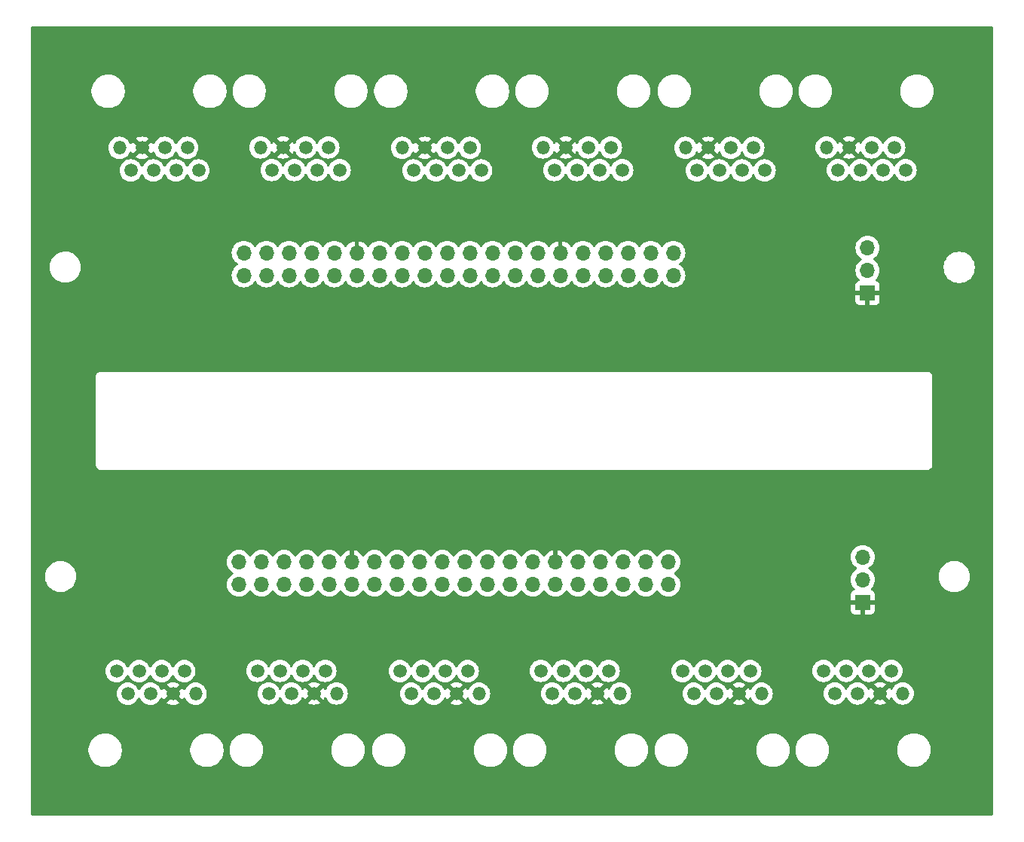
<source format=gbr>
%TF.GenerationSoftware,KiCad,Pcbnew,8.0.0*%
%TF.CreationDate,2024-05-23T14:56:36-05:00*%
%TF.ProjectId,antenna_connector,616e7465-6e6e-4615-9f63-6f6e6e656374,rev?*%
%TF.SameCoordinates,Original*%
%TF.FileFunction,Copper,L3,Inr*%
%TF.FilePolarity,Positive*%
%FSLAX46Y46*%
G04 Gerber Fmt 4.6, Leading zero omitted, Abs format (unit mm)*
G04 Created by KiCad (PCBNEW 8.0.0) date 2024-05-23 14:56:36*
%MOMM*%
%LPD*%
G01*
G04 APERTURE LIST*
%TA.AperFunction,ComponentPad*%
%ADD10O,1.700000X1.700000*%
%TD*%
%TA.AperFunction,ComponentPad*%
%ADD11R,1.700000X1.700000*%
%TD*%
%TA.AperFunction,ComponentPad*%
%ADD12O,1.500000X1.500000*%
%TD*%
%TA.AperFunction,ComponentPad*%
%ADD13C,1.500000*%
%TD*%
G04 APERTURE END LIST*
D10*
%TO.N,d2*%
%TO.C,REF\u002A\u002A*%
X112640000Y-117520000D03*
%TO.N,d1*%
X112640000Y-114980000D03*
%TO.N,clk*%
X115180000Y-117520000D03*
%TO.N,ws*%
X115180000Y-114980000D03*
%TO.N,d4*%
X117720000Y-117520000D03*
%TO.N,d3*%
X117720000Y-114980000D03*
X120260000Y-117520000D03*
%TO.N,d4*%
X120260000Y-114980000D03*
%TO.N,ws*%
X122800000Y-117520000D03*
%TO.N,clk*%
X122800000Y-114980000D03*
%TO.N,5V*%
X125340000Y-117520000D03*
%TO.N,gnd*%
X125340000Y-114980000D03*
%TO.N,d1*%
X127880000Y-117520000D03*
%TO.N,d2*%
X127880000Y-114980000D03*
X130420000Y-117520000D03*
%TO.N,d1*%
X130420000Y-114980000D03*
%TO.N,clk*%
X132960000Y-117520000D03*
%TO.N,ws*%
X132960000Y-114980000D03*
%TO.N,d4*%
X135500000Y-117520000D03*
%TO.N,d3*%
X135500000Y-114980000D03*
X138040000Y-117520000D03*
%TO.N,d4*%
X138040000Y-114980000D03*
%TO.N,ws*%
X140580000Y-117520000D03*
%TO.N,clk*%
X140580000Y-114980000D03*
%TO.N,d1*%
X143120000Y-117520000D03*
%TO.N,d2*%
X143120000Y-114980000D03*
X145660000Y-117520000D03*
%TO.N,d1*%
X145660000Y-114980000D03*
%TO.N,N/C*%
X148200000Y-117520000D03*
%TO.N,gnd*%
X148200000Y-114980000D03*
%TO.N,clk*%
X150740000Y-117520000D03*
%TO.N,ws*%
X150740000Y-114980000D03*
%TO.N,d4*%
X153280000Y-117520000D03*
%TO.N,d3*%
X153280000Y-114980000D03*
X155820000Y-117520000D03*
%TO.N,d4*%
X155820000Y-114980000D03*
%TO.N,ws*%
X158360000Y-117520000D03*
%TO.N,clk*%
X158360000Y-114980000D03*
%TO.N,d1*%
X160900000Y-117520000D03*
%TO.N,d2*%
X160900000Y-114980000D03*
%TD*%
%TO.N,d2*%
%TO.C,REF\u002A\u002A*%
X113180000Y-82760000D03*
%TO.N,d1*%
X113180000Y-80220000D03*
%TO.N,clk*%
X115720000Y-82760000D03*
%TO.N,ws*%
X115720000Y-80220000D03*
%TO.N,d4*%
X118260000Y-82760000D03*
%TO.N,d3*%
X118260000Y-80220000D03*
X120800000Y-82760000D03*
%TO.N,d4*%
X120800000Y-80220000D03*
%TO.N,ws*%
X123340000Y-82760000D03*
%TO.N,clk*%
X123340000Y-80220000D03*
%TO.N,5V*%
X125880000Y-82760000D03*
%TO.N,gnd*%
X125880000Y-80220000D03*
%TO.N,d1*%
X128420000Y-82760000D03*
%TO.N,d2*%
X128420000Y-80220000D03*
X130960000Y-82760000D03*
%TO.N,d1*%
X130960000Y-80220000D03*
%TO.N,clk*%
X133500000Y-82760000D03*
%TO.N,ws*%
X133500000Y-80220000D03*
%TO.N,d4*%
X136040000Y-82760000D03*
%TO.N,d3*%
X136040000Y-80220000D03*
X138580000Y-82760000D03*
%TO.N,d4*%
X138580000Y-80220000D03*
%TO.N,ws*%
X141120000Y-82760000D03*
%TO.N,clk*%
X141120000Y-80220000D03*
%TO.N,d1*%
X143660000Y-82760000D03*
%TO.N,d2*%
X143660000Y-80220000D03*
X146200000Y-82760000D03*
%TO.N,d1*%
X146200000Y-80220000D03*
%TO.N,N/C*%
X148740000Y-82760000D03*
%TO.N,gnd*%
X148740000Y-80220000D03*
%TO.N,clk*%
X151280000Y-82760000D03*
%TO.N,ws*%
X151280000Y-80220000D03*
%TO.N,d4*%
X153820000Y-82760000D03*
%TO.N,d3*%
X153820000Y-80220000D03*
X156360000Y-82760000D03*
%TO.N,d4*%
X156360000Y-80220000D03*
%TO.N,ws*%
X158900000Y-82760000D03*
%TO.N,clk*%
X158900000Y-80220000D03*
%TO.N,d1*%
X161440000Y-82760000D03*
%TO.N,d2*%
X161440000Y-80220000D03*
%TD*%
D11*
%TO.N,gnd*%
%TO.C,REF\u002A\u002A*%
X182728494Y-119510000D03*
D10*
%TO.N,pwr*%
X182728494Y-116970000D03*
%TO.N,5V*%
X182728494Y-114430000D03*
%TD*%
D11*
%TO.N,gnd*%
%TO.C,REF\u002A\u002A*%
X183268494Y-84750000D03*
D10*
%TO.N,pwr*%
X183268494Y-82210000D03*
%TO.N,5V*%
X183268494Y-79670000D03*
%TD*%
D12*
%TO.N,d4*%
%TO.C,REF\u002A\u002A*%
X178660000Y-68390000D03*
D13*
%TO.N,clk*%
X179930000Y-70930000D03*
%TO.N,gnd*%
X181200000Y-68390000D03*
%TO.N,d2*%
X182470000Y-70930000D03*
%TO.N,pwr*%
X183740000Y-68390000D03*
%TO.N,d1*%
X185010000Y-70930000D03*
%TO.N,d3*%
X186280000Y-68390000D03*
%TO.N,ws*%
X187550000Y-70930000D03*
%TD*%
D12*
%TO.N,d4*%
%TO.C,REF\u002A\u002A*%
X187215000Y-129765000D03*
D13*
%TO.N,clk*%
X185945000Y-127225000D03*
%TO.N,gnd*%
X184675000Y-129765000D03*
%TO.N,d2*%
X183405000Y-127225000D03*
%TO.N,pwr*%
X182135000Y-129765000D03*
%TO.N,d1*%
X180865000Y-127225000D03*
%TO.N,d3*%
X179595000Y-129765000D03*
%TO.N,ws*%
X178325000Y-127225000D03*
%TD*%
D12*
%TO.N,d4*%
%TO.C,REF\u002A\u002A*%
X99215000Y-68415000D03*
D13*
%TO.N,clk*%
X100485000Y-70955000D03*
%TO.N,gnd*%
X101755000Y-68415000D03*
%TO.N,d2*%
X103025000Y-70955000D03*
%TO.N,pwr*%
X104295000Y-68415000D03*
%TO.N,d1*%
X105565000Y-70955000D03*
%TO.N,d3*%
X106835000Y-68415000D03*
%TO.N,ws*%
X108105000Y-70955000D03*
%TD*%
D12*
%TO.N,d4*%
%TO.C,REF\u002A\u002A*%
X162815000Y-68415000D03*
D13*
%TO.N,clk*%
X164085000Y-70955000D03*
%TO.N,gnd*%
X165355000Y-68415000D03*
%TO.N,d2*%
X166625000Y-70955000D03*
%TO.N,pwr*%
X167895000Y-68415000D03*
%TO.N,d1*%
X169165000Y-70955000D03*
%TO.N,d3*%
X170435000Y-68415000D03*
%TO.N,ws*%
X171705000Y-70955000D03*
%TD*%
D12*
%TO.N,d4*%
%TO.C,REF\u002A\u002A*%
X115060000Y-68390000D03*
D13*
%TO.N,clk*%
X116330000Y-70930000D03*
%TO.N,gnd*%
X117600000Y-68390000D03*
%TO.N,d2*%
X118870000Y-70930000D03*
%TO.N,pwr*%
X120140000Y-68390000D03*
%TO.N,d1*%
X121410000Y-70930000D03*
%TO.N,d3*%
X122680000Y-68390000D03*
%TO.N,ws*%
X123950000Y-70930000D03*
%TD*%
D12*
%TO.N,d4*%
%TO.C,REF\u002A\u002A*%
X171370000Y-129790000D03*
D13*
%TO.N,clk*%
X170100000Y-127250000D03*
%TO.N,gnd*%
X168830000Y-129790000D03*
%TO.N,d2*%
X167560000Y-127250000D03*
%TO.N,pwr*%
X166290000Y-129790000D03*
%TO.N,d1*%
X165020000Y-127250000D03*
%TO.N,d3*%
X163750000Y-129790000D03*
%TO.N,ws*%
X162480000Y-127250000D03*
%TD*%
D12*
%TO.N,d4*%
%TO.C,REF\u002A\u002A*%
X146815000Y-68390000D03*
D13*
%TO.N,clk*%
X148085000Y-70930000D03*
%TO.N,gnd*%
X149355000Y-68390000D03*
%TO.N,d2*%
X150625000Y-70930000D03*
%TO.N,pwr*%
X151895000Y-68390000D03*
%TO.N,d1*%
X153165000Y-70930000D03*
%TO.N,d3*%
X154435000Y-68390000D03*
%TO.N,ws*%
X155705000Y-70930000D03*
%TD*%
D12*
%TO.N,d4*%
%TO.C,REF\u002A\u002A*%
X123615000Y-129765000D03*
D13*
%TO.N,clk*%
X122345000Y-127225000D03*
%TO.N,gnd*%
X121075000Y-129765000D03*
%TO.N,d2*%
X119805000Y-127225000D03*
%TO.N,pwr*%
X118535000Y-129765000D03*
%TO.N,d1*%
X117265000Y-127225000D03*
%TO.N,d3*%
X115995000Y-129765000D03*
%TO.N,ws*%
X114725000Y-127225000D03*
%TD*%
D12*
%TO.N,d4*%
%TO.C,REF\u002A\u002A*%
X155460000Y-129765000D03*
D13*
%TO.N,clk*%
X154190000Y-127225000D03*
%TO.N,gnd*%
X152920000Y-129765000D03*
%TO.N,d2*%
X151650000Y-127225000D03*
%TO.N,pwr*%
X150380000Y-129765000D03*
%TO.N,d1*%
X149110000Y-127225000D03*
%TO.N,d3*%
X147840000Y-129765000D03*
%TO.N,ws*%
X146570000Y-127225000D03*
%TD*%
D12*
%TO.N,d4*%
%TO.C,REF\u002A\u002A*%
X107770000Y-129790000D03*
D13*
%TO.N,clk*%
X106500000Y-127250000D03*
%TO.N,gnd*%
X105230000Y-129790000D03*
%TO.N,d2*%
X103960000Y-127250000D03*
%TO.N,pwr*%
X102690000Y-129790000D03*
%TO.N,d1*%
X101420000Y-127250000D03*
%TO.N,d3*%
X100150000Y-129790000D03*
%TO.N,ws*%
X98880000Y-127250000D03*
%TD*%
D12*
%TO.N,d4*%
%TO.C,REF\u002A\u002A*%
X139615000Y-129790000D03*
D13*
%TO.N,clk*%
X138345000Y-127250000D03*
%TO.N,gnd*%
X137075000Y-129790000D03*
%TO.N,d2*%
X135805000Y-127250000D03*
%TO.N,pwr*%
X134535000Y-129790000D03*
%TO.N,d1*%
X133265000Y-127250000D03*
%TO.N,d3*%
X131995000Y-129790000D03*
%TO.N,ws*%
X130725000Y-127250000D03*
%TD*%
D12*
%TO.N,d4*%
%TO.C,REF\u002A\u002A*%
X130970000Y-68415000D03*
D13*
%TO.N,clk*%
X132240000Y-70955000D03*
%TO.N,gnd*%
X133510000Y-68415000D03*
%TO.N,d2*%
X134780000Y-70955000D03*
%TO.N,pwr*%
X136050000Y-68415000D03*
%TO.N,d1*%
X137320000Y-70955000D03*
%TO.N,d3*%
X138590000Y-68415000D03*
%TO.N,ws*%
X139860000Y-70955000D03*
%TD*%
%TA.AperFunction,Conductor*%
%TO.N,gnd*%
G36*
X197322539Y-54800185D02*
G01*
X197368294Y-54852989D01*
X197379500Y-54904500D01*
X197379500Y-143335500D01*
X197359815Y-143402539D01*
X197307011Y-143448294D01*
X197255500Y-143459500D01*
X89404500Y-143459500D01*
X89337461Y-143439815D01*
X89291706Y-143387011D01*
X89280500Y-143335500D01*
X89280500Y-136262934D01*
X95734500Y-136262934D01*
X95761227Y-136465939D01*
X95766591Y-136506677D01*
X95823526Y-136719162D01*
X95830222Y-136744152D01*
X95830225Y-136744162D01*
X95913951Y-136946294D01*
X95924306Y-136971292D01*
X96047233Y-137184208D01*
X96047235Y-137184211D01*
X96047236Y-137184212D01*
X96196897Y-137379254D01*
X96196903Y-137379261D01*
X96370738Y-137553096D01*
X96370744Y-137553101D01*
X96565792Y-137702767D01*
X96778708Y-137825694D01*
X97005847Y-137919778D01*
X97243323Y-137983409D01*
X97487073Y-138015500D01*
X97487080Y-138015500D01*
X97732920Y-138015500D01*
X97732927Y-138015500D01*
X97976677Y-137983409D01*
X98214153Y-137919778D01*
X98441292Y-137825694D01*
X98654208Y-137702767D01*
X98849256Y-137553101D01*
X99023101Y-137379256D01*
X99172767Y-137184208D01*
X99295694Y-136971292D01*
X99389778Y-136744153D01*
X99453409Y-136506677D01*
X99485499Y-136262934D01*
X107164500Y-136262934D01*
X107191227Y-136465939D01*
X107196591Y-136506677D01*
X107253526Y-136719162D01*
X107260222Y-136744152D01*
X107260225Y-136744162D01*
X107343951Y-136946294D01*
X107354306Y-136971292D01*
X107477233Y-137184208D01*
X107477235Y-137184211D01*
X107477236Y-137184212D01*
X107626897Y-137379254D01*
X107626903Y-137379261D01*
X107800738Y-137553096D01*
X107800744Y-137553101D01*
X107995792Y-137702767D01*
X108208708Y-137825694D01*
X108435847Y-137919778D01*
X108673323Y-137983409D01*
X108917073Y-138015500D01*
X108917080Y-138015500D01*
X109162920Y-138015500D01*
X109162927Y-138015500D01*
X109406677Y-137983409D01*
X109644153Y-137919778D01*
X109871292Y-137825694D01*
X110084208Y-137702767D01*
X110279256Y-137553101D01*
X110453101Y-137379256D01*
X110602767Y-137184208D01*
X110725694Y-136971292D01*
X110819778Y-136744153D01*
X110883409Y-136506677D01*
X110915500Y-136262927D01*
X110915500Y-136237934D01*
X111579500Y-136237934D01*
X111606227Y-136440939D01*
X111611591Y-136481677D01*
X111675222Y-136719152D01*
X111675225Y-136719162D01*
X111769303Y-136946285D01*
X111769306Y-136946292D01*
X111892233Y-137159208D01*
X111892235Y-137159211D01*
X111892236Y-137159212D01*
X112041897Y-137354254D01*
X112041903Y-137354261D01*
X112215738Y-137528096D01*
X112215745Y-137528102D01*
X112248326Y-137553102D01*
X112410792Y-137677767D01*
X112623708Y-137800694D01*
X112850847Y-137894778D01*
X113088323Y-137958409D01*
X113332073Y-137990500D01*
X113332080Y-137990500D01*
X113577920Y-137990500D01*
X113577927Y-137990500D01*
X113821677Y-137958409D01*
X114059153Y-137894778D01*
X114286292Y-137800694D01*
X114499208Y-137677767D01*
X114694256Y-137528101D01*
X114868101Y-137354256D01*
X115017767Y-137159208D01*
X115140694Y-136946292D01*
X115234778Y-136719153D01*
X115298409Y-136481677D01*
X115330499Y-136237934D01*
X123009500Y-136237934D01*
X123036227Y-136440939D01*
X123041591Y-136481677D01*
X123105222Y-136719152D01*
X123105225Y-136719162D01*
X123199303Y-136946285D01*
X123199306Y-136946292D01*
X123322233Y-137159208D01*
X123322235Y-137159211D01*
X123322236Y-137159212D01*
X123471897Y-137354254D01*
X123471903Y-137354261D01*
X123645738Y-137528096D01*
X123645745Y-137528102D01*
X123678326Y-137553102D01*
X123840792Y-137677767D01*
X124053708Y-137800694D01*
X124280847Y-137894778D01*
X124518323Y-137958409D01*
X124762073Y-137990500D01*
X124762080Y-137990500D01*
X125007920Y-137990500D01*
X125007927Y-137990500D01*
X125251677Y-137958409D01*
X125489153Y-137894778D01*
X125716292Y-137800694D01*
X125929208Y-137677767D01*
X126124256Y-137528101D01*
X126298101Y-137354256D01*
X126447767Y-137159208D01*
X126570694Y-136946292D01*
X126664778Y-136719153D01*
X126728409Y-136481677D01*
X126757208Y-136262934D01*
X127579500Y-136262934D01*
X127606227Y-136465939D01*
X127611591Y-136506677D01*
X127668526Y-136719162D01*
X127675222Y-136744152D01*
X127675225Y-136744162D01*
X127758951Y-136946294D01*
X127769306Y-136971292D01*
X127892233Y-137184208D01*
X127892235Y-137184211D01*
X127892236Y-137184212D01*
X128041897Y-137379254D01*
X128041903Y-137379261D01*
X128215738Y-137553096D01*
X128215744Y-137553101D01*
X128410792Y-137702767D01*
X128623708Y-137825694D01*
X128850847Y-137919778D01*
X129088323Y-137983409D01*
X129332073Y-138015500D01*
X129332080Y-138015500D01*
X129577920Y-138015500D01*
X129577927Y-138015500D01*
X129821677Y-137983409D01*
X130059153Y-137919778D01*
X130286292Y-137825694D01*
X130499208Y-137702767D01*
X130694256Y-137553101D01*
X130868101Y-137379256D01*
X131017767Y-137184208D01*
X131140694Y-136971292D01*
X131234778Y-136744153D01*
X131298409Y-136506677D01*
X131330499Y-136262934D01*
X139009500Y-136262934D01*
X139036227Y-136465939D01*
X139041591Y-136506677D01*
X139098526Y-136719162D01*
X139105222Y-136744152D01*
X139105225Y-136744162D01*
X139188951Y-136946294D01*
X139199306Y-136971292D01*
X139322233Y-137184208D01*
X139322235Y-137184211D01*
X139322236Y-137184212D01*
X139471897Y-137379254D01*
X139471903Y-137379261D01*
X139645738Y-137553096D01*
X139645744Y-137553101D01*
X139840792Y-137702767D01*
X140053708Y-137825694D01*
X140280847Y-137919778D01*
X140518323Y-137983409D01*
X140762073Y-138015500D01*
X140762080Y-138015500D01*
X141007920Y-138015500D01*
X141007927Y-138015500D01*
X141251677Y-137983409D01*
X141489153Y-137919778D01*
X141716292Y-137825694D01*
X141929208Y-137702767D01*
X142124256Y-137553101D01*
X142298101Y-137379256D01*
X142447767Y-137184208D01*
X142570694Y-136971292D01*
X142664778Y-136744153D01*
X142728409Y-136506677D01*
X142760500Y-136262927D01*
X142760500Y-136237934D01*
X143424500Y-136237934D01*
X143451227Y-136440939D01*
X143456591Y-136481677D01*
X143520222Y-136719152D01*
X143520225Y-136719162D01*
X143614303Y-136946285D01*
X143614306Y-136946292D01*
X143737233Y-137159208D01*
X143737235Y-137159211D01*
X143737236Y-137159212D01*
X143886897Y-137354254D01*
X143886903Y-137354261D01*
X144060738Y-137528096D01*
X144060745Y-137528102D01*
X144093326Y-137553102D01*
X144255792Y-137677767D01*
X144468708Y-137800694D01*
X144695847Y-137894778D01*
X144933323Y-137958409D01*
X145177073Y-137990500D01*
X145177080Y-137990500D01*
X145422920Y-137990500D01*
X145422927Y-137990500D01*
X145666677Y-137958409D01*
X145904153Y-137894778D01*
X146131292Y-137800694D01*
X146344208Y-137677767D01*
X146539256Y-137528101D01*
X146713101Y-137354256D01*
X146862767Y-137159208D01*
X146985694Y-136946292D01*
X147079778Y-136719153D01*
X147143409Y-136481677D01*
X147175499Y-136237934D01*
X154854500Y-136237934D01*
X154881227Y-136440939D01*
X154886591Y-136481677D01*
X154950222Y-136719152D01*
X154950225Y-136719162D01*
X155044303Y-136946285D01*
X155044306Y-136946292D01*
X155167233Y-137159208D01*
X155167235Y-137159211D01*
X155167236Y-137159212D01*
X155316897Y-137354254D01*
X155316903Y-137354261D01*
X155490738Y-137528096D01*
X155490745Y-137528102D01*
X155523326Y-137553102D01*
X155685792Y-137677767D01*
X155898708Y-137800694D01*
X156125847Y-137894778D01*
X156363323Y-137958409D01*
X156607073Y-137990500D01*
X156607080Y-137990500D01*
X156852920Y-137990500D01*
X156852927Y-137990500D01*
X157096677Y-137958409D01*
X157334153Y-137894778D01*
X157561292Y-137800694D01*
X157774208Y-137677767D01*
X157969256Y-137528101D01*
X158143101Y-137354256D01*
X158292767Y-137159208D01*
X158415694Y-136946292D01*
X158509778Y-136719153D01*
X158573409Y-136481677D01*
X158602208Y-136262934D01*
X159334500Y-136262934D01*
X159361227Y-136465939D01*
X159366591Y-136506677D01*
X159423526Y-136719162D01*
X159430222Y-136744152D01*
X159430225Y-136744162D01*
X159513951Y-136946294D01*
X159524306Y-136971292D01*
X159647233Y-137184208D01*
X159647235Y-137184211D01*
X159647236Y-137184212D01*
X159796897Y-137379254D01*
X159796903Y-137379261D01*
X159970738Y-137553096D01*
X159970744Y-137553101D01*
X160165792Y-137702767D01*
X160378708Y-137825694D01*
X160605847Y-137919778D01*
X160843323Y-137983409D01*
X161087073Y-138015500D01*
X161087080Y-138015500D01*
X161332920Y-138015500D01*
X161332927Y-138015500D01*
X161576677Y-137983409D01*
X161814153Y-137919778D01*
X162041292Y-137825694D01*
X162254208Y-137702767D01*
X162449256Y-137553101D01*
X162623101Y-137379256D01*
X162772767Y-137184208D01*
X162895694Y-136971292D01*
X162989778Y-136744153D01*
X163053409Y-136506677D01*
X163085499Y-136262934D01*
X170764500Y-136262934D01*
X170791227Y-136465939D01*
X170796591Y-136506677D01*
X170853526Y-136719162D01*
X170860222Y-136744152D01*
X170860225Y-136744162D01*
X170943951Y-136946294D01*
X170954306Y-136971292D01*
X171077233Y-137184208D01*
X171077235Y-137184211D01*
X171077236Y-137184212D01*
X171226897Y-137379254D01*
X171226903Y-137379261D01*
X171400738Y-137553096D01*
X171400744Y-137553101D01*
X171595792Y-137702767D01*
X171808708Y-137825694D01*
X172035847Y-137919778D01*
X172273323Y-137983409D01*
X172517073Y-138015500D01*
X172517080Y-138015500D01*
X172762920Y-138015500D01*
X172762927Y-138015500D01*
X173006677Y-137983409D01*
X173244153Y-137919778D01*
X173471292Y-137825694D01*
X173684208Y-137702767D01*
X173879256Y-137553101D01*
X174053101Y-137379256D01*
X174202767Y-137184208D01*
X174325694Y-136971292D01*
X174419778Y-136744153D01*
X174483409Y-136506677D01*
X174515500Y-136262927D01*
X174515500Y-136237934D01*
X175179500Y-136237934D01*
X175206227Y-136440939D01*
X175211591Y-136481677D01*
X175275222Y-136719152D01*
X175275225Y-136719162D01*
X175369303Y-136946285D01*
X175369306Y-136946292D01*
X175492233Y-137159208D01*
X175492235Y-137159211D01*
X175492236Y-137159212D01*
X175641897Y-137354254D01*
X175641903Y-137354261D01*
X175815738Y-137528096D01*
X175815745Y-137528102D01*
X175848326Y-137553102D01*
X176010792Y-137677767D01*
X176223708Y-137800694D01*
X176450847Y-137894778D01*
X176688323Y-137958409D01*
X176932073Y-137990500D01*
X176932080Y-137990500D01*
X177177920Y-137990500D01*
X177177927Y-137990500D01*
X177421677Y-137958409D01*
X177659153Y-137894778D01*
X177886292Y-137800694D01*
X178099208Y-137677767D01*
X178294256Y-137528101D01*
X178468101Y-137354256D01*
X178617767Y-137159208D01*
X178740694Y-136946292D01*
X178834778Y-136719153D01*
X178898409Y-136481677D01*
X178930499Y-136237934D01*
X186609500Y-136237934D01*
X186636227Y-136440939D01*
X186641591Y-136481677D01*
X186705222Y-136719152D01*
X186705225Y-136719162D01*
X186799303Y-136946285D01*
X186799306Y-136946292D01*
X186922233Y-137159208D01*
X186922235Y-137159211D01*
X186922236Y-137159212D01*
X187071897Y-137354254D01*
X187071903Y-137354261D01*
X187245738Y-137528096D01*
X187245745Y-137528102D01*
X187278326Y-137553102D01*
X187440792Y-137677767D01*
X187653708Y-137800694D01*
X187880847Y-137894778D01*
X188118323Y-137958409D01*
X188362073Y-137990500D01*
X188362080Y-137990500D01*
X188607920Y-137990500D01*
X188607927Y-137990500D01*
X188851677Y-137958409D01*
X189089153Y-137894778D01*
X189316292Y-137800694D01*
X189529208Y-137677767D01*
X189724256Y-137528101D01*
X189898101Y-137354256D01*
X190047767Y-137159208D01*
X190170694Y-136946292D01*
X190264778Y-136719153D01*
X190328409Y-136481677D01*
X190360500Y-136237927D01*
X190360500Y-135992073D01*
X190328409Y-135748323D01*
X190264778Y-135510847D01*
X190170694Y-135283708D01*
X190047767Y-135070792D01*
X189898101Y-134875744D01*
X189898096Y-134875738D01*
X189724261Y-134701903D01*
X189724254Y-134701897D01*
X189529212Y-134552236D01*
X189529211Y-134552235D01*
X189529208Y-134552233D01*
X189316292Y-134429306D01*
X189316285Y-134429303D01*
X189089162Y-134335225D01*
X189089155Y-134335223D01*
X189089153Y-134335222D01*
X188851677Y-134271591D01*
X188797817Y-134264500D01*
X188607934Y-134239500D01*
X188607927Y-134239500D01*
X188362073Y-134239500D01*
X188362065Y-134239500D01*
X188130059Y-134270045D01*
X188118323Y-134271591D01*
X187880847Y-134335222D01*
X187880837Y-134335225D01*
X187653714Y-134429303D01*
X187653705Y-134429307D01*
X187440787Y-134552236D01*
X187245745Y-134701897D01*
X187245738Y-134701903D01*
X187071903Y-134875738D01*
X187071897Y-134875745D01*
X186922236Y-135070787D01*
X186799307Y-135283705D01*
X186799303Y-135283714D01*
X186705225Y-135510837D01*
X186705222Y-135510847D01*
X186641592Y-135748320D01*
X186641590Y-135748331D01*
X186609500Y-135992065D01*
X186609500Y-136237934D01*
X178930499Y-136237934D01*
X178930500Y-136237927D01*
X178930500Y-135992073D01*
X178898409Y-135748323D01*
X178834778Y-135510847D01*
X178740694Y-135283708D01*
X178617767Y-135070792D01*
X178468101Y-134875744D01*
X178468096Y-134875738D01*
X178294261Y-134701903D01*
X178294254Y-134701897D01*
X178099212Y-134552236D01*
X178099211Y-134552235D01*
X178099208Y-134552233D01*
X177886292Y-134429306D01*
X177886285Y-134429303D01*
X177659162Y-134335225D01*
X177659155Y-134335223D01*
X177659153Y-134335222D01*
X177421677Y-134271591D01*
X177367817Y-134264500D01*
X177177934Y-134239500D01*
X177177927Y-134239500D01*
X176932073Y-134239500D01*
X176932065Y-134239500D01*
X176700059Y-134270045D01*
X176688323Y-134271591D01*
X176450847Y-134335222D01*
X176450837Y-134335225D01*
X176223714Y-134429303D01*
X176223705Y-134429307D01*
X176010787Y-134552236D01*
X175815745Y-134701897D01*
X175815738Y-134701903D01*
X175641903Y-134875738D01*
X175641897Y-134875745D01*
X175492236Y-135070787D01*
X175369307Y-135283705D01*
X175369303Y-135283714D01*
X175275225Y-135510837D01*
X175275222Y-135510847D01*
X175211592Y-135748320D01*
X175211590Y-135748331D01*
X175179500Y-135992065D01*
X175179500Y-136237934D01*
X174515500Y-136237934D01*
X174515500Y-136017073D01*
X174483409Y-135773323D01*
X174419778Y-135535847D01*
X174325694Y-135308708D01*
X174202767Y-135095792D01*
X174053101Y-134900744D01*
X174053096Y-134900738D01*
X173879261Y-134726903D01*
X173879254Y-134726897D01*
X173684212Y-134577236D01*
X173684211Y-134577235D01*
X173684208Y-134577233D01*
X173471292Y-134454306D01*
X173471285Y-134454303D01*
X173244162Y-134360225D01*
X173244155Y-134360223D01*
X173244153Y-134360222D01*
X173006677Y-134296591D01*
X172965939Y-134291227D01*
X172762934Y-134264500D01*
X172762927Y-134264500D01*
X172517073Y-134264500D01*
X172517065Y-134264500D01*
X172285059Y-134295045D01*
X172273323Y-134296591D01*
X172129149Y-134335222D01*
X172035847Y-134360222D01*
X172035837Y-134360225D01*
X171808714Y-134454303D01*
X171808705Y-134454307D01*
X171595787Y-134577236D01*
X171400745Y-134726897D01*
X171400738Y-134726903D01*
X171226903Y-134900738D01*
X171226897Y-134900745D01*
X171077236Y-135095787D01*
X170954307Y-135308705D01*
X170954303Y-135308714D01*
X170860225Y-135535837D01*
X170860222Y-135535847D01*
X170803291Y-135748320D01*
X170796592Y-135773320D01*
X170796590Y-135773331D01*
X170764500Y-136017065D01*
X170764500Y-136262934D01*
X163085499Y-136262934D01*
X163085500Y-136262927D01*
X163085500Y-136017073D01*
X163053409Y-135773323D01*
X162989778Y-135535847D01*
X162895694Y-135308708D01*
X162772767Y-135095792D01*
X162623101Y-134900744D01*
X162623096Y-134900738D01*
X162449261Y-134726903D01*
X162449254Y-134726897D01*
X162254212Y-134577236D01*
X162254211Y-134577235D01*
X162254208Y-134577233D01*
X162041292Y-134454306D01*
X162041285Y-134454303D01*
X161814162Y-134360225D01*
X161814155Y-134360223D01*
X161814153Y-134360222D01*
X161576677Y-134296591D01*
X161535939Y-134291227D01*
X161332934Y-134264500D01*
X161332927Y-134264500D01*
X161087073Y-134264500D01*
X161087065Y-134264500D01*
X160855059Y-134295045D01*
X160843323Y-134296591D01*
X160699149Y-134335222D01*
X160605847Y-134360222D01*
X160605837Y-134360225D01*
X160378714Y-134454303D01*
X160378705Y-134454307D01*
X160165787Y-134577236D01*
X159970745Y-134726897D01*
X159970738Y-134726903D01*
X159796903Y-134900738D01*
X159796897Y-134900745D01*
X159647236Y-135095787D01*
X159524307Y-135308705D01*
X159524303Y-135308714D01*
X159430225Y-135535837D01*
X159430222Y-135535847D01*
X159373291Y-135748320D01*
X159366592Y-135773320D01*
X159366590Y-135773331D01*
X159334500Y-136017065D01*
X159334500Y-136262934D01*
X158602208Y-136262934D01*
X158605500Y-136237927D01*
X158605500Y-135992073D01*
X158573409Y-135748323D01*
X158509778Y-135510847D01*
X158415694Y-135283708D01*
X158292767Y-135070792D01*
X158143101Y-134875744D01*
X158143096Y-134875738D01*
X157969261Y-134701903D01*
X157969254Y-134701897D01*
X157774212Y-134552236D01*
X157774211Y-134552235D01*
X157774208Y-134552233D01*
X157561292Y-134429306D01*
X157561285Y-134429303D01*
X157334162Y-134335225D01*
X157334155Y-134335223D01*
X157334153Y-134335222D01*
X157096677Y-134271591D01*
X157042817Y-134264500D01*
X156852934Y-134239500D01*
X156852927Y-134239500D01*
X156607073Y-134239500D01*
X156607065Y-134239500D01*
X156375059Y-134270045D01*
X156363323Y-134271591D01*
X156125847Y-134335222D01*
X156125837Y-134335225D01*
X155898714Y-134429303D01*
X155898705Y-134429307D01*
X155685787Y-134552236D01*
X155490745Y-134701897D01*
X155490738Y-134701903D01*
X155316903Y-134875738D01*
X155316897Y-134875745D01*
X155167236Y-135070787D01*
X155044307Y-135283705D01*
X155044303Y-135283714D01*
X154950225Y-135510837D01*
X154950222Y-135510847D01*
X154886592Y-135748320D01*
X154886590Y-135748331D01*
X154854500Y-135992065D01*
X154854500Y-136237934D01*
X147175499Y-136237934D01*
X147175500Y-136237927D01*
X147175500Y-135992073D01*
X147143409Y-135748323D01*
X147079778Y-135510847D01*
X146985694Y-135283708D01*
X146862767Y-135070792D01*
X146713101Y-134875744D01*
X146713096Y-134875738D01*
X146539261Y-134701903D01*
X146539254Y-134701897D01*
X146344212Y-134552236D01*
X146344211Y-134552235D01*
X146344208Y-134552233D01*
X146131292Y-134429306D01*
X146131285Y-134429303D01*
X145904162Y-134335225D01*
X145904155Y-134335223D01*
X145904153Y-134335222D01*
X145666677Y-134271591D01*
X145612817Y-134264500D01*
X145422934Y-134239500D01*
X145422927Y-134239500D01*
X145177073Y-134239500D01*
X145177065Y-134239500D01*
X144945059Y-134270045D01*
X144933323Y-134271591D01*
X144695847Y-134335222D01*
X144695837Y-134335225D01*
X144468714Y-134429303D01*
X144468705Y-134429307D01*
X144255787Y-134552236D01*
X144060745Y-134701897D01*
X144060738Y-134701903D01*
X143886903Y-134875738D01*
X143886897Y-134875745D01*
X143737236Y-135070787D01*
X143614307Y-135283705D01*
X143614303Y-135283714D01*
X143520225Y-135510837D01*
X143520222Y-135510847D01*
X143456592Y-135748320D01*
X143456590Y-135748331D01*
X143424500Y-135992065D01*
X143424500Y-136237934D01*
X142760500Y-136237934D01*
X142760500Y-136017073D01*
X142728409Y-135773323D01*
X142664778Y-135535847D01*
X142570694Y-135308708D01*
X142447767Y-135095792D01*
X142298101Y-134900744D01*
X142298096Y-134900738D01*
X142124261Y-134726903D01*
X142124254Y-134726897D01*
X141929212Y-134577236D01*
X141929211Y-134577235D01*
X141929208Y-134577233D01*
X141716292Y-134454306D01*
X141716285Y-134454303D01*
X141489162Y-134360225D01*
X141489155Y-134360223D01*
X141489153Y-134360222D01*
X141251677Y-134296591D01*
X141210939Y-134291227D01*
X141007934Y-134264500D01*
X141007927Y-134264500D01*
X140762073Y-134264500D01*
X140762065Y-134264500D01*
X140530059Y-134295045D01*
X140518323Y-134296591D01*
X140374149Y-134335222D01*
X140280847Y-134360222D01*
X140280837Y-134360225D01*
X140053714Y-134454303D01*
X140053705Y-134454307D01*
X139840787Y-134577236D01*
X139645745Y-134726897D01*
X139645738Y-134726903D01*
X139471903Y-134900738D01*
X139471897Y-134900745D01*
X139322236Y-135095787D01*
X139199307Y-135308705D01*
X139199303Y-135308714D01*
X139105225Y-135535837D01*
X139105222Y-135535847D01*
X139048291Y-135748320D01*
X139041592Y-135773320D01*
X139041590Y-135773331D01*
X139009500Y-136017065D01*
X139009500Y-136262934D01*
X131330499Y-136262934D01*
X131330500Y-136262927D01*
X131330500Y-136017073D01*
X131298409Y-135773323D01*
X131234778Y-135535847D01*
X131140694Y-135308708D01*
X131017767Y-135095792D01*
X130868101Y-134900744D01*
X130868096Y-134900738D01*
X130694261Y-134726903D01*
X130694254Y-134726897D01*
X130499212Y-134577236D01*
X130499211Y-134577235D01*
X130499208Y-134577233D01*
X130286292Y-134454306D01*
X130286285Y-134454303D01*
X130059162Y-134360225D01*
X130059155Y-134360223D01*
X130059153Y-134360222D01*
X129821677Y-134296591D01*
X129780939Y-134291227D01*
X129577934Y-134264500D01*
X129577927Y-134264500D01*
X129332073Y-134264500D01*
X129332065Y-134264500D01*
X129100059Y-134295045D01*
X129088323Y-134296591D01*
X128944149Y-134335222D01*
X128850847Y-134360222D01*
X128850837Y-134360225D01*
X128623714Y-134454303D01*
X128623705Y-134454307D01*
X128410787Y-134577236D01*
X128215745Y-134726897D01*
X128215738Y-134726903D01*
X128041903Y-134900738D01*
X128041897Y-134900745D01*
X127892236Y-135095787D01*
X127769307Y-135308705D01*
X127769303Y-135308714D01*
X127675225Y-135535837D01*
X127675222Y-135535847D01*
X127618291Y-135748320D01*
X127611592Y-135773320D01*
X127611590Y-135773331D01*
X127579500Y-136017065D01*
X127579500Y-136262934D01*
X126757208Y-136262934D01*
X126760500Y-136237927D01*
X126760500Y-135992073D01*
X126728409Y-135748323D01*
X126664778Y-135510847D01*
X126570694Y-135283708D01*
X126447767Y-135070792D01*
X126298101Y-134875744D01*
X126298096Y-134875738D01*
X126124261Y-134701903D01*
X126124254Y-134701897D01*
X125929212Y-134552236D01*
X125929211Y-134552235D01*
X125929208Y-134552233D01*
X125716292Y-134429306D01*
X125716285Y-134429303D01*
X125489162Y-134335225D01*
X125489155Y-134335223D01*
X125489153Y-134335222D01*
X125251677Y-134271591D01*
X125197817Y-134264500D01*
X125007934Y-134239500D01*
X125007927Y-134239500D01*
X124762073Y-134239500D01*
X124762065Y-134239500D01*
X124530059Y-134270045D01*
X124518323Y-134271591D01*
X124280847Y-134335222D01*
X124280837Y-134335225D01*
X124053714Y-134429303D01*
X124053705Y-134429307D01*
X123840787Y-134552236D01*
X123645745Y-134701897D01*
X123645738Y-134701903D01*
X123471903Y-134875738D01*
X123471897Y-134875745D01*
X123322236Y-135070787D01*
X123199307Y-135283705D01*
X123199303Y-135283714D01*
X123105225Y-135510837D01*
X123105222Y-135510847D01*
X123041592Y-135748320D01*
X123041590Y-135748331D01*
X123009500Y-135992065D01*
X123009500Y-136237934D01*
X115330499Y-136237934D01*
X115330500Y-136237927D01*
X115330500Y-135992073D01*
X115298409Y-135748323D01*
X115234778Y-135510847D01*
X115140694Y-135283708D01*
X115017767Y-135070792D01*
X114868101Y-134875744D01*
X114868096Y-134875738D01*
X114694261Y-134701903D01*
X114694254Y-134701897D01*
X114499212Y-134552236D01*
X114499211Y-134552235D01*
X114499208Y-134552233D01*
X114286292Y-134429306D01*
X114286285Y-134429303D01*
X114059162Y-134335225D01*
X114059155Y-134335223D01*
X114059153Y-134335222D01*
X113821677Y-134271591D01*
X113767817Y-134264500D01*
X113577934Y-134239500D01*
X113577927Y-134239500D01*
X113332073Y-134239500D01*
X113332065Y-134239500D01*
X113100059Y-134270045D01*
X113088323Y-134271591D01*
X112850847Y-134335222D01*
X112850837Y-134335225D01*
X112623714Y-134429303D01*
X112623705Y-134429307D01*
X112410787Y-134552236D01*
X112215745Y-134701897D01*
X112215738Y-134701903D01*
X112041903Y-134875738D01*
X112041897Y-134875745D01*
X111892236Y-135070787D01*
X111769307Y-135283705D01*
X111769303Y-135283714D01*
X111675225Y-135510837D01*
X111675222Y-135510847D01*
X111611592Y-135748320D01*
X111611590Y-135748331D01*
X111579500Y-135992065D01*
X111579500Y-136237934D01*
X110915500Y-136237934D01*
X110915500Y-136017073D01*
X110883409Y-135773323D01*
X110819778Y-135535847D01*
X110725694Y-135308708D01*
X110602767Y-135095792D01*
X110453101Y-134900744D01*
X110453096Y-134900738D01*
X110279261Y-134726903D01*
X110279254Y-134726897D01*
X110084212Y-134577236D01*
X110084211Y-134577235D01*
X110084208Y-134577233D01*
X109871292Y-134454306D01*
X109871285Y-134454303D01*
X109644162Y-134360225D01*
X109644155Y-134360223D01*
X109644153Y-134360222D01*
X109406677Y-134296591D01*
X109365939Y-134291227D01*
X109162934Y-134264500D01*
X109162927Y-134264500D01*
X108917073Y-134264500D01*
X108917065Y-134264500D01*
X108685059Y-134295045D01*
X108673323Y-134296591D01*
X108529149Y-134335222D01*
X108435847Y-134360222D01*
X108435837Y-134360225D01*
X108208714Y-134454303D01*
X108208705Y-134454307D01*
X107995787Y-134577236D01*
X107800745Y-134726897D01*
X107800738Y-134726903D01*
X107626903Y-134900738D01*
X107626897Y-134900745D01*
X107477236Y-135095787D01*
X107354307Y-135308705D01*
X107354303Y-135308714D01*
X107260225Y-135535837D01*
X107260222Y-135535847D01*
X107203291Y-135748320D01*
X107196592Y-135773320D01*
X107196590Y-135773331D01*
X107164500Y-136017065D01*
X107164500Y-136262934D01*
X99485499Y-136262934D01*
X99485500Y-136262927D01*
X99485500Y-136017073D01*
X99453409Y-135773323D01*
X99389778Y-135535847D01*
X99295694Y-135308708D01*
X99172767Y-135095792D01*
X99023101Y-134900744D01*
X99023096Y-134900738D01*
X98849261Y-134726903D01*
X98849254Y-134726897D01*
X98654212Y-134577236D01*
X98654211Y-134577235D01*
X98654208Y-134577233D01*
X98441292Y-134454306D01*
X98441285Y-134454303D01*
X98214162Y-134360225D01*
X98214155Y-134360223D01*
X98214153Y-134360222D01*
X97976677Y-134296591D01*
X97935939Y-134291227D01*
X97732934Y-134264500D01*
X97732927Y-134264500D01*
X97487073Y-134264500D01*
X97487065Y-134264500D01*
X97255059Y-134295045D01*
X97243323Y-134296591D01*
X97099149Y-134335222D01*
X97005847Y-134360222D01*
X97005837Y-134360225D01*
X96778714Y-134454303D01*
X96778705Y-134454307D01*
X96565787Y-134577236D01*
X96370745Y-134726897D01*
X96370738Y-134726903D01*
X96196903Y-134900738D01*
X96196897Y-134900745D01*
X96047236Y-135095787D01*
X95924307Y-135308705D01*
X95924303Y-135308714D01*
X95830225Y-135535837D01*
X95830222Y-135535847D01*
X95773291Y-135748320D01*
X95766592Y-135773320D01*
X95766590Y-135773331D01*
X95734500Y-136017065D01*
X95734500Y-136262934D01*
X89280500Y-136262934D01*
X89280500Y-129790002D01*
X98894723Y-129790002D01*
X98913793Y-130007975D01*
X98913793Y-130007979D01*
X98970422Y-130219322D01*
X98970424Y-130219326D01*
X98970425Y-130219330D01*
X98980724Y-130241416D01*
X99062897Y-130417638D01*
X99062898Y-130417639D01*
X99188402Y-130596877D01*
X99343123Y-130751598D01*
X99522361Y-130877102D01*
X99720670Y-130969575D01*
X99932023Y-131026207D01*
X100114926Y-131042208D01*
X100149998Y-131045277D01*
X100150000Y-131045277D01*
X100150002Y-131045277D01*
X100178254Y-131042805D01*
X100367977Y-131026207D01*
X100579330Y-130969575D01*
X100777639Y-130877102D01*
X100956877Y-130751598D01*
X101111598Y-130596877D01*
X101237102Y-130417639D01*
X101307618Y-130266414D01*
X101353790Y-130213977D01*
X101420984Y-130194825D01*
X101487865Y-130215041D01*
X101532381Y-130266414D01*
X101602898Y-130417639D01*
X101728402Y-130596877D01*
X101883123Y-130751598D01*
X102062361Y-130877102D01*
X102260670Y-130969575D01*
X102472023Y-131026207D01*
X102654926Y-131042208D01*
X102689998Y-131045277D01*
X102690000Y-131045277D01*
X102690002Y-131045277D01*
X102718254Y-131042805D01*
X102907977Y-131026207D01*
X103119330Y-130969575D01*
X103317639Y-130877102D01*
X103496877Y-130751598D01*
X103651598Y-130596877D01*
X103777102Y-130417639D01*
X103847895Y-130265822D01*
X103894066Y-130213385D01*
X103961260Y-130194233D01*
X104028141Y-130214449D01*
X104072658Y-130265824D01*
X104143333Y-130417387D01*
X104186874Y-130479571D01*
X104787861Y-129878584D01*
X104810667Y-129963694D01*
X104869910Y-130066306D01*
X104953694Y-130150090D01*
X105056306Y-130209333D01*
X105141414Y-130232137D01*
X104540427Y-130833124D01*
X104602612Y-130876666D01*
X104800840Y-130969101D01*
X104800849Y-130969105D01*
X105012105Y-131025710D01*
X105012115Y-131025712D01*
X105229999Y-131044775D01*
X105230001Y-131044775D01*
X105447884Y-131025712D01*
X105447894Y-131025710D01*
X105659150Y-130969105D01*
X105659164Y-130969100D01*
X105857383Y-130876669D01*
X105857385Y-130876668D01*
X105919571Y-130833124D01*
X105318585Y-130232137D01*
X105403694Y-130209333D01*
X105506306Y-130150090D01*
X105590090Y-130066306D01*
X105649333Y-129963694D01*
X105672138Y-129878584D01*
X106273124Y-130479570D01*
X106316666Y-130417388D01*
X106387340Y-130265825D01*
X106433512Y-130213386D01*
X106500706Y-130194233D01*
X106567587Y-130214448D01*
X106612105Y-130265824D01*
X106682897Y-130417638D01*
X106682898Y-130417639D01*
X106808402Y-130596877D01*
X106963123Y-130751598D01*
X107142361Y-130877102D01*
X107340670Y-130969575D01*
X107552023Y-131026207D01*
X107734926Y-131042208D01*
X107769998Y-131045277D01*
X107770000Y-131045277D01*
X107770002Y-131045277D01*
X107798254Y-131042805D01*
X107987977Y-131026207D01*
X108199330Y-130969575D01*
X108397639Y-130877102D01*
X108576877Y-130751598D01*
X108731598Y-130596877D01*
X108857102Y-130417639D01*
X108949575Y-130219330D01*
X109006207Y-130007977D01*
X109025277Y-129790000D01*
X109023090Y-129765002D01*
X114739723Y-129765002D01*
X114758793Y-129982975D01*
X114758793Y-129982979D01*
X114815422Y-130194322D01*
X114815424Y-130194326D01*
X114815425Y-130194330D01*
X114837106Y-130240824D01*
X114907897Y-130392638D01*
X114925403Y-130417639D01*
X115033402Y-130571877D01*
X115188123Y-130726598D01*
X115367361Y-130852102D01*
X115565670Y-130944575D01*
X115777023Y-131001207D01*
X115959926Y-131017208D01*
X115994998Y-131020277D01*
X115995000Y-131020277D01*
X115995002Y-131020277D01*
X116023254Y-131017805D01*
X116212977Y-131001207D01*
X116424330Y-130944575D01*
X116622639Y-130852102D01*
X116801877Y-130726598D01*
X116956598Y-130571877D01*
X117082102Y-130392639D01*
X117152618Y-130241414D01*
X117198790Y-130188977D01*
X117265984Y-130169825D01*
X117332865Y-130190041D01*
X117377381Y-130241414D01*
X117447898Y-130392639D01*
X117573402Y-130571877D01*
X117728123Y-130726598D01*
X117907361Y-130852102D01*
X118105670Y-130944575D01*
X118317023Y-131001207D01*
X118499926Y-131017208D01*
X118534998Y-131020277D01*
X118535000Y-131020277D01*
X118535002Y-131020277D01*
X118563254Y-131017805D01*
X118752977Y-131001207D01*
X118964330Y-130944575D01*
X119162639Y-130852102D01*
X119341877Y-130726598D01*
X119496598Y-130571877D01*
X119622102Y-130392639D01*
X119692895Y-130240822D01*
X119739066Y-130188385D01*
X119806260Y-130169233D01*
X119873141Y-130189449D01*
X119917658Y-130240824D01*
X119988333Y-130392387D01*
X120031874Y-130454571D01*
X120632861Y-129853584D01*
X120655667Y-129938694D01*
X120714910Y-130041306D01*
X120798694Y-130125090D01*
X120901306Y-130184333D01*
X120986414Y-130207137D01*
X120385427Y-130808124D01*
X120447612Y-130851666D01*
X120645840Y-130944101D01*
X120645849Y-130944105D01*
X120857105Y-131000710D01*
X120857115Y-131000712D01*
X121074999Y-131019775D01*
X121075001Y-131019775D01*
X121292884Y-131000712D01*
X121292894Y-131000710D01*
X121504150Y-130944105D01*
X121504164Y-130944100D01*
X121702383Y-130851669D01*
X121702385Y-130851668D01*
X121764571Y-130808124D01*
X121163585Y-130207137D01*
X121248694Y-130184333D01*
X121351306Y-130125090D01*
X121435090Y-130041306D01*
X121494333Y-129938694D01*
X121517138Y-129853584D01*
X122118124Y-130454570D01*
X122161666Y-130392388D01*
X122232340Y-130240825D01*
X122278512Y-130188386D01*
X122345706Y-130169233D01*
X122412587Y-130189448D01*
X122457105Y-130240824D01*
X122527897Y-130392638D01*
X122545403Y-130417639D01*
X122653402Y-130571877D01*
X122808123Y-130726598D01*
X122987361Y-130852102D01*
X123185670Y-130944575D01*
X123397023Y-131001207D01*
X123579926Y-131017208D01*
X123614998Y-131020277D01*
X123615000Y-131020277D01*
X123615002Y-131020277D01*
X123643254Y-131017805D01*
X123832977Y-131001207D01*
X124044330Y-130944575D01*
X124242639Y-130852102D01*
X124421877Y-130726598D01*
X124576598Y-130571877D01*
X124702102Y-130392639D01*
X124794575Y-130194330D01*
X124851207Y-129982977D01*
X124868090Y-129790002D01*
X130739723Y-129790002D01*
X130758793Y-130007975D01*
X130758793Y-130007979D01*
X130815422Y-130219322D01*
X130815424Y-130219326D01*
X130815425Y-130219330D01*
X130825724Y-130241416D01*
X130907897Y-130417638D01*
X130907898Y-130417639D01*
X131033402Y-130596877D01*
X131188123Y-130751598D01*
X131367361Y-130877102D01*
X131565670Y-130969575D01*
X131777023Y-131026207D01*
X131959926Y-131042208D01*
X131994998Y-131045277D01*
X131995000Y-131045277D01*
X131995002Y-131045277D01*
X132023254Y-131042805D01*
X132212977Y-131026207D01*
X132424330Y-130969575D01*
X132622639Y-130877102D01*
X132801877Y-130751598D01*
X132956598Y-130596877D01*
X133082102Y-130417639D01*
X133152618Y-130266414D01*
X133198790Y-130213977D01*
X133265984Y-130194825D01*
X133332865Y-130215041D01*
X133377381Y-130266414D01*
X133447898Y-130417639D01*
X133573402Y-130596877D01*
X133728123Y-130751598D01*
X133907361Y-130877102D01*
X134105670Y-130969575D01*
X134317023Y-131026207D01*
X134499926Y-131042208D01*
X134534998Y-131045277D01*
X134535000Y-131045277D01*
X134535002Y-131045277D01*
X134563254Y-131042805D01*
X134752977Y-131026207D01*
X134964330Y-130969575D01*
X135162639Y-130877102D01*
X135341877Y-130751598D01*
X135496598Y-130596877D01*
X135622102Y-130417639D01*
X135692895Y-130265822D01*
X135739066Y-130213385D01*
X135806260Y-130194233D01*
X135873141Y-130214449D01*
X135917658Y-130265824D01*
X135988333Y-130417387D01*
X136031874Y-130479571D01*
X136632861Y-129878584D01*
X136655667Y-129963694D01*
X136714910Y-130066306D01*
X136798694Y-130150090D01*
X136901306Y-130209333D01*
X136986414Y-130232137D01*
X136385427Y-130833124D01*
X136447612Y-130876666D01*
X136645840Y-130969101D01*
X136645849Y-130969105D01*
X136857105Y-131025710D01*
X136857115Y-131025712D01*
X137074999Y-131044775D01*
X137075001Y-131044775D01*
X137292884Y-131025712D01*
X137292894Y-131025710D01*
X137504150Y-130969105D01*
X137504164Y-130969100D01*
X137702383Y-130876669D01*
X137702385Y-130876668D01*
X137764571Y-130833124D01*
X137163585Y-130232137D01*
X137248694Y-130209333D01*
X137351306Y-130150090D01*
X137435090Y-130066306D01*
X137494333Y-129963694D01*
X137517138Y-129878584D01*
X138118124Y-130479570D01*
X138161666Y-130417388D01*
X138232340Y-130265825D01*
X138278512Y-130213386D01*
X138345706Y-130194233D01*
X138412587Y-130214448D01*
X138457105Y-130265824D01*
X138527897Y-130417638D01*
X138527898Y-130417639D01*
X138653402Y-130596877D01*
X138808123Y-130751598D01*
X138987361Y-130877102D01*
X139185670Y-130969575D01*
X139397023Y-131026207D01*
X139579926Y-131042208D01*
X139614998Y-131045277D01*
X139615000Y-131045277D01*
X139615002Y-131045277D01*
X139643254Y-131042805D01*
X139832977Y-131026207D01*
X140044330Y-130969575D01*
X140242639Y-130877102D01*
X140421877Y-130751598D01*
X140576598Y-130596877D01*
X140702102Y-130417639D01*
X140794575Y-130219330D01*
X140851207Y-130007977D01*
X140870277Y-129790000D01*
X140868090Y-129765002D01*
X146584723Y-129765002D01*
X146603793Y-129982975D01*
X146603793Y-129982979D01*
X146660422Y-130194322D01*
X146660424Y-130194326D01*
X146660425Y-130194330D01*
X146682106Y-130240824D01*
X146752897Y-130392638D01*
X146770403Y-130417639D01*
X146878402Y-130571877D01*
X147033123Y-130726598D01*
X147212361Y-130852102D01*
X147410670Y-130944575D01*
X147622023Y-131001207D01*
X147804926Y-131017208D01*
X147839998Y-131020277D01*
X147840000Y-131020277D01*
X147840002Y-131020277D01*
X147868254Y-131017805D01*
X148057977Y-131001207D01*
X148269330Y-130944575D01*
X148467639Y-130852102D01*
X148646877Y-130726598D01*
X148801598Y-130571877D01*
X148927102Y-130392639D01*
X148997618Y-130241414D01*
X149043790Y-130188977D01*
X149110984Y-130169825D01*
X149177865Y-130190041D01*
X149222381Y-130241414D01*
X149292898Y-130392639D01*
X149418402Y-130571877D01*
X149573123Y-130726598D01*
X149752361Y-130852102D01*
X149950670Y-130944575D01*
X150162023Y-131001207D01*
X150344926Y-131017208D01*
X150379998Y-131020277D01*
X150380000Y-131020277D01*
X150380002Y-131020277D01*
X150408254Y-131017805D01*
X150597977Y-131001207D01*
X150809330Y-130944575D01*
X151007639Y-130852102D01*
X151186877Y-130726598D01*
X151341598Y-130571877D01*
X151467102Y-130392639D01*
X151537895Y-130240822D01*
X151584066Y-130188385D01*
X151651260Y-130169233D01*
X151718141Y-130189449D01*
X151762658Y-130240824D01*
X151833333Y-130392387D01*
X151876874Y-130454571D01*
X152477861Y-129853584D01*
X152500667Y-129938694D01*
X152559910Y-130041306D01*
X152643694Y-130125090D01*
X152746306Y-130184333D01*
X152831414Y-130207137D01*
X152230427Y-130808124D01*
X152292612Y-130851666D01*
X152490840Y-130944101D01*
X152490849Y-130944105D01*
X152702105Y-131000710D01*
X152702115Y-131000712D01*
X152919999Y-131019775D01*
X152920001Y-131019775D01*
X153137884Y-131000712D01*
X153137894Y-131000710D01*
X153349150Y-130944105D01*
X153349164Y-130944100D01*
X153547383Y-130851669D01*
X153547385Y-130851668D01*
X153609571Y-130808124D01*
X153008585Y-130207137D01*
X153093694Y-130184333D01*
X153196306Y-130125090D01*
X153280090Y-130041306D01*
X153339333Y-129938694D01*
X153362138Y-129853584D01*
X153963124Y-130454570D01*
X154006666Y-130392388D01*
X154077340Y-130240825D01*
X154123512Y-130188386D01*
X154190706Y-130169233D01*
X154257587Y-130189448D01*
X154302105Y-130240824D01*
X154372897Y-130392638D01*
X154390403Y-130417639D01*
X154498402Y-130571877D01*
X154653123Y-130726598D01*
X154832361Y-130852102D01*
X155030670Y-130944575D01*
X155242023Y-131001207D01*
X155424926Y-131017208D01*
X155459998Y-131020277D01*
X155460000Y-131020277D01*
X155460002Y-131020277D01*
X155488254Y-131017805D01*
X155677977Y-131001207D01*
X155889330Y-130944575D01*
X156087639Y-130852102D01*
X156266877Y-130726598D01*
X156421598Y-130571877D01*
X156547102Y-130392639D01*
X156639575Y-130194330D01*
X156696207Y-129982977D01*
X156713090Y-129790002D01*
X162494723Y-129790002D01*
X162513793Y-130007975D01*
X162513793Y-130007979D01*
X162570422Y-130219322D01*
X162570424Y-130219326D01*
X162570425Y-130219330D01*
X162580724Y-130241416D01*
X162662897Y-130417638D01*
X162662898Y-130417639D01*
X162788402Y-130596877D01*
X162943123Y-130751598D01*
X163122361Y-130877102D01*
X163320670Y-130969575D01*
X163532023Y-131026207D01*
X163714926Y-131042208D01*
X163749998Y-131045277D01*
X163750000Y-131045277D01*
X163750002Y-131045277D01*
X163778254Y-131042805D01*
X163967977Y-131026207D01*
X164179330Y-130969575D01*
X164377639Y-130877102D01*
X164556877Y-130751598D01*
X164711598Y-130596877D01*
X164837102Y-130417639D01*
X164907618Y-130266414D01*
X164953790Y-130213977D01*
X165020984Y-130194825D01*
X165087865Y-130215041D01*
X165132381Y-130266414D01*
X165202898Y-130417639D01*
X165328402Y-130596877D01*
X165483123Y-130751598D01*
X165662361Y-130877102D01*
X165860670Y-130969575D01*
X166072023Y-131026207D01*
X166254926Y-131042208D01*
X166289998Y-131045277D01*
X166290000Y-131045277D01*
X166290002Y-131045277D01*
X166318254Y-131042805D01*
X166507977Y-131026207D01*
X166719330Y-130969575D01*
X166917639Y-130877102D01*
X167096877Y-130751598D01*
X167251598Y-130596877D01*
X167377102Y-130417639D01*
X167447895Y-130265822D01*
X167494066Y-130213385D01*
X167561260Y-130194233D01*
X167628141Y-130214449D01*
X167672658Y-130265824D01*
X167743333Y-130417387D01*
X167786874Y-130479571D01*
X168387861Y-129878584D01*
X168410667Y-129963694D01*
X168469910Y-130066306D01*
X168553694Y-130150090D01*
X168656306Y-130209333D01*
X168741414Y-130232137D01*
X168140427Y-130833124D01*
X168202612Y-130876666D01*
X168400840Y-130969101D01*
X168400849Y-130969105D01*
X168612105Y-131025710D01*
X168612115Y-131025712D01*
X168829999Y-131044775D01*
X168830001Y-131044775D01*
X169047884Y-131025712D01*
X169047894Y-131025710D01*
X169259150Y-130969105D01*
X169259164Y-130969100D01*
X169457383Y-130876669D01*
X169457385Y-130876668D01*
X169519571Y-130833124D01*
X168918585Y-130232137D01*
X169003694Y-130209333D01*
X169106306Y-130150090D01*
X169190090Y-130066306D01*
X169249333Y-129963694D01*
X169272138Y-129878584D01*
X169873124Y-130479570D01*
X169916666Y-130417388D01*
X169987340Y-130265825D01*
X170033512Y-130213386D01*
X170100706Y-130194233D01*
X170167587Y-130214448D01*
X170212105Y-130265824D01*
X170282897Y-130417638D01*
X170282898Y-130417639D01*
X170408402Y-130596877D01*
X170563123Y-130751598D01*
X170742361Y-130877102D01*
X170940670Y-130969575D01*
X171152023Y-131026207D01*
X171334926Y-131042208D01*
X171369998Y-131045277D01*
X171370000Y-131045277D01*
X171370002Y-131045277D01*
X171398254Y-131042805D01*
X171587977Y-131026207D01*
X171799330Y-130969575D01*
X171997639Y-130877102D01*
X172176877Y-130751598D01*
X172331598Y-130596877D01*
X172457102Y-130417639D01*
X172549575Y-130219330D01*
X172606207Y-130007977D01*
X172625277Y-129790000D01*
X172623090Y-129765002D01*
X178339723Y-129765002D01*
X178358793Y-129982975D01*
X178358793Y-129982979D01*
X178415422Y-130194322D01*
X178415424Y-130194326D01*
X178415425Y-130194330D01*
X178437106Y-130240824D01*
X178507897Y-130392638D01*
X178525403Y-130417639D01*
X178633402Y-130571877D01*
X178788123Y-130726598D01*
X178967361Y-130852102D01*
X179165670Y-130944575D01*
X179377023Y-131001207D01*
X179559926Y-131017208D01*
X179594998Y-131020277D01*
X179595000Y-131020277D01*
X179595002Y-131020277D01*
X179623254Y-131017805D01*
X179812977Y-131001207D01*
X180024330Y-130944575D01*
X180222639Y-130852102D01*
X180401877Y-130726598D01*
X180556598Y-130571877D01*
X180682102Y-130392639D01*
X180752618Y-130241414D01*
X180798790Y-130188977D01*
X180865984Y-130169825D01*
X180932865Y-130190041D01*
X180977381Y-130241414D01*
X181047898Y-130392639D01*
X181173402Y-130571877D01*
X181328123Y-130726598D01*
X181507361Y-130852102D01*
X181705670Y-130944575D01*
X181917023Y-131001207D01*
X182099926Y-131017208D01*
X182134998Y-131020277D01*
X182135000Y-131020277D01*
X182135002Y-131020277D01*
X182163254Y-131017805D01*
X182352977Y-131001207D01*
X182564330Y-130944575D01*
X182762639Y-130852102D01*
X182941877Y-130726598D01*
X183096598Y-130571877D01*
X183222102Y-130392639D01*
X183292895Y-130240822D01*
X183339066Y-130188385D01*
X183406260Y-130169233D01*
X183473141Y-130189449D01*
X183517658Y-130240824D01*
X183588333Y-130392387D01*
X183631874Y-130454571D01*
X184232861Y-129853584D01*
X184255667Y-129938694D01*
X184314910Y-130041306D01*
X184398694Y-130125090D01*
X184501306Y-130184333D01*
X184586414Y-130207137D01*
X183985427Y-130808124D01*
X184047612Y-130851666D01*
X184245840Y-130944101D01*
X184245849Y-130944105D01*
X184457105Y-131000710D01*
X184457115Y-131000712D01*
X184674999Y-131019775D01*
X184675001Y-131019775D01*
X184892884Y-131000712D01*
X184892894Y-131000710D01*
X185104150Y-130944105D01*
X185104164Y-130944100D01*
X185302383Y-130851669D01*
X185302385Y-130851668D01*
X185364571Y-130808124D01*
X184763585Y-130207137D01*
X184848694Y-130184333D01*
X184951306Y-130125090D01*
X185035090Y-130041306D01*
X185094333Y-129938694D01*
X185117138Y-129853584D01*
X185718124Y-130454570D01*
X185761666Y-130392388D01*
X185832340Y-130240825D01*
X185878512Y-130188386D01*
X185945706Y-130169233D01*
X186012587Y-130189448D01*
X186057105Y-130240824D01*
X186127897Y-130392638D01*
X186145403Y-130417639D01*
X186253402Y-130571877D01*
X186408123Y-130726598D01*
X186587361Y-130852102D01*
X186785670Y-130944575D01*
X186997023Y-131001207D01*
X187179926Y-131017208D01*
X187214998Y-131020277D01*
X187215000Y-131020277D01*
X187215002Y-131020277D01*
X187243254Y-131017805D01*
X187432977Y-131001207D01*
X187644330Y-130944575D01*
X187842639Y-130852102D01*
X188021877Y-130726598D01*
X188176598Y-130571877D01*
X188302102Y-130392639D01*
X188394575Y-130194330D01*
X188451207Y-129982977D01*
X188470277Y-129765000D01*
X188451207Y-129547023D01*
X188407840Y-129385174D01*
X188394577Y-129335677D01*
X188394576Y-129335676D01*
X188394575Y-129335670D01*
X188302102Y-129137362D01*
X188302099Y-129137358D01*
X188302099Y-129137357D01*
X188176599Y-128958124D01*
X188176596Y-128958121D01*
X188021877Y-128803402D01*
X187878964Y-128703333D01*
X187842638Y-128677897D01*
X187698948Y-128610894D01*
X187644330Y-128585425D01*
X187644326Y-128585424D01*
X187644322Y-128585422D01*
X187432977Y-128528793D01*
X187215002Y-128509723D01*
X187214998Y-128509723D01*
X187069682Y-128522436D01*
X186997023Y-128528793D01*
X186997020Y-128528793D01*
X186785677Y-128585422D01*
X186785668Y-128585426D01*
X186587361Y-128677898D01*
X186587357Y-128677900D01*
X186408121Y-128803402D01*
X186253402Y-128958121D01*
X186127900Y-129137357D01*
X186127900Y-129137358D01*
X186127898Y-129137361D01*
X186127898Y-129137362D01*
X186116243Y-129162357D01*
X186057105Y-129289176D01*
X186010932Y-129341615D01*
X185943738Y-129360766D01*
X185876857Y-129340550D01*
X185832341Y-129289175D01*
X185761667Y-129137614D01*
X185761666Y-129137612D01*
X185718124Y-129075428D01*
X185718124Y-129075427D01*
X185117137Y-129676414D01*
X185094333Y-129591306D01*
X185035090Y-129488694D01*
X184951306Y-129404910D01*
X184848694Y-129345667D01*
X184763584Y-129322861D01*
X185364571Y-128721874D01*
X185302387Y-128678333D01*
X185104159Y-128585898D01*
X185104150Y-128585894D01*
X184892894Y-128529289D01*
X184892884Y-128529287D01*
X184675001Y-128510225D01*
X184674999Y-128510225D01*
X184457115Y-128529287D01*
X184457105Y-128529289D01*
X184245849Y-128585894D01*
X184245840Y-128585898D01*
X184047613Y-128678333D01*
X183985428Y-128721874D01*
X184586415Y-129322861D01*
X184501306Y-129345667D01*
X184398694Y-129404910D01*
X184314910Y-129488694D01*
X184255667Y-129591306D01*
X184232861Y-129676415D01*
X183631874Y-129075428D01*
X183588333Y-129137613D01*
X183517658Y-129289175D01*
X183471485Y-129341614D01*
X183404292Y-129360766D01*
X183337411Y-129340550D01*
X183292894Y-129289175D01*
X183233877Y-129162614D01*
X183222102Y-129137362D01*
X183222099Y-129137358D01*
X183222099Y-129137357D01*
X183096599Y-128958124D01*
X183096596Y-128958121D01*
X182941877Y-128803402D01*
X182798964Y-128703333D01*
X182762638Y-128677897D01*
X182618948Y-128610894D01*
X182564330Y-128585425D01*
X182564326Y-128585424D01*
X182564322Y-128585422D01*
X182352977Y-128528793D01*
X182135002Y-128509723D01*
X182134998Y-128509723D01*
X181989682Y-128522436D01*
X181917023Y-128528793D01*
X181917020Y-128528793D01*
X181705677Y-128585422D01*
X181705668Y-128585426D01*
X181507361Y-128677898D01*
X181507357Y-128677900D01*
X181328121Y-128803402D01*
X181173402Y-128958121D01*
X181047900Y-129137357D01*
X181047898Y-129137361D01*
X180977382Y-129288583D01*
X180931209Y-129341022D01*
X180864016Y-129360174D01*
X180797135Y-129339958D01*
X180752618Y-129288583D01*
X180693877Y-129162614D01*
X180682102Y-129137362D01*
X180682099Y-129137358D01*
X180682099Y-129137357D01*
X180556599Y-128958124D01*
X180556596Y-128958121D01*
X180401877Y-128803402D01*
X180258964Y-128703333D01*
X180222638Y-128677897D01*
X180078948Y-128610894D01*
X180024330Y-128585425D01*
X180024326Y-128585424D01*
X180024322Y-128585422D01*
X179812977Y-128528793D01*
X179595002Y-128509723D01*
X179594998Y-128509723D01*
X179449682Y-128522436D01*
X179377023Y-128528793D01*
X179377020Y-128528793D01*
X179165677Y-128585422D01*
X179165668Y-128585426D01*
X178967361Y-128677898D01*
X178967357Y-128677900D01*
X178788121Y-128803402D01*
X178633402Y-128958121D01*
X178507900Y-129137357D01*
X178507898Y-129137361D01*
X178415426Y-129335668D01*
X178415422Y-129335677D01*
X178358793Y-129547020D01*
X178358793Y-129547024D01*
X178339723Y-129764997D01*
X178339723Y-129765002D01*
X172623090Y-129765002D01*
X172606207Y-129572023D01*
X172561429Y-129404910D01*
X172549577Y-129360677D01*
X172549576Y-129360676D01*
X172549575Y-129360670D01*
X172457102Y-129162362D01*
X172457099Y-129162358D01*
X172457099Y-129162357D01*
X172331599Y-128983124D01*
X172306596Y-128958121D01*
X172176877Y-128828402D01*
X172038978Y-128731844D01*
X171997638Y-128702897D01*
X171898484Y-128656661D01*
X171799330Y-128610425D01*
X171799326Y-128610424D01*
X171799322Y-128610422D01*
X171587977Y-128553793D01*
X171370002Y-128534723D01*
X171369998Y-128534723D01*
X171224682Y-128547436D01*
X171152023Y-128553793D01*
X171152020Y-128553793D01*
X170940677Y-128610422D01*
X170940668Y-128610426D01*
X170742361Y-128702898D01*
X170742357Y-128702900D01*
X170563121Y-128828402D01*
X170408402Y-128983121D01*
X170282900Y-129162357D01*
X170282900Y-129162358D01*
X170282898Y-129162361D01*
X170282898Y-129162362D01*
X170270197Y-129189597D01*
X170212105Y-129314176D01*
X170165932Y-129366615D01*
X170098738Y-129385766D01*
X170031857Y-129365550D01*
X169987341Y-129314175D01*
X169916667Y-129162614D01*
X169916666Y-129162612D01*
X169873124Y-129100428D01*
X169873124Y-129100427D01*
X169272137Y-129701414D01*
X169249333Y-129616306D01*
X169190090Y-129513694D01*
X169106306Y-129429910D01*
X169003694Y-129370667D01*
X168918584Y-129347861D01*
X169519571Y-128746874D01*
X169457387Y-128703333D01*
X169259159Y-128610898D01*
X169259150Y-128610894D01*
X169047894Y-128554289D01*
X169047884Y-128554287D01*
X168830001Y-128535225D01*
X168829999Y-128535225D01*
X168612115Y-128554287D01*
X168612105Y-128554289D01*
X168400849Y-128610894D01*
X168400840Y-128610898D01*
X168202613Y-128703333D01*
X168140428Y-128746874D01*
X168741415Y-129347861D01*
X168656306Y-129370667D01*
X168553694Y-129429910D01*
X168469910Y-129513694D01*
X168410667Y-129616306D01*
X168387861Y-129701415D01*
X167786874Y-129100428D01*
X167743333Y-129162613D01*
X167672658Y-129314175D01*
X167626485Y-129366614D01*
X167559292Y-129385766D01*
X167492411Y-129365550D01*
X167447894Y-129314175D01*
X167435960Y-129288583D01*
X167377102Y-129162362D01*
X167377099Y-129162358D01*
X167377099Y-129162357D01*
X167251599Y-128983124D01*
X167226596Y-128958121D01*
X167096877Y-128828402D01*
X166958978Y-128731844D01*
X166917638Y-128702897D01*
X166818484Y-128656661D01*
X166719330Y-128610425D01*
X166719326Y-128610424D01*
X166719322Y-128610422D01*
X166507977Y-128553793D01*
X166290002Y-128534723D01*
X166289998Y-128534723D01*
X166144682Y-128547436D01*
X166072023Y-128553793D01*
X166072020Y-128553793D01*
X165860677Y-128610422D01*
X165860668Y-128610426D01*
X165662361Y-128702898D01*
X165662357Y-128702900D01*
X165483121Y-128828402D01*
X165328402Y-128983121D01*
X165202900Y-129162357D01*
X165202898Y-129162361D01*
X165132382Y-129313583D01*
X165086209Y-129366022D01*
X165019016Y-129385174D01*
X164952135Y-129364958D01*
X164907618Y-129313583D01*
X164893118Y-129282488D01*
X164837102Y-129162362D01*
X164837099Y-129162358D01*
X164837099Y-129162357D01*
X164711599Y-128983124D01*
X164686596Y-128958121D01*
X164556877Y-128828402D01*
X164418978Y-128731844D01*
X164377638Y-128702897D01*
X164278484Y-128656661D01*
X164179330Y-128610425D01*
X164179326Y-128610424D01*
X164179322Y-128610422D01*
X163967977Y-128553793D01*
X163750002Y-128534723D01*
X163749998Y-128534723D01*
X163604682Y-128547436D01*
X163532023Y-128553793D01*
X163532020Y-128553793D01*
X163320677Y-128610422D01*
X163320668Y-128610426D01*
X163122361Y-128702898D01*
X163122357Y-128702900D01*
X162943121Y-128828402D01*
X162788402Y-128983121D01*
X162662900Y-129162357D01*
X162662898Y-129162361D01*
X162570426Y-129360668D01*
X162570422Y-129360677D01*
X162513793Y-129572020D01*
X162513793Y-129572024D01*
X162494723Y-129789997D01*
X162494723Y-129790002D01*
X156713090Y-129790002D01*
X156715277Y-129765000D01*
X156696207Y-129547023D01*
X156652840Y-129385174D01*
X156639577Y-129335677D01*
X156639576Y-129335676D01*
X156639575Y-129335670D01*
X156547102Y-129137362D01*
X156547099Y-129137358D01*
X156547099Y-129137357D01*
X156421599Y-128958124D01*
X156421596Y-128958121D01*
X156266877Y-128803402D01*
X156123964Y-128703333D01*
X156087638Y-128677897D01*
X155943948Y-128610894D01*
X155889330Y-128585425D01*
X155889326Y-128585424D01*
X155889322Y-128585422D01*
X155677977Y-128528793D01*
X155460002Y-128509723D01*
X155459998Y-128509723D01*
X155314682Y-128522436D01*
X155242023Y-128528793D01*
X155242020Y-128528793D01*
X155030677Y-128585422D01*
X155030668Y-128585426D01*
X154832361Y-128677898D01*
X154832357Y-128677900D01*
X154653121Y-128803402D01*
X154498402Y-128958121D01*
X154372900Y-129137357D01*
X154372900Y-129137358D01*
X154372898Y-129137361D01*
X154372898Y-129137362D01*
X154361243Y-129162357D01*
X154302105Y-129289176D01*
X154255932Y-129341615D01*
X154188738Y-129360766D01*
X154121857Y-129340550D01*
X154077341Y-129289175D01*
X154006667Y-129137614D01*
X154006666Y-129137612D01*
X153963124Y-129075428D01*
X153963124Y-129075427D01*
X153362137Y-129676414D01*
X153339333Y-129591306D01*
X153280090Y-129488694D01*
X153196306Y-129404910D01*
X153093694Y-129345667D01*
X153008584Y-129322861D01*
X153609571Y-128721874D01*
X153547387Y-128678333D01*
X153349159Y-128585898D01*
X153349150Y-128585894D01*
X153137894Y-128529289D01*
X153137884Y-128529287D01*
X152920001Y-128510225D01*
X152919999Y-128510225D01*
X152702115Y-128529287D01*
X152702105Y-128529289D01*
X152490849Y-128585894D01*
X152490840Y-128585898D01*
X152292613Y-128678333D01*
X152230428Y-128721874D01*
X152831415Y-129322861D01*
X152746306Y-129345667D01*
X152643694Y-129404910D01*
X152559910Y-129488694D01*
X152500667Y-129591306D01*
X152477861Y-129676415D01*
X151876874Y-129075428D01*
X151833333Y-129137613D01*
X151762658Y-129289175D01*
X151716485Y-129341614D01*
X151649292Y-129360766D01*
X151582411Y-129340550D01*
X151537894Y-129289175D01*
X151478877Y-129162614D01*
X151467102Y-129137362D01*
X151467099Y-129137358D01*
X151467099Y-129137357D01*
X151341599Y-128958124D01*
X151341596Y-128958121D01*
X151186877Y-128803402D01*
X151043964Y-128703333D01*
X151007638Y-128677897D01*
X150863948Y-128610894D01*
X150809330Y-128585425D01*
X150809326Y-128585424D01*
X150809322Y-128585422D01*
X150597977Y-128528793D01*
X150380002Y-128509723D01*
X150379998Y-128509723D01*
X150234682Y-128522436D01*
X150162023Y-128528793D01*
X150162020Y-128528793D01*
X149950677Y-128585422D01*
X149950668Y-128585426D01*
X149752361Y-128677898D01*
X149752357Y-128677900D01*
X149573121Y-128803402D01*
X149418402Y-128958121D01*
X149292900Y-129137357D01*
X149292898Y-129137361D01*
X149222382Y-129288583D01*
X149176209Y-129341022D01*
X149109016Y-129360174D01*
X149042135Y-129339958D01*
X148997618Y-129288583D01*
X148938877Y-129162614D01*
X148927102Y-129137362D01*
X148927099Y-129137358D01*
X148927099Y-129137357D01*
X148801599Y-128958124D01*
X148801596Y-128958121D01*
X148646877Y-128803402D01*
X148503964Y-128703333D01*
X148467638Y-128677897D01*
X148323948Y-128610894D01*
X148269330Y-128585425D01*
X148269326Y-128585424D01*
X148269322Y-128585422D01*
X148057977Y-128528793D01*
X147840002Y-128509723D01*
X147839998Y-128509723D01*
X147694682Y-128522436D01*
X147622023Y-128528793D01*
X147622020Y-128528793D01*
X147410677Y-128585422D01*
X147410668Y-128585426D01*
X147212361Y-128677898D01*
X147212357Y-128677900D01*
X147033121Y-128803402D01*
X146878402Y-128958121D01*
X146752900Y-129137357D01*
X146752898Y-129137361D01*
X146660426Y-129335668D01*
X146660422Y-129335677D01*
X146603793Y-129547020D01*
X146603793Y-129547024D01*
X146584723Y-129764997D01*
X146584723Y-129765002D01*
X140868090Y-129765002D01*
X140851207Y-129572023D01*
X140806429Y-129404910D01*
X140794577Y-129360677D01*
X140794576Y-129360676D01*
X140794575Y-129360670D01*
X140702102Y-129162362D01*
X140702099Y-129162358D01*
X140702099Y-129162357D01*
X140576599Y-128983124D01*
X140551596Y-128958121D01*
X140421877Y-128828402D01*
X140283978Y-128731844D01*
X140242638Y-128702897D01*
X140143484Y-128656661D01*
X140044330Y-128610425D01*
X140044326Y-128610424D01*
X140044322Y-128610422D01*
X139832977Y-128553793D01*
X139615002Y-128534723D01*
X139614998Y-128534723D01*
X139469682Y-128547436D01*
X139397023Y-128553793D01*
X139397020Y-128553793D01*
X139185677Y-128610422D01*
X139185668Y-128610426D01*
X138987361Y-128702898D01*
X138987357Y-128702900D01*
X138808121Y-128828402D01*
X138653402Y-128983121D01*
X138527900Y-129162357D01*
X138527900Y-129162358D01*
X138527898Y-129162361D01*
X138527898Y-129162362D01*
X138515197Y-129189597D01*
X138457105Y-129314176D01*
X138410932Y-129366615D01*
X138343738Y-129385766D01*
X138276857Y-129365550D01*
X138232341Y-129314175D01*
X138161667Y-129162614D01*
X138161666Y-129162612D01*
X138118124Y-129100428D01*
X138118124Y-129100427D01*
X137517137Y-129701414D01*
X137494333Y-129616306D01*
X137435090Y-129513694D01*
X137351306Y-129429910D01*
X137248694Y-129370667D01*
X137163584Y-129347861D01*
X137764571Y-128746874D01*
X137702387Y-128703333D01*
X137504159Y-128610898D01*
X137504150Y-128610894D01*
X137292894Y-128554289D01*
X137292884Y-128554287D01*
X137075001Y-128535225D01*
X137074999Y-128535225D01*
X136857115Y-128554287D01*
X136857105Y-128554289D01*
X136645849Y-128610894D01*
X136645840Y-128610898D01*
X136447613Y-128703333D01*
X136385428Y-128746874D01*
X136986415Y-129347861D01*
X136901306Y-129370667D01*
X136798694Y-129429910D01*
X136714910Y-129513694D01*
X136655667Y-129616306D01*
X136632861Y-129701415D01*
X136031874Y-129100428D01*
X135988333Y-129162613D01*
X135917658Y-129314175D01*
X135871485Y-129366614D01*
X135804292Y-129385766D01*
X135737411Y-129365550D01*
X135692894Y-129314175D01*
X135680960Y-129288583D01*
X135622102Y-129162362D01*
X135622099Y-129162358D01*
X135622099Y-129162357D01*
X135496599Y-128983124D01*
X135471596Y-128958121D01*
X135341877Y-128828402D01*
X135203978Y-128731844D01*
X135162638Y-128702897D01*
X135063484Y-128656661D01*
X134964330Y-128610425D01*
X134964326Y-128610424D01*
X134964322Y-128610422D01*
X134752977Y-128553793D01*
X134535002Y-128534723D01*
X134534998Y-128534723D01*
X134389682Y-128547436D01*
X134317023Y-128553793D01*
X134317020Y-128553793D01*
X134105677Y-128610422D01*
X134105668Y-128610426D01*
X133907361Y-128702898D01*
X133907357Y-128702900D01*
X133728121Y-128828402D01*
X133573402Y-128983121D01*
X133447900Y-129162357D01*
X133447898Y-129162361D01*
X133377382Y-129313583D01*
X133331209Y-129366022D01*
X133264016Y-129385174D01*
X133197135Y-129364958D01*
X133152618Y-129313583D01*
X133138118Y-129282488D01*
X133082102Y-129162362D01*
X133082099Y-129162358D01*
X133082099Y-129162357D01*
X132956599Y-128983124D01*
X132931596Y-128958121D01*
X132801877Y-128828402D01*
X132663978Y-128731844D01*
X132622638Y-128702897D01*
X132523484Y-128656661D01*
X132424330Y-128610425D01*
X132424326Y-128610424D01*
X132424322Y-128610422D01*
X132212977Y-128553793D01*
X131995002Y-128534723D01*
X131994998Y-128534723D01*
X131849682Y-128547436D01*
X131777023Y-128553793D01*
X131777020Y-128553793D01*
X131565677Y-128610422D01*
X131565668Y-128610426D01*
X131367361Y-128702898D01*
X131367357Y-128702900D01*
X131188121Y-128828402D01*
X131033402Y-128983121D01*
X130907900Y-129162357D01*
X130907898Y-129162361D01*
X130815426Y-129360668D01*
X130815422Y-129360677D01*
X130758793Y-129572020D01*
X130758793Y-129572024D01*
X130739723Y-129789997D01*
X130739723Y-129790002D01*
X124868090Y-129790002D01*
X124870277Y-129765000D01*
X124851207Y-129547023D01*
X124807840Y-129385174D01*
X124794577Y-129335677D01*
X124794576Y-129335676D01*
X124794575Y-129335670D01*
X124702102Y-129137362D01*
X124702099Y-129137358D01*
X124702099Y-129137357D01*
X124576599Y-128958124D01*
X124576596Y-128958121D01*
X124421877Y-128803402D01*
X124278964Y-128703333D01*
X124242638Y-128677897D01*
X124098948Y-128610894D01*
X124044330Y-128585425D01*
X124044326Y-128585424D01*
X124044322Y-128585422D01*
X123832977Y-128528793D01*
X123615002Y-128509723D01*
X123614998Y-128509723D01*
X123469682Y-128522436D01*
X123397023Y-128528793D01*
X123397020Y-128528793D01*
X123185677Y-128585422D01*
X123185668Y-128585426D01*
X122987361Y-128677898D01*
X122987357Y-128677900D01*
X122808121Y-128803402D01*
X122653402Y-128958121D01*
X122527900Y-129137357D01*
X122527900Y-129137358D01*
X122527898Y-129137361D01*
X122527898Y-129137362D01*
X122516243Y-129162357D01*
X122457105Y-129289176D01*
X122410932Y-129341615D01*
X122343738Y-129360766D01*
X122276857Y-129340550D01*
X122232341Y-129289175D01*
X122161667Y-129137614D01*
X122161666Y-129137612D01*
X122118124Y-129075428D01*
X122118124Y-129075427D01*
X121517137Y-129676414D01*
X121494333Y-129591306D01*
X121435090Y-129488694D01*
X121351306Y-129404910D01*
X121248694Y-129345667D01*
X121163584Y-129322861D01*
X121764571Y-128721874D01*
X121702387Y-128678333D01*
X121504159Y-128585898D01*
X121504150Y-128585894D01*
X121292894Y-128529289D01*
X121292884Y-128529287D01*
X121075001Y-128510225D01*
X121074999Y-128510225D01*
X120857115Y-128529287D01*
X120857105Y-128529289D01*
X120645849Y-128585894D01*
X120645840Y-128585898D01*
X120447613Y-128678333D01*
X120385428Y-128721874D01*
X120986415Y-129322861D01*
X120901306Y-129345667D01*
X120798694Y-129404910D01*
X120714910Y-129488694D01*
X120655667Y-129591306D01*
X120632861Y-129676415D01*
X120031874Y-129075428D01*
X119988333Y-129137613D01*
X119917658Y-129289175D01*
X119871485Y-129341614D01*
X119804292Y-129360766D01*
X119737411Y-129340550D01*
X119692894Y-129289175D01*
X119633877Y-129162614D01*
X119622102Y-129137362D01*
X119622099Y-129137358D01*
X119622099Y-129137357D01*
X119496599Y-128958124D01*
X119496596Y-128958121D01*
X119341877Y-128803402D01*
X119198964Y-128703333D01*
X119162638Y-128677897D01*
X119018948Y-128610894D01*
X118964330Y-128585425D01*
X118964326Y-128585424D01*
X118964322Y-128585422D01*
X118752977Y-128528793D01*
X118535002Y-128509723D01*
X118534998Y-128509723D01*
X118389682Y-128522436D01*
X118317023Y-128528793D01*
X118317020Y-128528793D01*
X118105677Y-128585422D01*
X118105668Y-128585426D01*
X117907361Y-128677898D01*
X117907357Y-128677900D01*
X117728121Y-128803402D01*
X117573402Y-128958121D01*
X117447900Y-129137357D01*
X117447898Y-129137361D01*
X117377382Y-129288583D01*
X117331209Y-129341022D01*
X117264016Y-129360174D01*
X117197135Y-129339958D01*
X117152618Y-129288583D01*
X117093877Y-129162614D01*
X117082102Y-129137362D01*
X117082099Y-129137358D01*
X117082099Y-129137357D01*
X116956599Y-128958124D01*
X116956596Y-128958121D01*
X116801877Y-128803402D01*
X116658964Y-128703333D01*
X116622638Y-128677897D01*
X116478948Y-128610894D01*
X116424330Y-128585425D01*
X116424326Y-128585424D01*
X116424322Y-128585422D01*
X116212977Y-128528793D01*
X115995002Y-128509723D01*
X115994998Y-128509723D01*
X115849682Y-128522436D01*
X115777023Y-128528793D01*
X115777020Y-128528793D01*
X115565677Y-128585422D01*
X115565668Y-128585426D01*
X115367361Y-128677898D01*
X115367357Y-128677900D01*
X115188121Y-128803402D01*
X115033402Y-128958121D01*
X114907900Y-129137357D01*
X114907898Y-129137361D01*
X114815426Y-129335668D01*
X114815422Y-129335677D01*
X114758793Y-129547020D01*
X114758793Y-129547024D01*
X114739723Y-129764997D01*
X114739723Y-129765002D01*
X109023090Y-129765002D01*
X109006207Y-129572023D01*
X108961429Y-129404910D01*
X108949577Y-129360677D01*
X108949576Y-129360676D01*
X108949575Y-129360670D01*
X108857102Y-129162362D01*
X108857099Y-129162358D01*
X108857099Y-129162357D01*
X108731599Y-128983124D01*
X108706596Y-128958121D01*
X108576877Y-128828402D01*
X108438978Y-128731844D01*
X108397638Y-128702897D01*
X108298484Y-128656661D01*
X108199330Y-128610425D01*
X108199326Y-128610424D01*
X108199322Y-128610422D01*
X107987977Y-128553793D01*
X107770002Y-128534723D01*
X107769998Y-128534723D01*
X107624682Y-128547436D01*
X107552023Y-128553793D01*
X107552020Y-128553793D01*
X107340677Y-128610422D01*
X107340668Y-128610426D01*
X107142361Y-128702898D01*
X107142357Y-128702900D01*
X106963121Y-128828402D01*
X106808402Y-128983121D01*
X106682900Y-129162357D01*
X106682900Y-129162358D01*
X106682898Y-129162361D01*
X106682898Y-129162362D01*
X106670197Y-129189597D01*
X106612105Y-129314176D01*
X106565932Y-129366615D01*
X106498738Y-129385766D01*
X106431857Y-129365550D01*
X106387341Y-129314175D01*
X106316667Y-129162614D01*
X106316666Y-129162612D01*
X106273124Y-129100428D01*
X106273124Y-129100427D01*
X105672137Y-129701414D01*
X105649333Y-129616306D01*
X105590090Y-129513694D01*
X105506306Y-129429910D01*
X105403694Y-129370667D01*
X105318584Y-129347861D01*
X105919571Y-128746874D01*
X105857387Y-128703333D01*
X105659159Y-128610898D01*
X105659150Y-128610894D01*
X105447894Y-128554289D01*
X105447884Y-128554287D01*
X105230001Y-128535225D01*
X105229999Y-128535225D01*
X105012115Y-128554287D01*
X105012105Y-128554289D01*
X104800849Y-128610894D01*
X104800840Y-128610898D01*
X104602613Y-128703333D01*
X104540428Y-128746874D01*
X105141415Y-129347861D01*
X105056306Y-129370667D01*
X104953694Y-129429910D01*
X104869910Y-129513694D01*
X104810667Y-129616306D01*
X104787861Y-129701415D01*
X104186874Y-129100428D01*
X104143333Y-129162613D01*
X104072658Y-129314175D01*
X104026485Y-129366614D01*
X103959292Y-129385766D01*
X103892411Y-129365550D01*
X103847894Y-129314175D01*
X103835960Y-129288583D01*
X103777102Y-129162362D01*
X103777099Y-129162358D01*
X103777099Y-129162357D01*
X103651599Y-128983124D01*
X103626596Y-128958121D01*
X103496877Y-128828402D01*
X103358978Y-128731844D01*
X103317638Y-128702897D01*
X103218484Y-128656661D01*
X103119330Y-128610425D01*
X103119326Y-128610424D01*
X103119322Y-128610422D01*
X102907977Y-128553793D01*
X102690002Y-128534723D01*
X102689998Y-128534723D01*
X102544682Y-128547436D01*
X102472023Y-128553793D01*
X102472020Y-128553793D01*
X102260677Y-128610422D01*
X102260668Y-128610426D01*
X102062361Y-128702898D01*
X102062357Y-128702900D01*
X101883121Y-128828402D01*
X101728402Y-128983121D01*
X101602900Y-129162357D01*
X101602898Y-129162361D01*
X101532382Y-129313583D01*
X101486209Y-129366022D01*
X101419016Y-129385174D01*
X101352135Y-129364958D01*
X101307618Y-129313583D01*
X101293118Y-129282488D01*
X101237102Y-129162362D01*
X101237099Y-129162358D01*
X101237099Y-129162357D01*
X101111599Y-128983124D01*
X101086596Y-128958121D01*
X100956877Y-128828402D01*
X100818978Y-128731844D01*
X100777638Y-128702897D01*
X100678484Y-128656661D01*
X100579330Y-128610425D01*
X100579326Y-128610424D01*
X100579322Y-128610422D01*
X100367977Y-128553793D01*
X100150002Y-128534723D01*
X100149998Y-128534723D01*
X100004682Y-128547436D01*
X99932023Y-128553793D01*
X99932020Y-128553793D01*
X99720677Y-128610422D01*
X99720668Y-128610426D01*
X99522361Y-128702898D01*
X99522357Y-128702900D01*
X99343121Y-128828402D01*
X99188402Y-128983121D01*
X99062900Y-129162357D01*
X99062898Y-129162361D01*
X98970426Y-129360668D01*
X98970422Y-129360677D01*
X98913793Y-129572020D01*
X98913793Y-129572024D01*
X98894723Y-129789997D01*
X98894723Y-129790002D01*
X89280500Y-129790002D01*
X89280500Y-127250002D01*
X97624723Y-127250002D01*
X97643793Y-127467975D01*
X97643793Y-127467979D01*
X97700422Y-127679322D01*
X97700424Y-127679326D01*
X97700425Y-127679330D01*
X97710724Y-127701416D01*
X97792897Y-127877638D01*
X97792898Y-127877639D01*
X97918402Y-128056877D01*
X98073123Y-128211598D01*
X98252361Y-128337102D01*
X98450670Y-128429575D01*
X98662023Y-128486207D01*
X98844926Y-128502208D01*
X98879998Y-128505277D01*
X98880000Y-128505277D01*
X98880002Y-128505277D01*
X98908254Y-128502805D01*
X99097977Y-128486207D01*
X99309330Y-128429575D01*
X99507639Y-128337102D01*
X99686877Y-128211598D01*
X99841598Y-128056877D01*
X99967102Y-127877639D01*
X100037618Y-127726414D01*
X100083790Y-127673977D01*
X100150984Y-127654825D01*
X100217865Y-127675041D01*
X100262381Y-127726414D01*
X100332898Y-127877639D01*
X100458402Y-128056877D01*
X100613123Y-128211598D01*
X100792361Y-128337102D01*
X100990670Y-128429575D01*
X101202023Y-128486207D01*
X101384926Y-128502208D01*
X101419998Y-128505277D01*
X101420000Y-128505277D01*
X101420002Y-128505277D01*
X101448254Y-128502805D01*
X101637977Y-128486207D01*
X101849330Y-128429575D01*
X102047639Y-128337102D01*
X102226877Y-128211598D01*
X102381598Y-128056877D01*
X102507102Y-127877639D01*
X102577618Y-127726414D01*
X102623790Y-127673977D01*
X102690984Y-127654825D01*
X102757865Y-127675041D01*
X102802381Y-127726414D01*
X102872898Y-127877639D01*
X102998402Y-128056877D01*
X103153123Y-128211598D01*
X103332361Y-128337102D01*
X103530670Y-128429575D01*
X103742023Y-128486207D01*
X103924926Y-128502208D01*
X103959998Y-128505277D01*
X103960000Y-128505277D01*
X103960002Y-128505277D01*
X103988254Y-128502805D01*
X104177977Y-128486207D01*
X104389330Y-128429575D01*
X104587639Y-128337102D01*
X104766877Y-128211598D01*
X104921598Y-128056877D01*
X105047102Y-127877639D01*
X105117618Y-127726414D01*
X105163790Y-127673977D01*
X105230984Y-127654825D01*
X105297865Y-127675041D01*
X105342381Y-127726414D01*
X105412898Y-127877639D01*
X105538402Y-128056877D01*
X105693123Y-128211598D01*
X105872361Y-128337102D01*
X106070670Y-128429575D01*
X106282023Y-128486207D01*
X106464926Y-128502208D01*
X106499998Y-128505277D01*
X106500000Y-128505277D01*
X106500002Y-128505277D01*
X106528254Y-128502805D01*
X106717977Y-128486207D01*
X106929330Y-128429575D01*
X107127639Y-128337102D01*
X107306877Y-128211598D01*
X107461598Y-128056877D01*
X107587102Y-127877639D01*
X107679575Y-127679330D01*
X107736207Y-127467977D01*
X107755277Y-127250000D01*
X107753090Y-127225002D01*
X113469723Y-127225002D01*
X113488793Y-127442975D01*
X113488793Y-127442979D01*
X113545422Y-127654322D01*
X113545424Y-127654326D01*
X113545425Y-127654330D01*
X113567382Y-127701416D01*
X113637897Y-127852638D01*
X113655403Y-127877639D01*
X113763402Y-128031877D01*
X113918123Y-128186598D01*
X114097361Y-128312102D01*
X114295670Y-128404575D01*
X114507023Y-128461207D01*
X114689926Y-128477208D01*
X114724998Y-128480277D01*
X114725000Y-128480277D01*
X114725002Y-128480277D01*
X114753254Y-128477805D01*
X114942977Y-128461207D01*
X115154330Y-128404575D01*
X115352639Y-128312102D01*
X115531877Y-128186598D01*
X115686598Y-128031877D01*
X115812102Y-127852639D01*
X115882618Y-127701414D01*
X115928790Y-127648977D01*
X115995984Y-127629825D01*
X116062865Y-127650041D01*
X116107381Y-127701414D01*
X116177898Y-127852639D01*
X116303402Y-128031877D01*
X116458123Y-128186598D01*
X116637361Y-128312102D01*
X116835670Y-128404575D01*
X117047023Y-128461207D01*
X117229926Y-128477208D01*
X117264998Y-128480277D01*
X117265000Y-128480277D01*
X117265002Y-128480277D01*
X117293254Y-128477805D01*
X117482977Y-128461207D01*
X117694330Y-128404575D01*
X117892639Y-128312102D01*
X118071877Y-128186598D01*
X118226598Y-128031877D01*
X118352102Y-127852639D01*
X118422618Y-127701414D01*
X118468790Y-127648977D01*
X118535984Y-127629825D01*
X118602865Y-127650041D01*
X118647381Y-127701414D01*
X118717898Y-127852639D01*
X118843402Y-128031877D01*
X118998123Y-128186598D01*
X119177361Y-128312102D01*
X119375670Y-128404575D01*
X119587023Y-128461207D01*
X119769926Y-128477208D01*
X119804998Y-128480277D01*
X119805000Y-128480277D01*
X119805002Y-128480277D01*
X119833254Y-128477805D01*
X120022977Y-128461207D01*
X120234330Y-128404575D01*
X120432639Y-128312102D01*
X120611877Y-128186598D01*
X120766598Y-128031877D01*
X120892102Y-127852639D01*
X120962618Y-127701414D01*
X121008790Y-127648977D01*
X121075984Y-127629825D01*
X121142865Y-127650041D01*
X121187381Y-127701414D01*
X121257898Y-127852639D01*
X121383402Y-128031877D01*
X121538123Y-128186598D01*
X121717361Y-128312102D01*
X121915670Y-128404575D01*
X122127023Y-128461207D01*
X122309926Y-128477208D01*
X122344998Y-128480277D01*
X122345000Y-128480277D01*
X122345002Y-128480277D01*
X122373254Y-128477805D01*
X122562977Y-128461207D01*
X122774330Y-128404575D01*
X122972639Y-128312102D01*
X123151877Y-128186598D01*
X123306598Y-128031877D01*
X123432102Y-127852639D01*
X123524575Y-127654330D01*
X123581207Y-127442977D01*
X123598090Y-127250002D01*
X129469723Y-127250002D01*
X129488793Y-127467975D01*
X129488793Y-127467979D01*
X129545422Y-127679322D01*
X129545424Y-127679326D01*
X129545425Y-127679330D01*
X129555724Y-127701416D01*
X129637897Y-127877638D01*
X129637898Y-127877639D01*
X129763402Y-128056877D01*
X129918123Y-128211598D01*
X130097361Y-128337102D01*
X130295670Y-128429575D01*
X130507023Y-128486207D01*
X130689926Y-128502208D01*
X130724998Y-128505277D01*
X130725000Y-128505277D01*
X130725002Y-128505277D01*
X130753254Y-128502805D01*
X130942977Y-128486207D01*
X131154330Y-128429575D01*
X131352639Y-128337102D01*
X131531877Y-128211598D01*
X131686598Y-128056877D01*
X131812102Y-127877639D01*
X131882618Y-127726414D01*
X131928790Y-127673977D01*
X131995984Y-127654825D01*
X132062865Y-127675041D01*
X132107381Y-127726414D01*
X132177898Y-127877639D01*
X132303402Y-128056877D01*
X132458123Y-128211598D01*
X132637361Y-128337102D01*
X132835670Y-128429575D01*
X133047023Y-128486207D01*
X133229926Y-128502208D01*
X133264998Y-128505277D01*
X133265000Y-128505277D01*
X133265002Y-128505277D01*
X133293254Y-128502805D01*
X133482977Y-128486207D01*
X133694330Y-128429575D01*
X133892639Y-128337102D01*
X134071877Y-128211598D01*
X134226598Y-128056877D01*
X134352102Y-127877639D01*
X134422618Y-127726414D01*
X134468790Y-127673977D01*
X134535984Y-127654825D01*
X134602865Y-127675041D01*
X134647381Y-127726414D01*
X134717898Y-127877639D01*
X134843402Y-128056877D01*
X134998123Y-128211598D01*
X135177361Y-128337102D01*
X135375670Y-128429575D01*
X135587023Y-128486207D01*
X135769926Y-128502208D01*
X135804998Y-128505277D01*
X135805000Y-128505277D01*
X135805002Y-128505277D01*
X135833254Y-128502805D01*
X136022977Y-128486207D01*
X136234330Y-128429575D01*
X136432639Y-128337102D01*
X136611877Y-128211598D01*
X136766598Y-128056877D01*
X136892102Y-127877639D01*
X136962618Y-127726414D01*
X137008790Y-127673977D01*
X137075984Y-127654825D01*
X137142865Y-127675041D01*
X137187381Y-127726414D01*
X137257898Y-127877639D01*
X137383402Y-128056877D01*
X137538123Y-128211598D01*
X137717361Y-128337102D01*
X137915670Y-128429575D01*
X138127023Y-128486207D01*
X138309926Y-128502208D01*
X138344998Y-128505277D01*
X138345000Y-128505277D01*
X138345002Y-128505277D01*
X138373254Y-128502805D01*
X138562977Y-128486207D01*
X138774330Y-128429575D01*
X138972639Y-128337102D01*
X139151877Y-128211598D01*
X139306598Y-128056877D01*
X139432102Y-127877639D01*
X139524575Y-127679330D01*
X139581207Y-127467977D01*
X139600277Y-127250000D01*
X139598090Y-127225002D01*
X145314723Y-127225002D01*
X145333793Y-127442975D01*
X145333793Y-127442979D01*
X145390422Y-127654322D01*
X145390424Y-127654326D01*
X145390425Y-127654330D01*
X145412382Y-127701416D01*
X145482897Y-127852638D01*
X145500403Y-127877639D01*
X145608402Y-128031877D01*
X145763123Y-128186598D01*
X145942361Y-128312102D01*
X146140670Y-128404575D01*
X146352023Y-128461207D01*
X146534926Y-128477208D01*
X146569998Y-128480277D01*
X146570000Y-128480277D01*
X146570002Y-128480277D01*
X146598254Y-128477805D01*
X146787977Y-128461207D01*
X146999330Y-128404575D01*
X147197639Y-128312102D01*
X147376877Y-128186598D01*
X147531598Y-128031877D01*
X147657102Y-127852639D01*
X147727618Y-127701414D01*
X147773790Y-127648977D01*
X147840984Y-127629825D01*
X147907865Y-127650041D01*
X147952381Y-127701414D01*
X148022898Y-127852639D01*
X148148402Y-128031877D01*
X148303123Y-128186598D01*
X148482361Y-128312102D01*
X148680670Y-128404575D01*
X148892023Y-128461207D01*
X149074926Y-128477208D01*
X149109998Y-128480277D01*
X149110000Y-128480277D01*
X149110002Y-128480277D01*
X149138254Y-128477805D01*
X149327977Y-128461207D01*
X149539330Y-128404575D01*
X149737639Y-128312102D01*
X149916877Y-128186598D01*
X150071598Y-128031877D01*
X150197102Y-127852639D01*
X150267618Y-127701414D01*
X150313790Y-127648977D01*
X150380984Y-127629825D01*
X150447865Y-127650041D01*
X150492381Y-127701414D01*
X150562898Y-127852639D01*
X150688402Y-128031877D01*
X150843123Y-128186598D01*
X151022361Y-128312102D01*
X151220670Y-128404575D01*
X151432023Y-128461207D01*
X151614926Y-128477208D01*
X151649998Y-128480277D01*
X151650000Y-128480277D01*
X151650002Y-128480277D01*
X151678254Y-128477805D01*
X151867977Y-128461207D01*
X152079330Y-128404575D01*
X152277639Y-128312102D01*
X152456877Y-128186598D01*
X152611598Y-128031877D01*
X152737102Y-127852639D01*
X152807618Y-127701414D01*
X152853790Y-127648977D01*
X152920984Y-127629825D01*
X152987865Y-127650041D01*
X153032381Y-127701414D01*
X153102898Y-127852639D01*
X153228402Y-128031877D01*
X153383123Y-128186598D01*
X153562361Y-128312102D01*
X153760670Y-128404575D01*
X153972023Y-128461207D01*
X154154926Y-128477208D01*
X154189998Y-128480277D01*
X154190000Y-128480277D01*
X154190002Y-128480277D01*
X154218254Y-128477805D01*
X154407977Y-128461207D01*
X154619330Y-128404575D01*
X154817639Y-128312102D01*
X154996877Y-128186598D01*
X155151598Y-128031877D01*
X155277102Y-127852639D01*
X155369575Y-127654330D01*
X155426207Y-127442977D01*
X155443090Y-127250002D01*
X161224723Y-127250002D01*
X161243793Y-127467975D01*
X161243793Y-127467979D01*
X161300422Y-127679322D01*
X161300424Y-127679326D01*
X161300425Y-127679330D01*
X161310724Y-127701416D01*
X161392897Y-127877638D01*
X161392898Y-127877639D01*
X161518402Y-128056877D01*
X161673123Y-128211598D01*
X161852361Y-128337102D01*
X162050670Y-128429575D01*
X162262023Y-128486207D01*
X162444926Y-128502208D01*
X162479998Y-128505277D01*
X162480000Y-128505277D01*
X162480002Y-128505277D01*
X162508254Y-128502805D01*
X162697977Y-128486207D01*
X162909330Y-128429575D01*
X163107639Y-128337102D01*
X163286877Y-128211598D01*
X163441598Y-128056877D01*
X163567102Y-127877639D01*
X163637618Y-127726414D01*
X163683790Y-127673977D01*
X163750984Y-127654825D01*
X163817865Y-127675041D01*
X163862381Y-127726414D01*
X163932898Y-127877639D01*
X164058402Y-128056877D01*
X164213123Y-128211598D01*
X164392361Y-128337102D01*
X164590670Y-128429575D01*
X164802023Y-128486207D01*
X164984926Y-128502208D01*
X165019998Y-128505277D01*
X165020000Y-128505277D01*
X165020002Y-128505277D01*
X165048254Y-128502805D01*
X165237977Y-128486207D01*
X165449330Y-128429575D01*
X165647639Y-128337102D01*
X165826877Y-128211598D01*
X165981598Y-128056877D01*
X166107102Y-127877639D01*
X166177618Y-127726414D01*
X166223790Y-127673977D01*
X166290984Y-127654825D01*
X166357865Y-127675041D01*
X166402381Y-127726414D01*
X166472898Y-127877639D01*
X166598402Y-128056877D01*
X166753123Y-128211598D01*
X166932361Y-128337102D01*
X167130670Y-128429575D01*
X167342023Y-128486207D01*
X167524926Y-128502208D01*
X167559998Y-128505277D01*
X167560000Y-128505277D01*
X167560002Y-128505277D01*
X167588254Y-128502805D01*
X167777977Y-128486207D01*
X167989330Y-128429575D01*
X168187639Y-128337102D01*
X168366877Y-128211598D01*
X168521598Y-128056877D01*
X168647102Y-127877639D01*
X168717618Y-127726414D01*
X168763790Y-127673977D01*
X168830984Y-127654825D01*
X168897865Y-127675041D01*
X168942381Y-127726414D01*
X169012898Y-127877639D01*
X169138402Y-128056877D01*
X169293123Y-128211598D01*
X169472361Y-128337102D01*
X169670670Y-128429575D01*
X169882023Y-128486207D01*
X170064926Y-128502208D01*
X170099998Y-128505277D01*
X170100000Y-128505277D01*
X170100002Y-128505277D01*
X170128254Y-128502805D01*
X170317977Y-128486207D01*
X170529330Y-128429575D01*
X170727639Y-128337102D01*
X170906877Y-128211598D01*
X171061598Y-128056877D01*
X171187102Y-127877639D01*
X171279575Y-127679330D01*
X171336207Y-127467977D01*
X171355277Y-127250000D01*
X171353090Y-127225002D01*
X177069723Y-127225002D01*
X177088793Y-127442975D01*
X177088793Y-127442979D01*
X177145422Y-127654322D01*
X177145424Y-127654326D01*
X177145425Y-127654330D01*
X177167382Y-127701416D01*
X177237897Y-127852638D01*
X177255403Y-127877639D01*
X177363402Y-128031877D01*
X177518123Y-128186598D01*
X177697361Y-128312102D01*
X177895670Y-128404575D01*
X178107023Y-128461207D01*
X178289926Y-128477208D01*
X178324998Y-128480277D01*
X178325000Y-128480277D01*
X178325002Y-128480277D01*
X178353254Y-128477805D01*
X178542977Y-128461207D01*
X178754330Y-128404575D01*
X178952639Y-128312102D01*
X179131877Y-128186598D01*
X179286598Y-128031877D01*
X179412102Y-127852639D01*
X179482618Y-127701414D01*
X179528790Y-127648977D01*
X179595984Y-127629825D01*
X179662865Y-127650041D01*
X179707381Y-127701414D01*
X179777898Y-127852639D01*
X179903402Y-128031877D01*
X180058123Y-128186598D01*
X180237361Y-128312102D01*
X180435670Y-128404575D01*
X180647023Y-128461207D01*
X180829926Y-128477208D01*
X180864998Y-128480277D01*
X180865000Y-128480277D01*
X180865002Y-128480277D01*
X180893254Y-128477805D01*
X181082977Y-128461207D01*
X181294330Y-128404575D01*
X181492639Y-128312102D01*
X181671877Y-128186598D01*
X181826598Y-128031877D01*
X181952102Y-127852639D01*
X182022618Y-127701414D01*
X182068790Y-127648977D01*
X182135984Y-127629825D01*
X182202865Y-127650041D01*
X182247381Y-127701414D01*
X182317898Y-127852639D01*
X182443402Y-128031877D01*
X182598123Y-128186598D01*
X182777361Y-128312102D01*
X182975670Y-128404575D01*
X183187023Y-128461207D01*
X183369926Y-128477208D01*
X183404998Y-128480277D01*
X183405000Y-128480277D01*
X183405002Y-128480277D01*
X183433254Y-128477805D01*
X183622977Y-128461207D01*
X183834330Y-128404575D01*
X184032639Y-128312102D01*
X184211877Y-128186598D01*
X184366598Y-128031877D01*
X184492102Y-127852639D01*
X184562618Y-127701414D01*
X184608790Y-127648977D01*
X184675984Y-127629825D01*
X184742865Y-127650041D01*
X184787381Y-127701414D01*
X184857898Y-127852639D01*
X184983402Y-128031877D01*
X185138123Y-128186598D01*
X185317361Y-128312102D01*
X185515670Y-128404575D01*
X185727023Y-128461207D01*
X185909926Y-128477208D01*
X185944998Y-128480277D01*
X185945000Y-128480277D01*
X185945002Y-128480277D01*
X185973254Y-128477805D01*
X186162977Y-128461207D01*
X186374330Y-128404575D01*
X186572639Y-128312102D01*
X186751877Y-128186598D01*
X186906598Y-128031877D01*
X187032102Y-127852639D01*
X187124575Y-127654330D01*
X187181207Y-127442977D01*
X187200277Y-127225000D01*
X187181207Y-127007023D01*
X187124575Y-126795670D01*
X187032102Y-126597362D01*
X187032100Y-126597359D01*
X187032099Y-126597357D01*
X186906599Y-126418124D01*
X186906596Y-126418121D01*
X186751877Y-126263402D01*
X186613978Y-126166844D01*
X186572638Y-126137897D01*
X186473484Y-126091661D01*
X186374330Y-126045425D01*
X186374326Y-126045424D01*
X186374322Y-126045422D01*
X186162977Y-125988793D01*
X185945002Y-125969723D01*
X185944998Y-125969723D01*
X185799682Y-125982436D01*
X185727023Y-125988793D01*
X185727020Y-125988793D01*
X185515677Y-126045422D01*
X185515668Y-126045426D01*
X185317361Y-126137898D01*
X185317357Y-126137900D01*
X185138121Y-126263402D01*
X184983402Y-126418121D01*
X184857900Y-126597357D01*
X184857898Y-126597361D01*
X184787382Y-126748583D01*
X184741209Y-126801022D01*
X184674016Y-126820174D01*
X184607135Y-126799958D01*
X184562618Y-126748583D01*
X184548118Y-126717488D01*
X184492102Y-126597362D01*
X184492100Y-126597359D01*
X184492099Y-126597357D01*
X184366599Y-126418124D01*
X184366596Y-126418121D01*
X184211877Y-126263402D01*
X184073978Y-126166844D01*
X184032638Y-126137897D01*
X183933484Y-126091661D01*
X183834330Y-126045425D01*
X183834326Y-126045424D01*
X183834322Y-126045422D01*
X183622977Y-125988793D01*
X183405002Y-125969723D01*
X183404998Y-125969723D01*
X183259682Y-125982436D01*
X183187023Y-125988793D01*
X183187020Y-125988793D01*
X182975677Y-126045422D01*
X182975668Y-126045426D01*
X182777361Y-126137898D01*
X182777357Y-126137900D01*
X182598121Y-126263402D01*
X182443402Y-126418121D01*
X182317900Y-126597357D01*
X182317898Y-126597361D01*
X182247382Y-126748583D01*
X182201209Y-126801022D01*
X182134016Y-126820174D01*
X182067135Y-126799958D01*
X182022618Y-126748583D01*
X182008118Y-126717488D01*
X181952102Y-126597362D01*
X181952100Y-126597359D01*
X181952099Y-126597357D01*
X181826599Y-126418124D01*
X181826596Y-126418121D01*
X181671877Y-126263402D01*
X181533978Y-126166844D01*
X181492638Y-126137897D01*
X181393484Y-126091661D01*
X181294330Y-126045425D01*
X181294326Y-126045424D01*
X181294322Y-126045422D01*
X181082977Y-125988793D01*
X180865002Y-125969723D01*
X180864998Y-125969723D01*
X180719682Y-125982436D01*
X180647023Y-125988793D01*
X180647020Y-125988793D01*
X180435677Y-126045422D01*
X180435668Y-126045426D01*
X180237361Y-126137898D01*
X180237357Y-126137900D01*
X180058121Y-126263402D01*
X179903402Y-126418121D01*
X179777900Y-126597357D01*
X179777898Y-126597361D01*
X179707382Y-126748583D01*
X179661209Y-126801022D01*
X179594016Y-126820174D01*
X179527135Y-126799958D01*
X179482618Y-126748583D01*
X179468118Y-126717488D01*
X179412102Y-126597362D01*
X179412100Y-126597359D01*
X179412099Y-126597357D01*
X179286599Y-126418124D01*
X179286596Y-126418121D01*
X179131877Y-126263402D01*
X178993978Y-126166844D01*
X178952638Y-126137897D01*
X178853484Y-126091661D01*
X178754330Y-126045425D01*
X178754326Y-126045424D01*
X178754322Y-126045422D01*
X178542977Y-125988793D01*
X178325002Y-125969723D01*
X178324998Y-125969723D01*
X178179682Y-125982436D01*
X178107023Y-125988793D01*
X178107020Y-125988793D01*
X177895677Y-126045422D01*
X177895668Y-126045426D01*
X177697361Y-126137898D01*
X177697357Y-126137900D01*
X177518121Y-126263402D01*
X177363402Y-126418121D01*
X177237900Y-126597357D01*
X177237898Y-126597361D01*
X177145426Y-126795668D01*
X177145422Y-126795677D01*
X177088793Y-127007020D01*
X177088793Y-127007024D01*
X177069723Y-127224997D01*
X177069723Y-127225002D01*
X171353090Y-127225002D01*
X171336207Y-127032023D01*
X171279575Y-126820670D01*
X171187102Y-126622362D01*
X171187100Y-126622359D01*
X171187099Y-126622357D01*
X171061599Y-126443124D01*
X171036596Y-126418121D01*
X170906877Y-126288402D01*
X170727639Y-126162898D01*
X170727640Y-126162898D01*
X170727638Y-126162897D01*
X170628484Y-126116661D01*
X170529330Y-126070425D01*
X170529326Y-126070424D01*
X170529322Y-126070422D01*
X170317977Y-126013793D01*
X170100002Y-125994723D01*
X170099998Y-125994723D01*
X169954682Y-126007436D01*
X169882023Y-126013793D01*
X169882020Y-126013793D01*
X169670677Y-126070422D01*
X169670668Y-126070426D01*
X169472361Y-126162898D01*
X169472357Y-126162900D01*
X169293121Y-126288402D01*
X169138402Y-126443121D01*
X169012900Y-126622357D01*
X169012898Y-126622361D01*
X168942382Y-126773583D01*
X168896209Y-126826022D01*
X168829016Y-126845174D01*
X168762135Y-126824958D01*
X168717618Y-126773583D01*
X168703118Y-126742488D01*
X168647102Y-126622362D01*
X168647100Y-126622359D01*
X168647099Y-126622357D01*
X168521599Y-126443124D01*
X168496596Y-126418121D01*
X168366877Y-126288402D01*
X168187639Y-126162898D01*
X168187640Y-126162898D01*
X168187638Y-126162897D01*
X168088484Y-126116661D01*
X167989330Y-126070425D01*
X167989326Y-126070424D01*
X167989322Y-126070422D01*
X167777977Y-126013793D01*
X167560002Y-125994723D01*
X167559998Y-125994723D01*
X167414682Y-126007436D01*
X167342023Y-126013793D01*
X167342020Y-126013793D01*
X167130677Y-126070422D01*
X167130668Y-126070426D01*
X166932361Y-126162898D01*
X166932357Y-126162900D01*
X166753121Y-126288402D01*
X166598402Y-126443121D01*
X166472900Y-126622357D01*
X166472898Y-126622361D01*
X166402382Y-126773583D01*
X166356209Y-126826022D01*
X166289016Y-126845174D01*
X166222135Y-126824958D01*
X166177618Y-126773583D01*
X166163118Y-126742488D01*
X166107102Y-126622362D01*
X166107100Y-126622359D01*
X166107099Y-126622357D01*
X165981599Y-126443124D01*
X165956596Y-126418121D01*
X165826877Y-126288402D01*
X165647639Y-126162898D01*
X165647640Y-126162898D01*
X165647638Y-126162897D01*
X165548484Y-126116661D01*
X165449330Y-126070425D01*
X165449326Y-126070424D01*
X165449322Y-126070422D01*
X165237977Y-126013793D01*
X165020002Y-125994723D01*
X165019998Y-125994723D01*
X164874682Y-126007436D01*
X164802023Y-126013793D01*
X164802020Y-126013793D01*
X164590677Y-126070422D01*
X164590668Y-126070426D01*
X164392361Y-126162898D01*
X164392357Y-126162900D01*
X164213121Y-126288402D01*
X164058402Y-126443121D01*
X163932900Y-126622357D01*
X163932898Y-126622361D01*
X163862382Y-126773583D01*
X163816209Y-126826022D01*
X163749016Y-126845174D01*
X163682135Y-126824958D01*
X163637618Y-126773583D01*
X163623118Y-126742488D01*
X163567102Y-126622362D01*
X163567100Y-126622359D01*
X163567099Y-126622357D01*
X163441599Y-126443124D01*
X163416596Y-126418121D01*
X163286877Y-126288402D01*
X163107639Y-126162898D01*
X163107640Y-126162898D01*
X163107638Y-126162897D01*
X163008484Y-126116661D01*
X162909330Y-126070425D01*
X162909326Y-126070424D01*
X162909322Y-126070422D01*
X162697977Y-126013793D01*
X162480002Y-125994723D01*
X162479998Y-125994723D01*
X162334682Y-126007436D01*
X162262023Y-126013793D01*
X162262020Y-126013793D01*
X162050677Y-126070422D01*
X162050668Y-126070426D01*
X161852361Y-126162898D01*
X161852357Y-126162900D01*
X161673121Y-126288402D01*
X161518402Y-126443121D01*
X161392900Y-126622357D01*
X161392898Y-126622361D01*
X161300426Y-126820668D01*
X161300422Y-126820677D01*
X161243793Y-127032020D01*
X161243793Y-127032024D01*
X161224723Y-127249997D01*
X161224723Y-127250002D01*
X155443090Y-127250002D01*
X155445277Y-127225000D01*
X155426207Y-127007023D01*
X155369575Y-126795670D01*
X155277102Y-126597362D01*
X155277100Y-126597359D01*
X155277099Y-126597357D01*
X155151599Y-126418124D01*
X155151596Y-126418121D01*
X154996877Y-126263402D01*
X154858978Y-126166844D01*
X154817638Y-126137897D01*
X154718484Y-126091661D01*
X154619330Y-126045425D01*
X154619326Y-126045424D01*
X154619322Y-126045422D01*
X154407977Y-125988793D01*
X154190002Y-125969723D01*
X154189998Y-125969723D01*
X154044682Y-125982436D01*
X153972023Y-125988793D01*
X153972020Y-125988793D01*
X153760677Y-126045422D01*
X153760668Y-126045426D01*
X153562361Y-126137898D01*
X153562357Y-126137900D01*
X153383121Y-126263402D01*
X153228402Y-126418121D01*
X153102900Y-126597357D01*
X153102898Y-126597361D01*
X153032382Y-126748583D01*
X152986209Y-126801022D01*
X152919016Y-126820174D01*
X152852135Y-126799958D01*
X152807618Y-126748583D01*
X152793118Y-126717488D01*
X152737102Y-126597362D01*
X152737100Y-126597359D01*
X152737099Y-126597357D01*
X152611599Y-126418124D01*
X152611596Y-126418121D01*
X152456877Y-126263402D01*
X152318978Y-126166844D01*
X152277638Y-126137897D01*
X152178484Y-126091661D01*
X152079330Y-126045425D01*
X152079326Y-126045424D01*
X152079322Y-126045422D01*
X151867977Y-125988793D01*
X151650002Y-125969723D01*
X151649998Y-125969723D01*
X151504682Y-125982436D01*
X151432023Y-125988793D01*
X151432020Y-125988793D01*
X151220677Y-126045422D01*
X151220668Y-126045426D01*
X151022361Y-126137898D01*
X151022357Y-126137900D01*
X150843121Y-126263402D01*
X150688402Y-126418121D01*
X150562900Y-126597357D01*
X150562898Y-126597361D01*
X150492382Y-126748583D01*
X150446209Y-126801022D01*
X150379016Y-126820174D01*
X150312135Y-126799958D01*
X150267618Y-126748583D01*
X150253118Y-126717488D01*
X150197102Y-126597362D01*
X150197100Y-126597359D01*
X150197099Y-126597357D01*
X150071599Y-126418124D01*
X150071596Y-126418121D01*
X149916877Y-126263402D01*
X149778978Y-126166844D01*
X149737638Y-126137897D01*
X149638484Y-126091661D01*
X149539330Y-126045425D01*
X149539326Y-126045424D01*
X149539322Y-126045422D01*
X149327977Y-125988793D01*
X149110002Y-125969723D01*
X149109998Y-125969723D01*
X148964682Y-125982436D01*
X148892023Y-125988793D01*
X148892020Y-125988793D01*
X148680677Y-126045422D01*
X148680668Y-126045426D01*
X148482361Y-126137898D01*
X148482357Y-126137900D01*
X148303121Y-126263402D01*
X148148402Y-126418121D01*
X148022900Y-126597357D01*
X148022898Y-126597361D01*
X147952382Y-126748583D01*
X147906209Y-126801022D01*
X147839016Y-126820174D01*
X147772135Y-126799958D01*
X147727618Y-126748583D01*
X147713118Y-126717488D01*
X147657102Y-126597362D01*
X147657100Y-126597359D01*
X147657099Y-126597357D01*
X147531599Y-126418124D01*
X147531596Y-126418121D01*
X147376877Y-126263402D01*
X147238978Y-126166844D01*
X147197638Y-126137897D01*
X147098484Y-126091661D01*
X146999330Y-126045425D01*
X146999326Y-126045424D01*
X146999322Y-126045422D01*
X146787977Y-125988793D01*
X146570002Y-125969723D01*
X146569998Y-125969723D01*
X146424682Y-125982436D01*
X146352023Y-125988793D01*
X146352020Y-125988793D01*
X146140677Y-126045422D01*
X146140668Y-126045426D01*
X145942361Y-126137898D01*
X145942357Y-126137900D01*
X145763121Y-126263402D01*
X145608402Y-126418121D01*
X145482900Y-126597357D01*
X145482898Y-126597361D01*
X145390426Y-126795668D01*
X145390422Y-126795677D01*
X145333793Y-127007020D01*
X145333793Y-127007024D01*
X145314723Y-127224997D01*
X145314723Y-127225002D01*
X139598090Y-127225002D01*
X139581207Y-127032023D01*
X139524575Y-126820670D01*
X139432102Y-126622362D01*
X139432100Y-126622359D01*
X139432099Y-126622357D01*
X139306599Y-126443124D01*
X139281596Y-126418121D01*
X139151877Y-126288402D01*
X138972639Y-126162898D01*
X138972640Y-126162898D01*
X138972638Y-126162897D01*
X138873484Y-126116661D01*
X138774330Y-126070425D01*
X138774326Y-126070424D01*
X138774322Y-126070422D01*
X138562977Y-126013793D01*
X138345002Y-125994723D01*
X138344998Y-125994723D01*
X138199682Y-126007436D01*
X138127023Y-126013793D01*
X138127020Y-126013793D01*
X137915677Y-126070422D01*
X137915668Y-126070426D01*
X137717361Y-126162898D01*
X137717357Y-126162900D01*
X137538121Y-126288402D01*
X137383402Y-126443121D01*
X137257900Y-126622357D01*
X137257898Y-126622361D01*
X137187382Y-126773583D01*
X137141209Y-126826022D01*
X137074016Y-126845174D01*
X137007135Y-126824958D01*
X136962618Y-126773583D01*
X136948118Y-126742488D01*
X136892102Y-126622362D01*
X136892100Y-126622359D01*
X136892099Y-126622357D01*
X136766599Y-126443124D01*
X136741596Y-126418121D01*
X136611877Y-126288402D01*
X136432639Y-126162898D01*
X136432640Y-126162898D01*
X136432638Y-126162897D01*
X136333484Y-126116661D01*
X136234330Y-126070425D01*
X136234326Y-126070424D01*
X136234322Y-126070422D01*
X136022977Y-126013793D01*
X135805002Y-125994723D01*
X135804998Y-125994723D01*
X135659682Y-126007436D01*
X135587023Y-126013793D01*
X135587020Y-126013793D01*
X135375677Y-126070422D01*
X135375668Y-126070426D01*
X135177361Y-126162898D01*
X135177357Y-126162900D01*
X134998121Y-126288402D01*
X134843402Y-126443121D01*
X134717900Y-126622357D01*
X134717898Y-126622361D01*
X134647382Y-126773583D01*
X134601209Y-126826022D01*
X134534016Y-126845174D01*
X134467135Y-126824958D01*
X134422618Y-126773583D01*
X134408118Y-126742488D01*
X134352102Y-126622362D01*
X134352100Y-126622359D01*
X134352099Y-126622357D01*
X134226599Y-126443124D01*
X134201596Y-126418121D01*
X134071877Y-126288402D01*
X133892639Y-126162898D01*
X133892640Y-126162898D01*
X133892638Y-126162897D01*
X133793484Y-126116661D01*
X133694330Y-126070425D01*
X133694326Y-126070424D01*
X133694322Y-126070422D01*
X133482977Y-126013793D01*
X133265002Y-125994723D01*
X133264998Y-125994723D01*
X133119682Y-126007436D01*
X133047023Y-126013793D01*
X133047020Y-126013793D01*
X132835677Y-126070422D01*
X132835668Y-126070426D01*
X132637361Y-126162898D01*
X132637357Y-126162900D01*
X132458121Y-126288402D01*
X132303402Y-126443121D01*
X132177900Y-126622357D01*
X132177898Y-126622361D01*
X132107382Y-126773583D01*
X132061209Y-126826022D01*
X131994016Y-126845174D01*
X131927135Y-126824958D01*
X131882618Y-126773583D01*
X131868118Y-126742488D01*
X131812102Y-126622362D01*
X131812100Y-126622359D01*
X131812099Y-126622357D01*
X131686599Y-126443124D01*
X131661596Y-126418121D01*
X131531877Y-126288402D01*
X131352639Y-126162898D01*
X131352640Y-126162898D01*
X131352638Y-126162897D01*
X131253484Y-126116661D01*
X131154330Y-126070425D01*
X131154326Y-126070424D01*
X131154322Y-126070422D01*
X130942977Y-126013793D01*
X130725002Y-125994723D01*
X130724998Y-125994723D01*
X130579682Y-126007436D01*
X130507023Y-126013793D01*
X130507020Y-126013793D01*
X130295677Y-126070422D01*
X130295668Y-126070426D01*
X130097361Y-126162898D01*
X130097357Y-126162900D01*
X129918121Y-126288402D01*
X129763402Y-126443121D01*
X129637900Y-126622357D01*
X129637898Y-126622361D01*
X129545426Y-126820668D01*
X129545422Y-126820677D01*
X129488793Y-127032020D01*
X129488793Y-127032024D01*
X129469723Y-127249997D01*
X129469723Y-127250002D01*
X123598090Y-127250002D01*
X123600277Y-127225000D01*
X123581207Y-127007023D01*
X123524575Y-126795670D01*
X123432102Y-126597362D01*
X123432100Y-126597359D01*
X123432099Y-126597357D01*
X123306599Y-126418124D01*
X123306596Y-126418121D01*
X123151877Y-126263402D01*
X123013978Y-126166844D01*
X122972638Y-126137897D01*
X122873484Y-126091661D01*
X122774330Y-126045425D01*
X122774326Y-126045424D01*
X122774322Y-126045422D01*
X122562977Y-125988793D01*
X122345002Y-125969723D01*
X122344998Y-125969723D01*
X122199682Y-125982436D01*
X122127023Y-125988793D01*
X122127020Y-125988793D01*
X121915677Y-126045422D01*
X121915668Y-126045426D01*
X121717361Y-126137898D01*
X121717357Y-126137900D01*
X121538121Y-126263402D01*
X121383402Y-126418121D01*
X121257900Y-126597357D01*
X121257898Y-126597361D01*
X121187382Y-126748583D01*
X121141209Y-126801022D01*
X121074016Y-126820174D01*
X121007135Y-126799958D01*
X120962618Y-126748583D01*
X120948118Y-126717488D01*
X120892102Y-126597362D01*
X120892100Y-126597359D01*
X120892099Y-126597357D01*
X120766599Y-126418124D01*
X120766596Y-126418121D01*
X120611877Y-126263402D01*
X120473978Y-126166844D01*
X120432638Y-126137897D01*
X120333484Y-126091661D01*
X120234330Y-126045425D01*
X120234326Y-126045424D01*
X120234322Y-126045422D01*
X120022977Y-125988793D01*
X119805002Y-125969723D01*
X119804998Y-125969723D01*
X119659682Y-125982436D01*
X119587023Y-125988793D01*
X119587020Y-125988793D01*
X119375677Y-126045422D01*
X119375668Y-126045426D01*
X119177361Y-126137898D01*
X119177357Y-126137900D01*
X118998121Y-126263402D01*
X118843402Y-126418121D01*
X118717900Y-126597357D01*
X118717898Y-126597361D01*
X118647382Y-126748583D01*
X118601209Y-126801022D01*
X118534016Y-126820174D01*
X118467135Y-126799958D01*
X118422618Y-126748583D01*
X118408118Y-126717488D01*
X118352102Y-126597362D01*
X118352100Y-126597359D01*
X118352099Y-126597357D01*
X118226599Y-126418124D01*
X118226596Y-126418121D01*
X118071877Y-126263402D01*
X117933978Y-126166844D01*
X117892638Y-126137897D01*
X117793484Y-126091661D01*
X117694330Y-126045425D01*
X117694326Y-126045424D01*
X117694322Y-126045422D01*
X117482977Y-125988793D01*
X117265002Y-125969723D01*
X117264998Y-125969723D01*
X117119682Y-125982436D01*
X117047023Y-125988793D01*
X117047020Y-125988793D01*
X116835677Y-126045422D01*
X116835668Y-126045426D01*
X116637361Y-126137898D01*
X116637357Y-126137900D01*
X116458121Y-126263402D01*
X116303402Y-126418121D01*
X116177900Y-126597357D01*
X116177898Y-126597361D01*
X116107382Y-126748583D01*
X116061209Y-126801022D01*
X115994016Y-126820174D01*
X115927135Y-126799958D01*
X115882618Y-126748583D01*
X115868118Y-126717488D01*
X115812102Y-126597362D01*
X115812100Y-126597359D01*
X115812099Y-126597357D01*
X115686599Y-126418124D01*
X115686596Y-126418121D01*
X115531877Y-126263402D01*
X115393978Y-126166844D01*
X115352638Y-126137897D01*
X115253484Y-126091661D01*
X115154330Y-126045425D01*
X115154326Y-126045424D01*
X115154322Y-126045422D01*
X114942977Y-125988793D01*
X114725002Y-125969723D01*
X114724998Y-125969723D01*
X114579682Y-125982436D01*
X114507023Y-125988793D01*
X114507020Y-125988793D01*
X114295677Y-126045422D01*
X114295668Y-126045426D01*
X114097361Y-126137898D01*
X114097357Y-126137900D01*
X113918121Y-126263402D01*
X113763402Y-126418121D01*
X113637900Y-126597357D01*
X113637898Y-126597361D01*
X113545426Y-126795668D01*
X113545422Y-126795677D01*
X113488793Y-127007020D01*
X113488793Y-127007024D01*
X113469723Y-127224997D01*
X113469723Y-127225002D01*
X107753090Y-127225002D01*
X107736207Y-127032023D01*
X107679575Y-126820670D01*
X107587102Y-126622362D01*
X107587100Y-126622359D01*
X107587099Y-126622357D01*
X107461599Y-126443124D01*
X107436596Y-126418121D01*
X107306877Y-126288402D01*
X107127639Y-126162898D01*
X107127640Y-126162898D01*
X107127638Y-126162897D01*
X107028484Y-126116661D01*
X106929330Y-126070425D01*
X106929326Y-126070424D01*
X106929322Y-126070422D01*
X106717977Y-126013793D01*
X106500002Y-125994723D01*
X106499998Y-125994723D01*
X106354682Y-126007436D01*
X106282023Y-126013793D01*
X106282020Y-126013793D01*
X106070677Y-126070422D01*
X106070668Y-126070426D01*
X105872361Y-126162898D01*
X105872357Y-126162900D01*
X105693121Y-126288402D01*
X105538402Y-126443121D01*
X105412900Y-126622357D01*
X105412898Y-126622361D01*
X105342382Y-126773583D01*
X105296209Y-126826022D01*
X105229016Y-126845174D01*
X105162135Y-126824958D01*
X105117618Y-126773583D01*
X105103118Y-126742488D01*
X105047102Y-126622362D01*
X105047100Y-126622359D01*
X105047099Y-126622357D01*
X104921599Y-126443124D01*
X104896596Y-126418121D01*
X104766877Y-126288402D01*
X104587639Y-126162898D01*
X104587640Y-126162898D01*
X104587638Y-126162897D01*
X104488484Y-126116661D01*
X104389330Y-126070425D01*
X104389326Y-126070424D01*
X104389322Y-126070422D01*
X104177977Y-126013793D01*
X103960002Y-125994723D01*
X103959998Y-125994723D01*
X103814682Y-126007436D01*
X103742023Y-126013793D01*
X103742020Y-126013793D01*
X103530677Y-126070422D01*
X103530668Y-126070426D01*
X103332361Y-126162898D01*
X103332357Y-126162900D01*
X103153121Y-126288402D01*
X102998402Y-126443121D01*
X102872900Y-126622357D01*
X102872898Y-126622361D01*
X102802382Y-126773583D01*
X102756209Y-126826022D01*
X102689016Y-126845174D01*
X102622135Y-126824958D01*
X102577618Y-126773583D01*
X102563118Y-126742488D01*
X102507102Y-126622362D01*
X102507100Y-126622359D01*
X102507099Y-126622357D01*
X102381599Y-126443124D01*
X102356596Y-126418121D01*
X102226877Y-126288402D01*
X102047639Y-126162898D01*
X102047640Y-126162898D01*
X102047638Y-126162897D01*
X101948484Y-126116661D01*
X101849330Y-126070425D01*
X101849326Y-126070424D01*
X101849322Y-126070422D01*
X101637977Y-126013793D01*
X101420002Y-125994723D01*
X101419998Y-125994723D01*
X101274682Y-126007436D01*
X101202023Y-126013793D01*
X101202020Y-126013793D01*
X100990677Y-126070422D01*
X100990668Y-126070426D01*
X100792361Y-126162898D01*
X100792357Y-126162900D01*
X100613121Y-126288402D01*
X100458402Y-126443121D01*
X100332900Y-126622357D01*
X100332898Y-126622361D01*
X100262382Y-126773583D01*
X100216209Y-126826022D01*
X100149016Y-126845174D01*
X100082135Y-126824958D01*
X100037618Y-126773583D01*
X100023118Y-126742488D01*
X99967102Y-126622362D01*
X99967100Y-126622359D01*
X99967099Y-126622357D01*
X99841599Y-126443124D01*
X99816596Y-126418121D01*
X99686877Y-126288402D01*
X99507639Y-126162898D01*
X99507640Y-126162898D01*
X99507638Y-126162897D01*
X99408484Y-126116661D01*
X99309330Y-126070425D01*
X99309326Y-126070424D01*
X99309322Y-126070422D01*
X99097977Y-126013793D01*
X98880002Y-125994723D01*
X98879998Y-125994723D01*
X98734682Y-126007436D01*
X98662023Y-126013793D01*
X98662020Y-126013793D01*
X98450677Y-126070422D01*
X98450668Y-126070426D01*
X98252361Y-126162898D01*
X98252357Y-126162900D01*
X98073121Y-126288402D01*
X97918402Y-126443121D01*
X97792900Y-126622357D01*
X97792898Y-126622361D01*
X97700426Y-126820668D01*
X97700422Y-126820677D01*
X97643793Y-127032020D01*
X97643793Y-127032024D01*
X97624723Y-127249997D01*
X97624723Y-127250002D01*
X89280500Y-127250002D01*
X89280500Y-116714741D01*
X90839500Y-116714741D01*
X90857763Y-116853454D01*
X90869452Y-116942238D01*
X90900026Y-117056344D01*
X90928842Y-117163887D01*
X91016650Y-117375876D01*
X91016657Y-117375890D01*
X91131392Y-117574617D01*
X91271081Y-117756661D01*
X91271089Y-117756670D01*
X91433330Y-117918911D01*
X91433338Y-117918918D01*
X91433339Y-117918919D01*
X91483962Y-117957764D01*
X91615382Y-118058607D01*
X91615385Y-118058608D01*
X91615388Y-118058611D01*
X91814112Y-118173344D01*
X91814117Y-118173346D01*
X91814123Y-118173349D01*
X91845984Y-118186546D01*
X92026113Y-118261158D01*
X92247762Y-118320548D01*
X92475266Y-118350500D01*
X92475273Y-118350500D01*
X92704727Y-118350500D01*
X92704734Y-118350500D01*
X92932238Y-118320548D01*
X93153887Y-118261158D01*
X93365888Y-118173344D01*
X93564612Y-118058611D01*
X93746661Y-117918919D01*
X93746665Y-117918914D01*
X93746670Y-117918911D01*
X93908911Y-117756670D01*
X93908914Y-117756665D01*
X93908919Y-117756661D01*
X94048611Y-117574612D01*
X94080141Y-117520000D01*
X111284341Y-117520000D01*
X111304936Y-117755403D01*
X111304938Y-117755413D01*
X111366094Y-117983655D01*
X111366096Y-117983659D01*
X111366097Y-117983663D01*
X111440880Y-118144035D01*
X111465965Y-118197830D01*
X111465967Y-118197834D01*
X111527812Y-118286157D01*
X111601505Y-118391401D01*
X111768599Y-118558495D01*
X111845233Y-118612155D01*
X111962165Y-118694032D01*
X111962167Y-118694033D01*
X111962170Y-118694035D01*
X112176337Y-118793903D01*
X112404592Y-118855063D01*
X112592918Y-118871539D01*
X112639999Y-118875659D01*
X112640000Y-118875659D01*
X112640001Y-118875659D01*
X112679234Y-118872226D01*
X112875408Y-118855063D01*
X113103663Y-118793903D01*
X113317830Y-118694035D01*
X113511401Y-118558495D01*
X113678495Y-118391401D01*
X113808425Y-118205842D01*
X113863002Y-118162217D01*
X113932500Y-118155023D01*
X113994855Y-118186546D01*
X114011575Y-118205842D01*
X114141500Y-118391395D01*
X114141505Y-118391401D01*
X114308599Y-118558495D01*
X114385233Y-118612155D01*
X114502165Y-118694032D01*
X114502167Y-118694033D01*
X114502170Y-118694035D01*
X114716337Y-118793903D01*
X114944592Y-118855063D01*
X115132918Y-118871539D01*
X115179999Y-118875659D01*
X115180000Y-118875659D01*
X115180001Y-118875659D01*
X115219234Y-118872226D01*
X115415408Y-118855063D01*
X115643663Y-118793903D01*
X115857830Y-118694035D01*
X116051401Y-118558495D01*
X116218495Y-118391401D01*
X116348425Y-118205842D01*
X116403002Y-118162217D01*
X116472500Y-118155023D01*
X116534855Y-118186546D01*
X116551575Y-118205842D01*
X116681500Y-118391395D01*
X116681505Y-118391401D01*
X116848599Y-118558495D01*
X116925233Y-118612155D01*
X117042165Y-118694032D01*
X117042167Y-118694033D01*
X117042170Y-118694035D01*
X117256337Y-118793903D01*
X117484592Y-118855063D01*
X117672918Y-118871539D01*
X117719999Y-118875659D01*
X117720000Y-118875659D01*
X117720001Y-118875659D01*
X117759234Y-118872226D01*
X117955408Y-118855063D01*
X118183663Y-118793903D01*
X118397830Y-118694035D01*
X118591401Y-118558495D01*
X118758495Y-118391401D01*
X118888425Y-118205842D01*
X118943002Y-118162217D01*
X119012500Y-118155023D01*
X119074855Y-118186546D01*
X119091575Y-118205842D01*
X119221500Y-118391395D01*
X119221505Y-118391401D01*
X119388599Y-118558495D01*
X119465233Y-118612155D01*
X119582165Y-118694032D01*
X119582167Y-118694033D01*
X119582170Y-118694035D01*
X119796337Y-118793903D01*
X120024592Y-118855063D01*
X120212918Y-118871539D01*
X120259999Y-118875659D01*
X120260000Y-118875659D01*
X120260001Y-118875659D01*
X120299234Y-118872226D01*
X120495408Y-118855063D01*
X120723663Y-118793903D01*
X120937830Y-118694035D01*
X121131401Y-118558495D01*
X121298495Y-118391401D01*
X121428425Y-118205842D01*
X121483002Y-118162217D01*
X121552500Y-118155023D01*
X121614855Y-118186546D01*
X121631575Y-118205842D01*
X121761500Y-118391395D01*
X121761505Y-118391401D01*
X121928599Y-118558495D01*
X122005233Y-118612155D01*
X122122165Y-118694032D01*
X122122167Y-118694033D01*
X122122170Y-118694035D01*
X122336337Y-118793903D01*
X122564592Y-118855063D01*
X122752918Y-118871539D01*
X122799999Y-118875659D01*
X122800000Y-118875659D01*
X122800001Y-118875659D01*
X122839234Y-118872226D01*
X123035408Y-118855063D01*
X123263663Y-118793903D01*
X123477830Y-118694035D01*
X123671401Y-118558495D01*
X123838495Y-118391401D01*
X123968425Y-118205842D01*
X124023002Y-118162217D01*
X124092500Y-118155023D01*
X124154855Y-118186546D01*
X124171575Y-118205842D01*
X124301500Y-118391395D01*
X124301505Y-118391401D01*
X124468599Y-118558495D01*
X124545233Y-118612155D01*
X124662165Y-118694032D01*
X124662167Y-118694033D01*
X124662170Y-118694035D01*
X124876337Y-118793903D01*
X125104592Y-118855063D01*
X125292918Y-118871539D01*
X125339999Y-118875659D01*
X125340000Y-118875659D01*
X125340001Y-118875659D01*
X125379234Y-118872226D01*
X125575408Y-118855063D01*
X125803663Y-118793903D01*
X126017830Y-118694035D01*
X126211401Y-118558495D01*
X126378495Y-118391401D01*
X126508425Y-118205842D01*
X126563002Y-118162217D01*
X126632500Y-118155023D01*
X126694855Y-118186546D01*
X126711575Y-118205842D01*
X126841500Y-118391395D01*
X126841505Y-118391401D01*
X127008599Y-118558495D01*
X127085233Y-118612155D01*
X127202165Y-118694032D01*
X127202167Y-118694033D01*
X127202170Y-118694035D01*
X127416337Y-118793903D01*
X127644592Y-118855063D01*
X127832918Y-118871539D01*
X127879999Y-118875659D01*
X127880000Y-118875659D01*
X127880001Y-118875659D01*
X127919234Y-118872226D01*
X128115408Y-118855063D01*
X128343663Y-118793903D01*
X128557830Y-118694035D01*
X128751401Y-118558495D01*
X128918495Y-118391401D01*
X129048425Y-118205842D01*
X129103002Y-118162217D01*
X129172500Y-118155023D01*
X129234855Y-118186546D01*
X129251575Y-118205842D01*
X129381500Y-118391395D01*
X129381505Y-118391401D01*
X129548599Y-118558495D01*
X129625233Y-118612155D01*
X129742165Y-118694032D01*
X129742167Y-118694033D01*
X129742170Y-118694035D01*
X129956337Y-118793903D01*
X130184592Y-118855063D01*
X130372918Y-118871539D01*
X130419999Y-118875659D01*
X130420000Y-118875659D01*
X130420001Y-118875659D01*
X130459234Y-118872226D01*
X130655408Y-118855063D01*
X130883663Y-118793903D01*
X131097830Y-118694035D01*
X131291401Y-118558495D01*
X131458495Y-118391401D01*
X131588425Y-118205842D01*
X131643002Y-118162217D01*
X131712500Y-118155023D01*
X131774855Y-118186546D01*
X131791575Y-118205842D01*
X131921500Y-118391395D01*
X131921505Y-118391401D01*
X132088599Y-118558495D01*
X132165233Y-118612155D01*
X132282165Y-118694032D01*
X132282167Y-118694033D01*
X132282170Y-118694035D01*
X132496337Y-118793903D01*
X132724592Y-118855063D01*
X132912918Y-118871539D01*
X132959999Y-118875659D01*
X132960000Y-118875659D01*
X132960001Y-118875659D01*
X132999234Y-118872226D01*
X133195408Y-118855063D01*
X133423663Y-118793903D01*
X133637830Y-118694035D01*
X133831401Y-118558495D01*
X133998495Y-118391401D01*
X134128425Y-118205842D01*
X134183002Y-118162217D01*
X134252500Y-118155023D01*
X134314855Y-118186546D01*
X134331575Y-118205842D01*
X134461500Y-118391395D01*
X134461505Y-118391401D01*
X134628599Y-118558495D01*
X134705233Y-118612155D01*
X134822165Y-118694032D01*
X134822167Y-118694033D01*
X134822170Y-118694035D01*
X135036337Y-118793903D01*
X135264592Y-118855063D01*
X135452918Y-118871539D01*
X135499999Y-118875659D01*
X135500000Y-118875659D01*
X135500001Y-118875659D01*
X135539234Y-118872226D01*
X135735408Y-118855063D01*
X135963663Y-118793903D01*
X136177830Y-118694035D01*
X136371401Y-118558495D01*
X136538495Y-118391401D01*
X136668425Y-118205842D01*
X136723002Y-118162217D01*
X136792500Y-118155023D01*
X136854855Y-118186546D01*
X136871575Y-118205842D01*
X137001500Y-118391395D01*
X137001505Y-118391401D01*
X137168599Y-118558495D01*
X137245233Y-118612155D01*
X137362165Y-118694032D01*
X137362167Y-118694033D01*
X137362170Y-118694035D01*
X137576337Y-118793903D01*
X137804592Y-118855063D01*
X137992918Y-118871539D01*
X138039999Y-118875659D01*
X138040000Y-118875659D01*
X138040001Y-118875659D01*
X138079234Y-118872226D01*
X138275408Y-118855063D01*
X138503663Y-118793903D01*
X138717830Y-118694035D01*
X138911401Y-118558495D01*
X139078495Y-118391401D01*
X139208425Y-118205842D01*
X139263002Y-118162217D01*
X139332500Y-118155023D01*
X139394855Y-118186546D01*
X139411575Y-118205842D01*
X139541500Y-118391395D01*
X139541505Y-118391401D01*
X139708599Y-118558495D01*
X139785233Y-118612155D01*
X139902165Y-118694032D01*
X139902167Y-118694033D01*
X139902170Y-118694035D01*
X140116337Y-118793903D01*
X140344592Y-118855063D01*
X140532918Y-118871539D01*
X140579999Y-118875659D01*
X140580000Y-118875659D01*
X140580001Y-118875659D01*
X140619234Y-118872226D01*
X140815408Y-118855063D01*
X141043663Y-118793903D01*
X141257830Y-118694035D01*
X141451401Y-118558495D01*
X141618495Y-118391401D01*
X141748425Y-118205842D01*
X141803002Y-118162217D01*
X141872500Y-118155023D01*
X141934855Y-118186546D01*
X141951575Y-118205842D01*
X142081500Y-118391395D01*
X142081505Y-118391401D01*
X142248599Y-118558495D01*
X142325233Y-118612155D01*
X142442165Y-118694032D01*
X142442167Y-118694033D01*
X142442170Y-118694035D01*
X142656337Y-118793903D01*
X142884592Y-118855063D01*
X143072918Y-118871539D01*
X143119999Y-118875659D01*
X143120000Y-118875659D01*
X143120001Y-118875659D01*
X143159234Y-118872226D01*
X143355408Y-118855063D01*
X143583663Y-118793903D01*
X143797830Y-118694035D01*
X143991401Y-118558495D01*
X144158495Y-118391401D01*
X144288425Y-118205842D01*
X144343002Y-118162217D01*
X144412500Y-118155023D01*
X144474855Y-118186546D01*
X144491575Y-118205842D01*
X144621500Y-118391395D01*
X144621505Y-118391401D01*
X144788599Y-118558495D01*
X144865233Y-118612155D01*
X144982165Y-118694032D01*
X144982167Y-118694033D01*
X144982170Y-118694035D01*
X145196337Y-118793903D01*
X145424592Y-118855063D01*
X145612918Y-118871539D01*
X145659999Y-118875659D01*
X145660000Y-118875659D01*
X145660001Y-118875659D01*
X145699234Y-118872226D01*
X145895408Y-118855063D01*
X146123663Y-118793903D01*
X146337830Y-118694035D01*
X146531401Y-118558495D01*
X146698495Y-118391401D01*
X146828425Y-118205842D01*
X146883002Y-118162217D01*
X146952500Y-118155023D01*
X147014855Y-118186546D01*
X147031575Y-118205842D01*
X147161500Y-118391395D01*
X147161505Y-118391401D01*
X147328599Y-118558495D01*
X147405233Y-118612155D01*
X147522165Y-118694032D01*
X147522167Y-118694033D01*
X147522170Y-118694035D01*
X147736337Y-118793903D01*
X147964592Y-118855063D01*
X148152918Y-118871539D01*
X148199999Y-118875659D01*
X148200000Y-118875659D01*
X148200001Y-118875659D01*
X148239234Y-118872226D01*
X148435408Y-118855063D01*
X148663663Y-118793903D01*
X148877830Y-118694035D01*
X149071401Y-118558495D01*
X149238495Y-118391401D01*
X149368425Y-118205842D01*
X149423002Y-118162217D01*
X149492500Y-118155023D01*
X149554855Y-118186546D01*
X149571575Y-118205842D01*
X149701500Y-118391395D01*
X149701505Y-118391401D01*
X149868599Y-118558495D01*
X149945233Y-118612155D01*
X150062165Y-118694032D01*
X150062167Y-118694033D01*
X150062170Y-118694035D01*
X150276337Y-118793903D01*
X150504592Y-118855063D01*
X150692918Y-118871539D01*
X150739999Y-118875659D01*
X150740000Y-118875659D01*
X150740001Y-118875659D01*
X150779234Y-118872226D01*
X150975408Y-118855063D01*
X151203663Y-118793903D01*
X151417830Y-118694035D01*
X151611401Y-118558495D01*
X151778495Y-118391401D01*
X151908425Y-118205842D01*
X151963002Y-118162217D01*
X152032500Y-118155023D01*
X152094855Y-118186546D01*
X152111575Y-118205842D01*
X152241500Y-118391395D01*
X152241505Y-118391401D01*
X152408599Y-118558495D01*
X152485233Y-118612155D01*
X152602165Y-118694032D01*
X152602167Y-118694033D01*
X152602170Y-118694035D01*
X152816337Y-118793903D01*
X153044592Y-118855063D01*
X153232918Y-118871539D01*
X153279999Y-118875659D01*
X153280000Y-118875659D01*
X153280001Y-118875659D01*
X153319234Y-118872226D01*
X153515408Y-118855063D01*
X153743663Y-118793903D01*
X153957830Y-118694035D01*
X154151401Y-118558495D01*
X154318495Y-118391401D01*
X154448425Y-118205842D01*
X154503002Y-118162217D01*
X154572500Y-118155023D01*
X154634855Y-118186546D01*
X154651575Y-118205842D01*
X154781500Y-118391395D01*
X154781505Y-118391401D01*
X154948599Y-118558495D01*
X155025233Y-118612155D01*
X155142165Y-118694032D01*
X155142167Y-118694033D01*
X155142170Y-118694035D01*
X155356337Y-118793903D01*
X155584592Y-118855063D01*
X155772918Y-118871539D01*
X155819999Y-118875659D01*
X155820000Y-118875659D01*
X155820001Y-118875659D01*
X155859234Y-118872226D01*
X156055408Y-118855063D01*
X156283663Y-118793903D01*
X156497830Y-118694035D01*
X156691401Y-118558495D01*
X156858495Y-118391401D01*
X156988425Y-118205842D01*
X157043002Y-118162217D01*
X157112500Y-118155023D01*
X157174855Y-118186546D01*
X157191575Y-118205842D01*
X157321500Y-118391395D01*
X157321505Y-118391401D01*
X157488599Y-118558495D01*
X157565233Y-118612155D01*
X157682165Y-118694032D01*
X157682167Y-118694033D01*
X157682170Y-118694035D01*
X157896337Y-118793903D01*
X158124592Y-118855063D01*
X158312918Y-118871539D01*
X158359999Y-118875659D01*
X158360000Y-118875659D01*
X158360001Y-118875659D01*
X158399234Y-118872226D01*
X158595408Y-118855063D01*
X158823663Y-118793903D01*
X159037830Y-118694035D01*
X159231401Y-118558495D01*
X159398495Y-118391401D01*
X159528425Y-118205842D01*
X159583002Y-118162217D01*
X159652500Y-118155023D01*
X159714855Y-118186546D01*
X159731575Y-118205842D01*
X159861500Y-118391395D01*
X159861505Y-118391401D01*
X160028599Y-118558495D01*
X160105233Y-118612155D01*
X160222165Y-118694032D01*
X160222167Y-118694033D01*
X160222170Y-118694035D01*
X160436337Y-118793903D01*
X160664592Y-118855063D01*
X160852918Y-118871539D01*
X160899999Y-118875659D01*
X160900000Y-118875659D01*
X160900001Y-118875659D01*
X160939234Y-118872226D01*
X161135408Y-118855063D01*
X161363663Y-118793903D01*
X161577830Y-118694035D01*
X161771401Y-118558495D01*
X161938495Y-118391401D01*
X162074035Y-118197830D01*
X162173903Y-117983663D01*
X162235063Y-117755408D01*
X162255659Y-117520000D01*
X162235063Y-117284592D01*
X162173903Y-117056337D01*
X162133643Y-116970000D01*
X181372835Y-116970000D01*
X181393430Y-117205403D01*
X181393432Y-117205413D01*
X181454588Y-117433655D01*
X181454590Y-117433659D01*
X181454591Y-117433663D01*
X181494851Y-117520000D01*
X181554459Y-117647830D01*
X181554461Y-117647834D01*
X181648175Y-117781670D01*
X181689995Y-117841396D01*
X181690000Y-117841402D01*
X181812312Y-117963714D01*
X181845797Y-118025037D01*
X181840813Y-118094729D01*
X181798941Y-118150662D01*
X181767965Y-118167577D01*
X181636406Y-118216646D01*
X181636400Y-118216649D01*
X181521306Y-118302809D01*
X181521303Y-118302812D01*
X181435143Y-118417906D01*
X181435139Y-118417913D01*
X181384897Y-118552620D01*
X181384895Y-118552627D01*
X181378494Y-118612155D01*
X181378494Y-119260000D01*
X182295482Y-119260000D01*
X182262569Y-119317007D01*
X182228494Y-119444174D01*
X182228494Y-119575826D01*
X182262569Y-119702993D01*
X182295482Y-119760000D01*
X181378494Y-119760000D01*
X181378494Y-120407844D01*
X181384895Y-120467372D01*
X181384897Y-120467379D01*
X181435139Y-120602086D01*
X181435143Y-120602093D01*
X181521303Y-120717187D01*
X181521306Y-120717190D01*
X181636400Y-120803350D01*
X181636407Y-120803354D01*
X181771114Y-120853596D01*
X181771121Y-120853598D01*
X181830649Y-120859999D01*
X181830666Y-120860000D01*
X182478494Y-120860000D01*
X182478494Y-119943012D01*
X182535501Y-119975925D01*
X182662668Y-120010000D01*
X182794320Y-120010000D01*
X182921487Y-119975925D01*
X182978494Y-119943012D01*
X182978494Y-120860000D01*
X183626322Y-120860000D01*
X183626338Y-120859999D01*
X183685866Y-120853598D01*
X183685873Y-120853596D01*
X183820580Y-120803354D01*
X183820587Y-120803350D01*
X183935681Y-120717190D01*
X183935684Y-120717187D01*
X184021844Y-120602093D01*
X184021848Y-120602086D01*
X184072090Y-120467379D01*
X184072092Y-120467372D01*
X184078493Y-120407844D01*
X184078494Y-120407827D01*
X184078494Y-119760000D01*
X183161506Y-119760000D01*
X183194419Y-119702993D01*
X183228494Y-119575826D01*
X183228494Y-119444174D01*
X183194419Y-119317007D01*
X183161506Y-119260000D01*
X184078494Y-119260000D01*
X184078494Y-118612172D01*
X184078493Y-118612155D01*
X184072092Y-118552627D01*
X184072090Y-118552620D01*
X184021848Y-118417913D01*
X184021844Y-118417906D01*
X183935684Y-118302812D01*
X183935681Y-118302809D01*
X183820587Y-118216649D01*
X183820582Y-118216646D01*
X183689022Y-118167577D01*
X183633089Y-118125705D01*
X183608672Y-118060241D01*
X183623524Y-117991968D01*
X183644669Y-117963720D01*
X183766989Y-117841401D01*
X183902529Y-117647830D01*
X184002397Y-117433663D01*
X184063557Y-117205408D01*
X184084153Y-116970000D01*
X184064007Y-116739741D01*
X191279500Y-116739741D01*
X191297675Y-116877783D01*
X191309452Y-116967238D01*
X191331083Y-117047967D01*
X191368842Y-117188887D01*
X191456650Y-117400876D01*
X191456657Y-117400890D01*
X191571392Y-117599617D01*
X191711081Y-117781661D01*
X191711089Y-117781670D01*
X191873330Y-117943911D01*
X191873338Y-117943918D01*
X192055382Y-118083607D01*
X192055385Y-118083608D01*
X192055388Y-118083611D01*
X192254112Y-118198344D01*
X192254117Y-118198346D01*
X192254123Y-118198349D01*
X192345480Y-118236190D01*
X192466113Y-118286158D01*
X192687762Y-118345548D01*
X192915266Y-118375500D01*
X192915273Y-118375500D01*
X193144727Y-118375500D01*
X193144734Y-118375500D01*
X193372238Y-118345548D01*
X193593887Y-118286158D01*
X193805888Y-118198344D01*
X194004612Y-118083611D01*
X194186661Y-117943919D01*
X194186665Y-117943914D01*
X194186670Y-117943911D01*
X194348911Y-117781670D01*
X194348914Y-117781665D01*
X194348919Y-117781661D01*
X194488611Y-117599612D01*
X194603344Y-117400888D01*
X194691158Y-117188887D01*
X194750548Y-116967238D01*
X194780500Y-116739734D01*
X194780500Y-116510266D01*
X194750548Y-116282762D01*
X194691158Y-116061113D01*
X194604293Y-115851402D01*
X194603349Y-115849123D01*
X194603346Y-115849117D01*
X194603344Y-115849112D01*
X194488611Y-115650388D01*
X194488608Y-115650385D01*
X194488607Y-115650382D01*
X194349041Y-115468498D01*
X194348919Y-115468339D01*
X194348918Y-115468338D01*
X194348911Y-115468330D01*
X194186670Y-115306089D01*
X194186661Y-115306081D01*
X194004617Y-115166392D01*
X193805890Y-115051657D01*
X193805876Y-115051650D01*
X193593887Y-114963842D01*
X193372238Y-114904452D01*
X193334215Y-114899446D01*
X193144741Y-114874500D01*
X193144734Y-114874500D01*
X192915266Y-114874500D01*
X192915258Y-114874500D01*
X192698715Y-114903009D01*
X192687762Y-114904452D01*
X192651479Y-114914174D01*
X192466112Y-114963842D01*
X192254123Y-115051650D01*
X192254109Y-115051657D01*
X192055382Y-115166392D01*
X191873338Y-115306081D01*
X191711081Y-115468338D01*
X191571392Y-115650382D01*
X191456657Y-115849109D01*
X191456650Y-115849123D01*
X191379197Y-116036113D01*
X191368842Y-116061113D01*
X191312284Y-116272195D01*
X191309453Y-116282759D01*
X191309451Y-116282770D01*
X191279500Y-116510258D01*
X191279500Y-116739741D01*
X184064007Y-116739741D01*
X184063557Y-116734592D01*
X184002397Y-116506337D01*
X183902529Y-116292171D01*
X183895947Y-116282770D01*
X183766988Y-116098597D01*
X183599896Y-115931506D01*
X183599890Y-115931501D01*
X183414336Y-115801575D01*
X183370711Y-115746998D01*
X183363517Y-115677500D01*
X183395040Y-115615145D01*
X183414336Y-115598425D01*
X183583464Y-115480000D01*
X183599895Y-115468495D01*
X183766989Y-115301401D01*
X183902529Y-115107830D01*
X184002397Y-114893663D01*
X184063557Y-114665408D01*
X184084153Y-114430000D01*
X184063557Y-114194592D01*
X184002397Y-113966337D01*
X183902529Y-113752171D01*
X183870269Y-113706098D01*
X183766988Y-113558597D01*
X183599896Y-113391506D01*
X183599889Y-113391501D01*
X183406328Y-113255967D01*
X183406324Y-113255965D01*
X183406322Y-113255964D01*
X183192157Y-113156097D01*
X183192153Y-113156096D01*
X183192149Y-113156094D01*
X182963907Y-113094938D01*
X182963897Y-113094936D01*
X182728495Y-113074341D01*
X182728493Y-113074341D01*
X182493090Y-113094936D01*
X182493080Y-113094938D01*
X182264838Y-113156094D01*
X182264829Y-113156098D01*
X182050665Y-113255964D01*
X182050663Y-113255965D01*
X181857091Y-113391505D01*
X181689999Y-113558597D01*
X181554459Y-113752169D01*
X181554458Y-113752171D01*
X181454592Y-113966335D01*
X181454588Y-113966344D01*
X181393432Y-114194586D01*
X181393430Y-114194596D01*
X181372835Y-114429999D01*
X181372835Y-114430000D01*
X181393430Y-114665403D01*
X181393432Y-114665413D01*
X181454588Y-114893655D01*
X181454590Y-114893659D01*
X181454591Y-114893663D01*
X181525546Y-115045826D01*
X181554459Y-115107830D01*
X181554461Y-115107834D01*
X181689995Y-115301395D01*
X181690000Y-115301402D01*
X181857091Y-115468493D01*
X181857097Y-115468498D01*
X182042652Y-115598425D01*
X182086277Y-115653002D01*
X182093471Y-115722500D01*
X182061948Y-115784855D01*
X182042652Y-115801575D01*
X181857091Y-115931505D01*
X181689999Y-116098597D01*
X181554459Y-116292169D01*
X181554458Y-116292171D01*
X181454592Y-116506335D01*
X181454588Y-116506344D01*
X181393432Y-116734586D01*
X181393430Y-116734596D01*
X181372835Y-116969999D01*
X181372835Y-116970000D01*
X162133643Y-116970000D01*
X162074035Y-116842171D01*
X162068425Y-116834158D01*
X161938494Y-116648597D01*
X161771402Y-116481506D01*
X161771396Y-116481501D01*
X161585842Y-116351575D01*
X161542217Y-116296998D01*
X161535023Y-116227500D01*
X161566546Y-116165145D01*
X161585842Y-116148425D01*
X161657001Y-116098599D01*
X161771401Y-116018495D01*
X161938495Y-115851401D01*
X162074035Y-115657830D01*
X162173903Y-115443663D01*
X162235063Y-115215408D01*
X162255659Y-114980000D01*
X162235063Y-114744592D01*
X162173903Y-114516337D01*
X162074035Y-114302171D01*
X162068731Y-114294595D01*
X161938494Y-114108597D01*
X161771402Y-113941506D01*
X161771395Y-113941501D01*
X161577834Y-113805967D01*
X161577830Y-113805965D01*
X161577828Y-113805964D01*
X161363663Y-113706097D01*
X161363659Y-113706096D01*
X161363655Y-113706094D01*
X161135413Y-113644938D01*
X161135403Y-113644936D01*
X160900001Y-113624341D01*
X160899999Y-113624341D01*
X160664596Y-113644936D01*
X160664586Y-113644938D01*
X160436344Y-113706094D01*
X160436335Y-113706098D01*
X160222171Y-113805964D01*
X160222169Y-113805965D01*
X160028597Y-113941505D01*
X159861505Y-114108597D01*
X159731575Y-114294158D01*
X159676998Y-114337783D01*
X159607500Y-114344977D01*
X159545145Y-114313454D01*
X159528425Y-114294158D01*
X159398494Y-114108597D01*
X159231402Y-113941506D01*
X159231395Y-113941501D01*
X159037834Y-113805967D01*
X159037830Y-113805965D01*
X159037828Y-113805964D01*
X158823663Y-113706097D01*
X158823659Y-113706096D01*
X158823655Y-113706094D01*
X158595413Y-113644938D01*
X158595403Y-113644936D01*
X158360001Y-113624341D01*
X158359999Y-113624341D01*
X158124596Y-113644936D01*
X158124586Y-113644938D01*
X157896344Y-113706094D01*
X157896335Y-113706098D01*
X157682171Y-113805964D01*
X157682169Y-113805965D01*
X157488597Y-113941505D01*
X157321505Y-114108597D01*
X157191575Y-114294158D01*
X157136998Y-114337783D01*
X157067500Y-114344977D01*
X157005145Y-114313454D01*
X156988425Y-114294158D01*
X156858494Y-114108597D01*
X156691402Y-113941506D01*
X156691395Y-113941501D01*
X156497834Y-113805967D01*
X156497830Y-113805965D01*
X156497828Y-113805964D01*
X156283663Y-113706097D01*
X156283659Y-113706096D01*
X156283655Y-113706094D01*
X156055413Y-113644938D01*
X156055403Y-113644936D01*
X155820001Y-113624341D01*
X155819999Y-113624341D01*
X155584596Y-113644936D01*
X155584586Y-113644938D01*
X155356344Y-113706094D01*
X155356335Y-113706098D01*
X155142171Y-113805964D01*
X155142169Y-113805965D01*
X154948597Y-113941505D01*
X154781505Y-114108597D01*
X154651575Y-114294158D01*
X154596998Y-114337783D01*
X154527500Y-114344977D01*
X154465145Y-114313454D01*
X154448425Y-114294158D01*
X154318494Y-114108597D01*
X154151402Y-113941506D01*
X154151395Y-113941501D01*
X153957834Y-113805967D01*
X153957830Y-113805965D01*
X153957828Y-113805964D01*
X153743663Y-113706097D01*
X153743659Y-113706096D01*
X153743655Y-113706094D01*
X153515413Y-113644938D01*
X153515403Y-113644936D01*
X153280001Y-113624341D01*
X153279999Y-113624341D01*
X153044596Y-113644936D01*
X153044586Y-113644938D01*
X152816344Y-113706094D01*
X152816335Y-113706098D01*
X152602171Y-113805964D01*
X152602169Y-113805965D01*
X152408597Y-113941505D01*
X152241505Y-114108597D01*
X152111575Y-114294158D01*
X152056998Y-114337783D01*
X151987500Y-114344977D01*
X151925145Y-114313454D01*
X151908425Y-114294158D01*
X151778494Y-114108597D01*
X151611402Y-113941506D01*
X151611395Y-113941501D01*
X151417834Y-113805967D01*
X151417830Y-113805965D01*
X151417828Y-113805964D01*
X151203663Y-113706097D01*
X151203659Y-113706096D01*
X151203655Y-113706094D01*
X150975413Y-113644938D01*
X150975403Y-113644936D01*
X150740001Y-113624341D01*
X150739999Y-113624341D01*
X150504596Y-113644936D01*
X150504586Y-113644938D01*
X150276344Y-113706094D01*
X150276335Y-113706098D01*
X150062171Y-113805964D01*
X150062169Y-113805965D01*
X149868597Y-113941505D01*
X149701508Y-114108594D01*
X149571269Y-114294595D01*
X149516692Y-114338219D01*
X149447193Y-114345412D01*
X149384839Y-114313890D01*
X149368119Y-114294594D01*
X149238113Y-114108926D01*
X149238108Y-114108920D01*
X149071082Y-113941894D01*
X148877578Y-113806399D01*
X148663492Y-113706570D01*
X148663486Y-113706567D01*
X148450000Y-113649364D01*
X148450000Y-114546988D01*
X148392993Y-114514075D01*
X148265826Y-114480000D01*
X148134174Y-114480000D01*
X148007007Y-114514075D01*
X147950000Y-114546988D01*
X147950000Y-113649364D01*
X147949999Y-113649364D01*
X147736513Y-113706567D01*
X147736507Y-113706570D01*
X147522422Y-113806399D01*
X147522420Y-113806400D01*
X147328926Y-113941886D01*
X147328920Y-113941891D01*
X147161891Y-114108920D01*
X147161890Y-114108922D01*
X147031880Y-114294595D01*
X146977303Y-114338219D01*
X146907804Y-114345412D01*
X146845450Y-114313890D01*
X146828730Y-114294594D01*
X146698494Y-114108597D01*
X146531402Y-113941506D01*
X146531395Y-113941501D01*
X146337834Y-113805967D01*
X146337830Y-113805965D01*
X146337828Y-113805964D01*
X146123663Y-113706097D01*
X146123659Y-113706096D01*
X146123655Y-113706094D01*
X145895413Y-113644938D01*
X145895403Y-113644936D01*
X145660001Y-113624341D01*
X145659999Y-113624341D01*
X145424596Y-113644936D01*
X145424586Y-113644938D01*
X145196344Y-113706094D01*
X145196335Y-113706098D01*
X144982171Y-113805964D01*
X144982169Y-113805965D01*
X144788597Y-113941505D01*
X144621505Y-114108597D01*
X144491575Y-114294158D01*
X144436998Y-114337783D01*
X144367500Y-114344977D01*
X144305145Y-114313454D01*
X144288425Y-114294158D01*
X144158494Y-114108597D01*
X143991402Y-113941506D01*
X143991395Y-113941501D01*
X143797834Y-113805967D01*
X143797830Y-113805965D01*
X143797828Y-113805964D01*
X143583663Y-113706097D01*
X143583659Y-113706096D01*
X143583655Y-113706094D01*
X143355413Y-113644938D01*
X143355403Y-113644936D01*
X143120001Y-113624341D01*
X143119999Y-113624341D01*
X142884596Y-113644936D01*
X142884586Y-113644938D01*
X142656344Y-113706094D01*
X142656335Y-113706098D01*
X142442171Y-113805964D01*
X142442169Y-113805965D01*
X142248597Y-113941505D01*
X142081505Y-114108597D01*
X141951575Y-114294158D01*
X141896998Y-114337783D01*
X141827500Y-114344977D01*
X141765145Y-114313454D01*
X141748425Y-114294158D01*
X141618494Y-114108597D01*
X141451402Y-113941506D01*
X141451395Y-113941501D01*
X141257834Y-113805967D01*
X141257830Y-113805965D01*
X141257828Y-113805964D01*
X141043663Y-113706097D01*
X141043659Y-113706096D01*
X141043655Y-113706094D01*
X140815413Y-113644938D01*
X140815403Y-113644936D01*
X140580001Y-113624341D01*
X140579999Y-113624341D01*
X140344596Y-113644936D01*
X140344586Y-113644938D01*
X140116344Y-113706094D01*
X140116335Y-113706098D01*
X139902171Y-113805964D01*
X139902169Y-113805965D01*
X139708597Y-113941505D01*
X139541505Y-114108597D01*
X139411575Y-114294158D01*
X139356998Y-114337783D01*
X139287500Y-114344977D01*
X139225145Y-114313454D01*
X139208425Y-114294158D01*
X139078494Y-114108597D01*
X138911402Y-113941506D01*
X138911395Y-113941501D01*
X138717834Y-113805967D01*
X138717830Y-113805965D01*
X138717828Y-113805964D01*
X138503663Y-113706097D01*
X138503659Y-113706096D01*
X138503655Y-113706094D01*
X138275413Y-113644938D01*
X138275403Y-113644936D01*
X138040001Y-113624341D01*
X138039999Y-113624341D01*
X137804596Y-113644936D01*
X137804586Y-113644938D01*
X137576344Y-113706094D01*
X137576335Y-113706098D01*
X137362171Y-113805964D01*
X137362169Y-113805965D01*
X137168597Y-113941505D01*
X137001505Y-114108597D01*
X136871575Y-114294158D01*
X136816998Y-114337783D01*
X136747500Y-114344977D01*
X136685145Y-114313454D01*
X136668425Y-114294158D01*
X136538494Y-114108597D01*
X136371402Y-113941506D01*
X136371395Y-113941501D01*
X136177834Y-113805967D01*
X136177830Y-113805965D01*
X136177828Y-113805964D01*
X135963663Y-113706097D01*
X135963659Y-113706096D01*
X135963655Y-113706094D01*
X135735413Y-113644938D01*
X135735403Y-113644936D01*
X135500001Y-113624341D01*
X135499999Y-113624341D01*
X135264596Y-113644936D01*
X135264586Y-113644938D01*
X135036344Y-113706094D01*
X135036335Y-113706098D01*
X134822171Y-113805964D01*
X134822169Y-113805965D01*
X134628597Y-113941505D01*
X134461505Y-114108597D01*
X134331575Y-114294158D01*
X134276998Y-114337783D01*
X134207500Y-114344977D01*
X134145145Y-114313454D01*
X134128425Y-114294158D01*
X133998494Y-114108597D01*
X133831402Y-113941506D01*
X133831395Y-113941501D01*
X133637834Y-113805967D01*
X133637830Y-113805965D01*
X133637828Y-113805964D01*
X133423663Y-113706097D01*
X133423659Y-113706096D01*
X133423655Y-113706094D01*
X133195413Y-113644938D01*
X133195403Y-113644936D01*
X132960001Y-113624341D01*
X132959999Y-113624341D01*
X132724596Y-113644936D01*
X132724586Y-113644938D01*
X132496344Y-113706094D01*
X132496335Y-113706098D01*
X132282171Y-113805964D01*
X132282169Y-113805965D01*
X132088597Y-113941505D01*
X131921505Y-114108597D01*
X131791575Y-114294158D01*
X131736998Y-114337783D01*
X131667500Y-114344977D01*
X131605145Y-114313454D01*
X131588425Y-114294158D01*
X131458494Y-114108597D01*
X131291402Y-113941506D01*
X131291395Y-113941501D01*
X131097834Y-113805967D01*
X131097830Y-113805965D01*
X131097828Y-113805964D01*
X130883663Y-113706097D01*
X130883659Y-113706096D01*
X130883655Y-113706094D01*
X130655413Y-113644938D01*
X130655403Y-113644936D01*
X130420001Y-113624341D01*
X130419999Y-113624341D01*
X130184596Y-113644936D01*
X130184586Y-113644938D01*
X129956344Y-113706094D01*
X129956335Y-113706098D01*
X129742171Y-113805964D01*
X129742169Y-113805965D01*
X129548597Y-113941505D01*
X129381505Y-114108597D01*
X129251575Y-114294158D01*
X129196998Y-114337783D01*
X129127500Y-114344977D01*
X129065145Y-114313454D01*
X129048425Y-114294158D01*
X128918494Y-114108597D01*
X128751402Y-113941506D01*
X128751395Y-113941501D01*
X128557834Y-113805967D01*
X128557830Y-113805965D01*
X128557828Y-113805964D01*
X128343663Y-113706097D01*
X128343659Y-113706096D01*
X128343655Y-113706094D01*
X128115413Y-113644938D01*
X128115403Y-113644936D01*
X127880001Y-113624341D01*
X127879999Y-113624341D01*
X127644596Y-113644936D01*
X127644586Y-113644938D01*
X127416344Y-113706094D01*
X127416335Y-113706098D01*
X127202171Y-113805964D01*
X127202169Y-113805965D01*
X127008597Y-113941505D01*
X126841508Y-114108594D01*
X126711269Y-114294595D01*
X126656692Y-114338219D01*
X126587193Y-114345412D01*
X126524839Y-114313890D01*
X126508119Y-114294594D01*
X126378113Y-114108926D01*
X126378108Y-114108920D01*
X126211082Y-113941894D01*
X126017578Y-113806399D01*
X125803492Y-113706570D01*
X125803486Y-113706567D01*
X125590000Y-113649364D01*
X125590000Y-114546988D01*
X125532993Y-114514075D01*
X125405826Y-114480000D01*
X125274174Y-114480000D01*
X125147007Y-114514075D01*
X125090000Y-114546988D01*
X125090000Y-113649364D01*
X125089999Y-113649364D01*
X124876513Y-113706567D01*
X124876507Y-113706570D01*
X124662422Y-113806399D01*
X124662420Y-113806400D01*
X124468926Y-113941886D01*
X124468920Y-113941891D01*
X124301891Y-114108920D01*
X124301890Y-114108922D01*
X124171880Y-114294595D01*
X124117303Y-114338219D01*
X124047804Y-114345412D01*
X123985450Y-114313890D01*
X123968730Y-114294594D01*
X123838494Y-114108597D01*
X123671402Y-113941506D01*
X123671395Y-113941501D01*
X123477834Y-113805967D01*
X123477830Y-113805965D01*
X123477828Y-113805964D01*
X123263663Y-113706097D01*
X123263659Y-113706096D01*
X123263655Y-113706094D01*
X123035413Y-113644938D01*
X123035403Y-113644936D01*
X122800001Y-113624341D01*
X122799999Y-113624341D01*
X122564596Y-113644936D01*
X122564586Y-113644938D01*
X122336344Y-113706094D01*
X122336335Y-113706098D01*
X122122171Y-113805964D01*
X122122169Y-113805965D01*
X121928597Y-113941505D01*
X121761505Y-114108597D01*
X121631575Y-114294158D01*
X121576998Y-114337783D01*
X121507500Y-114344977D01*
X121445145Y-114313454D01*
X121428425Y-114294158D01*
X121298494Y-114108597D01*
X121131402Y-113941506D01*
X121131395Y-113941501D01*
X120937834Y-113805967D01*
X120937830Y-113805965D01*
X120937828Y-113805964D01*
X120723663Y-113706097D01*
X120723659Y-113706096D01*
X120723655Y-113706094D01*
X120495413Y-113644938D01*
X120495403Y-113644936D01*
X120260001Y-113624341D01*
X120259999Y-113624341D01*
X120024596Y-113644936D01*
X120024586Y-113644938D01*
X119796344Y-113706094D01*
X119796335Y-113706098D01*
X119582171Y-113805964D01*
X119582169Y-113805965D01*
X119388597Y-113941505D01*
X119221505Y-114108597D01*
X119091575Y-114294158D01*
X119036998Y-114337783D01*
X118967500Y-114344977D01*
X118905145Y-114313454D01*
X118888425Y-114294158D01*
X118758494Y-114108597D01*
X118591402Y-113941506D01*
X118591395Y-113941501D01*
X118397834Y-113805967D01*
X118397830Y-113805965D01*
X118397828Y-113805964D01*
X118183663Y-113706097D01*
X118183659Y-113706096D01*
X118183655Y-113706094D01*
X117955413Y-113644938D01*
X117955403Y-113644936D01*
X117720001Y-113624341D01*
X117719999Y-113624341D01*
X117484596Y-113644936D01*
X117484586Y-113644938D01*
X117256344Y-113706094D01*
X117256335Y-113706098D01*
X117042171Y-113805964D01*
X117042169Y-113805965D01*
X116848597Y-113941505D01*
X116681505Y-114108597D01*
X116551575Y-114294158D01*
X116496998Y-114337783D01*
X116427500Y-114344977D01*
X116365145Y-114313454D01*
X116348425Y-114294158D01*
X116218494Y-114108597D01*
X116051402Y-113941506D01*
X116051395Y-113941501D01*
X115857834Y-113805967D01*
X115857830Y-113805965D01*
X115857828Y-113805964D01*
X115643663Y-113706097D01*
X115643659Y-113706096D01*
X115643655Y-113706094D01*
X115415413Y-113644938D01*
X115415403Y-113644936D01*
X115180001Y-113624341D01*
X115179999Y-113624341D01*
X114944596Y-113644936D01*
X114944586Y-113644938D01*
X114716344Y-113706094D01*
X114716335Y-113706098D01*
X114502171Y-113805964D01*
X114502169Y-113805965D01*
X114308597Y-113941505D01*
X114141505Y-114108597D01*
X114011575Y-114294158D01*
X113956998Y-114337783D01*
X113887500Y-114344977D01*
X113825145Y-114313454D01*
X113808425Y-114294158D01*
X113678494Y-114108597D01*
X113511402Y-113941506D01*
X113511395Y-113941501D01*
X113317834Y-113805967D01*
X113317830Y-113805965D01*
X113317828Y-113805964D01*
X113103663Y-113706097D01*
X113103659Y-113706096D01*
X113103655Y-113706094D01*
X112875413Y-113644938D01*
X112875403Y-113644936D01*
X112640001Y-113624341D01*
X112639999Y-113624341D01*
X112404596Y-113644936D01*
X112404586Y-113644938D01*
X112176344Y-113706094D01*
X112176335Y-113706098D01*
X111962171Y-113805964D01*
X111962169Y-113805965D01*
X111768597Y-113941505D01*
X111601505Y-114108597D01*
X111465965Y-114302169D01*
X111465964Y-114302171D01*
X111366098Y-114516335D01*
X111366094Y-114516344D01*
X111304938Y-114744586D01*
X111304936Y-114744596D01*
X111284341Y-114979999D01*
X111284341Y-114980000D01*
X111304936Y-115215403D01*
X111304938Y-115215413D01*
X111366094Y-115443655D01*
X111366096Y-115443659D01*
X111366097Y-115443663D01*
X111445801Y-115614588D01*
X111465965Y-115657830D01*
X111465967Y-115657834D01*
X111511247Y-115722500D01*
X111601504Y-115851400D01*
X111601506Y-115851402D01*
X111768597Y-116018493D01*
X111768603Y-116018498D01*
X111954158Y-116148425D01*
X111997783Y-116203002D01*
X112004977Y-116272500D01*
X111973454Y-116334855D01*
X111954158Y-116351575D01*
X111768597Y-116481505D01*
X111601505Y-116648597D01*
X111465965Y-116842169D01*
X111465964Y-116842171D01*
X111366098Y-117056335D01*
X111366094Y-117056344D01*
X111304938Y-117284586D01*
X111304936Y-117284596D01*
X111284341Y-117519999D01*
X111284341Y-117520000D01*
X94080141Y-117520000D01*
X94163344Y-117375888D01*
X94251158Y-117163887D01*
X94310548Y-116942238D01*
X94340500Y-116714734D01*
X94340500Y-116485266D01*
X94310548Y-116257762D01*
X94251158Y-116036113D01*
X94174647Y-115851400D01*
X94163349Y-115824123D01*
X94163346Y-115824117D01*
X94163344Y-115824112D01*
X94048611Y-115625388D01*
X94048608Y-115625385D01*
X94048607Y-115625382D01*
X93928102Y-115468339D01*
X93908919Y-115443339D01*
X93908918Y-115443338D01*
X93908911Y-115443330D01*
X93746670Y-115281089D01*
X93746661Y-115281081D01*
X93564617Y-115141392D01*
X93365890Y-115026657D01*
X93365876Y-115026650D01*
X93153887Y-114938842D01*
X92932238Y-114879452D01*
X92894215Y-114874446D01*
X92704741Y-114849500D01*
X92704734Y-114849500D01*
X92475266Y-114849500D01*
X92475258Y-114849500D01*
X92258715Y-114878009D01*
X92247762Y-114879452D01*
X92154463Y-114904451D01*
X92026112Y-114938842D01*
X91814123Y-115026650D01*
X91814109Y-115026657D01*
X91615382Y-115141392D01*
X91433338Y-115281081D01*
X91271081Y-115443338D01*
X91131392Y-115625382D01*
X91016657Y-115824109D01*
X91016650Y-115824123D01*
X90928842Y-116036112D01*
X90869453Y-116257759D01*
X90869451Y-116257770D01*
X90839500Y-116485258D01*
X90839500Y-116714741D01*
X89280500Y-116714741D01*
X89280500Y-104165891D01*
X96569500Y-104165891D01*
X96603608Y-104293187D01*
X96636554Y-104350250D01*
X96669500Y-104407314D01*
X96762686Y-104500500D01*
X96876814Y-104566392D01*
X97004108Y-104600500D01*
X97004110Y-104600500D01*
X190095890Y-104600500D01*
X190095892Y-104600500D01*
X190223186Y-104566392D01*
X190337314Y-104500500D01*
X190430500Y-104407314D01*
X190496392Y-104293186D01*
X190530500Y-104165892D01*
X190530500Y-94034108D01*
X190496392Y-93906814D01*
X190430500Y-93792686D01*
X190337314Y-93699500D01*
X190280250Y-93666554D01*
X190223187Y-93633608D01*
X190159539Y-93616554D01*
X190095892Y-93599500D01*
X97135892Y-93599500D01*
X97004108Y-93599500D01*
X96876812Y-93633608D01*
X96762686Y-93699500D01*
X96762683Y-93699502D01*
X96669502Y-93792683D01*
X96669500Y-93792686D01*
X96603608Y-93906812D01*
X96569500Y-94034108D01*
X96569500Y-104165891D01*
X89280500Y-104165891D01*
X89280500Y-81954741D01*
X91379500Y-81954741D01*
X91397763Y-82093454D01*
X91409452Y-82182238D01*
X91440026Y-82296344D01*
X91468842Y-82403887D01*
X91556650Y-82615876D01*
X91556657Y-82615890D01*
X91671392Y-82814617D01*
X91811081Y-82996661D01*
X91811089Y-82996670D01*
X91973330Y-83158911D01*
X91973338Y-83158918D01*
X91973339Y-83158919D01*
X92023962Y-83197764D01*
X92155382Y-83298607D01*
X92155385Y-83298608D01*
X92155388Y-83298611D01*
X92354112Y-83413344D01*
X92354117Y-83413346D01*
X92354123Y-83413349D01*
X92385984Y-83426546D01*
X92566113Y-83501158D01*
X92787762Y-83560548D01*
X93015266Y-83590500D01*
X93015273Y-83590500D01*
X93244727Y-83590500D01*
X93244734Y-83590500D01*
X93472238Y-83560548D01*
X93693887Y-83501158D01*
X93905888Y-83413344D01*
X94104612Y-83298611D01*
X94286661Y-83158919D01*
X94286665Y-83158914D01*
X94286670Y-83158911D01*
X94448911Y-82996670D01*
X94448914Y-82996665D01*
X94448919Y-82996661D01*
X94588611Y-82814612D01*
X94620141Y-82760000D01*
X111824341Y-82760000D01*
X111844936Y-82995403D01*
X111844938Y-82995413D01*
X111906094Y-83223655D01*
X111906096Y-83223659D01*
X111906097Y-83223663D01*
X111980880Y-83384035D01*
X112005965Y-83437830D01*
X112005967Y-83437834D01*
X112067812Y-83526157D01*
X112141505Y-83631401D01*
X112308599Y-83798495D01*
X112385233Y-83852155D01*
X112502165Y-83934032D01*
X112502167Y-83934033D01*
X112502170Y-83934035D01*
X112716337Y-84033903D01*
X112944592Y-84095063D01*
X113132918Y-84111539D01*
X113179999Y-84115659D01*
X113180000Y-84115659D01*
X113180001Y-84115659D01*
X113219234Y-84112226D01*
X113415408Y-84095063D01*
X113643663Y-84033903D01*
X113857830Y-83934035D01*
X114051401Y-83798495D01*
X114218495Y-83631401D01*
X114348425Y-83445842D01*
X114403002Y-83402217D01*
X114472500Y-83395023D01*
X114534855Y-83426546D01*
X114551575Y-83445842D01*
X114681500Y-83631395D01*
X114681505Y-83631401D01*
X114848599Y-83798495D01*
X114925233Y-83852155D01*
X115042165Y-83934032D01*
X115042167Y-83934033D01*
X115042170Y-83934035D01*
X115256337Y-84033903D01*
X115484592Y-84095063D01*
X115672918Y-84111539D01*
X115719999Y-84115659D01*
X115720000Y-84115659D01*
X115720001Y-84115659D01*
X115759234Y-84112226D01*
X115955408Y-84095063D01*
X116183663Y-84033903D01*
X116397830Y-83934035D01*
X116591401Y-83798495D01*
X116758495Y-83631401D01*
X116888425Y-83445842D01*
X116943002Y-83402217D01*
X117012500Y-83395023D01*
X117074855Y-83426546D01*
X117091575Y-83445842D01*
X117221500Y-83631395D01*
X117221505Y-83631401D01*
X117388599Y-83798495D01*
X117465233Y-83852155D01*
X117582165Y-83934032D01*
X117582167Y-83934033D01*
X117582170Y-83934035D01*
X117796337Y-84033903D01*
X118024592Y-84095063D01*
X118212918Y-84111539D01*
X118259999Y-84115659D01*
X118260000Y-84115659D01*
X118260001Y-84115659D01*
X118299234Y-84112226D01*
X118495408Y-84095063D01*
X118723663Y-84033903D01*
X118937830Y-83934035D01*
X119131401Y-83798495D01*
X119298495Y-83631401D01*
X119428425Y-83445842D01*
X119483002Y-83402217D01*
X119552500Y-83395023D01*
X119614855Y-83426546D01*
X119631575Y-83445842D01*
X119761500Y-83631395D01*
X119761505Y-83631401D01*
X119928599Y-83798495D01*
X120005233Y-83852155D01*
X120122165Y-83934032D01*
X120122167Y-83934033D01*
X120122170Y-83934035D01*
X120336337Y-84033903D01*
X120564592Y-84095063D01*
X120752918Y-84111539D01*
X120799999Y-84115659D01*
X120800000Y-84115659D01*
X120800001Y-84115659D01*
X120839234Y-84112226D01*
X121035408Y-84095063D01*
X121263663Y-84033903D01*
X121477830Y-83934035D01*
X121671401Y-83798495D01*
X121838495Y-83631401D01*
X121968425Y-83445842D01*
X122023002Y-83402217D01*
X122092500Y-83395023D01*
X122154855Y-83426546D01*
X122171575Y-83445842D01*
X122301500Y-83631395D01*
X122301505Y-83631401D01*
X122468599Y-83798495D01*
X122545233Y-83852155D01*
X122662165Y-83934032D01*
X122662167Y-83934033D01*
X122662170Y-83934035D01*
X122876337Y-84033903D01*
X123104592Y-84095063D01*
X123292918Y-84111539D01*
X123339999Y-84115659D01*
X123340000Y-84115659D01*
X123340001Y-84115659D01*
X123379234Y-84112226D01*
X123575408Y-84095063D01*
X123803663Y-84033903D01*
X124017830Y-83934035D01*
X124211401Y-83798495D01*
X124378495Y-83631401D01*
X124508425Y-83445842D01*
X124563002Y-83402217D01*
X124632500Y-83395023D01*
X124694855Y-83426546D01*
X124711575Y-83445842D01*
X124841500Y-83631395D01*
X124841505Y-83631401D01*
X125008599Y-83798495D01*
X125085233Y-83852155D01*
X125202165Y-83934032D01*
X125202167Y-83934033D01*
X125202170Y-83934035D01*
X125416337Y-84033903D01*
X125644592Y-84095063D01*
X125832918Y-84111539D01*
X125879999Y-84115659D01*
X125880000Y-84115659D01*
X125880001Y-84115659D01*
X125919234Y-84112226D01*
X126115408Y-84095063D01*
X126343663Y-84033903D01*
X126557830Y-83934035D01*
X126751401Y-83798495D01*
X126918495Y-83631401D01*
X127048425Y-83445842D01*
X127103002Y-83402217D01*
X127172500Y-83395023D01*
X127234855Y-83426546D01*
X127251575Y-83445842D01*
X127381500Y-83631395D01*
X127381505Y-83631401D01*
X127548599Y-83798495D01*
X127625233Y-83852155D01*
X127742165Y-83934032D01*
X127742167Y-83934033D01*
X127742170Y-83934035D01*
X127956337Y-84033903D01*
X128184592Y-84095063D01*
X128372918Y-84111539D01*
X128419999Y-84115659D01*
X128420000Y-84115659D01*
X128420001Y-84115659D01*
X128459234Y-84112226D01*
X128655408Y-84095063D01*
X128883663Y-84033903D01*
X129097830Y-83934035D01*
X129291401Y-83798495D01*
X129458495Y-83631401D01*
X129588425Y-83445842D01*
X129643002Y-83402217D01*
X129712500Y-83395023D01*
X129774855Y-83426546D01*
X129791575Y-83445842D01*
X129921500Y-83631395D01*
X129921505Y-83631401D01*
X130088599Y-83798495D01*
X130165233Y-83852155D01*
X130282165Y-83934032D01*
X130282167Y-83934033D01*
X130282170Y-83934035D01*
X130496337Y-84033903D01*
X130724592Y-84095063D01*
X130912918Y-84111539D01*
X130959999Y-84115659D01*
X130960000Y-84115659D01*
X130960001Y-84115659D01*
X130999234Y-84112226D01*
X131195408Y-84095063D01*
X131423663Y-84033903D01*
X131637830Y-83934035D01*
X131831401Y-83798495D01*
X131998495Y-83631401D01*
X132128425Y-83445842D01*
X132183002Y-83402217D01*
X132252500Y-83395023D01*
X132314855Y-83426546D01*
X132331575Y-83445842D01*
X132461500Y-83631395D01*
X132461505Y-83631401D01*
X132628599Y-83798495D01*
X132705233Y-83852155D01*
X132822165Y-83934032D01*
X132822167Y-83934033D01*
X132822170Y-83934035D01*
X133036337Y-84033903D01*
X133264592Y-84095063D01*
X133452918Y-84111539D01*
X133499999Y-84115659D01*
X133500000Y-84115659D01*
X133500001Y-84115659D01*
X133539234Y-84112226D01*
X133735408Y-84095063D01*
X133963663Y-84033903D01*
X134177830Y-83934035D01*
X134371401Y-83798495D01*
X134538495Y-83631401D01*
X134668425Y-83445842D01*
X134723002Y-83402217D01*
X134792500Y-83395023D01*
X134854855Y-83426546D01*
X134871575Y-83445842D01*
X135001500Y-83631395D01*
X135001505Y-83631401D01*
X135168599Y-83798495D01*
X135245233Y-83852155D01*
X135362165Y-83934032D01*
X135362167Y-83934033D01*
X135362170Y-83934035D01*
X135576337Y-84033903D01*
X135804592Y-84095063D01*
X135992918Y-84111539D01*
X136039999Y-84115659D01*
X136040000Y-84115659D01*
X136040001Y-84115659D01*
X136079234Y-84112226D01*
X136275408Y-84095063D01*
X136503663Y-84033903D01*
X136717830Y-83934035D01*
X136911401Y-83798495D01*
X137078495Y-83631401D01*
X137208425Y-83445842D01*
X137263002Y-83402217D01*
X137332500Y-83395023D01*
X137394855Y-83426546D01*
X137411575Y-83445842D01*
X137541500Y-83631395D01*
X137541505Y-83631401D01*
X137708599Y-83798495D01*
X137785233Y-83852155D01*
X137902165Y-83934032D01*
X137902167Y-83934033D01*
X137902170Y-83934035D01*
X138116337Y-84033903D01*
X138344592Y-84095063D01*
X138532918Y-84111539D01*
X138579999Y-84115659D01*
X138580000Y-84115659D01*
X138580001Y-84115659D01*
X138619234Y-84112226D01*
X138815408Y-84095063D01*
X139043663Y-84033903D01*
X139257830Y-83934035D01*
X139451401Y-83798495D01*
X139618495Y-83631401D01*
X139748425Y-83445842D01*
X139803002Y-83402217D01*
X139872500Y-83395023D01*
X139934855Y-83426546D01*
X139951575Y-83445842D01*
X140081500Y-83631395D01*
X140081505Y-83631401D01*
X140248599Y-83798495D01*
X140325233Y-83852155D01*
X140442165Y-83934032D01*
X140442167Y-83934033D01*
X140442170Y-83934035D01*
X140656337Y-84033903D01*
X140884592Y-84095063D01*
X141072918Y-84111539D01*
X141119999Y-84115659D01*
X141120000Y-84115659D01*
X141120001Y-84115659D01*
X141159234Y-84112226D01*
X141355408Y-84095063D01*
X141583663Y-84033903D01*
X141797830Y-83934035D01*
X141991401Y-83798495D01*
X142158495Y-83631401D01*
X142288425Y-83445842D01*
X142343002Y-83402217D01*
X142412500Y-83395023D01*
X142474855Y-83426546D01*
X142491575Y-83445842D01*
X142621500Y-83631395D01*
X142621505Y-83631401D01*
X142788599Y-83798495D01*
X142865233Y-83852155D01*
X142982165Y-83934032D01*
X142982167Y-83934033D01*
X142982170Y-83934035D01*
X143196337Y-84033903D01*
X143424592Y-84095063D01*
X143612918Y-84111539D01*
X143659999Y-84115659D01*
X143660000Y-84115659D01*
X143660001Y-84115659D01*
X143699234Y-84112226D01*
X143895408Y-84095063D01*
X144123663Y-84033903D01*
X144337830Y-83934035D01*
X144531401Y-83798495D01*
X144698495Y-83631401D01*
X144828425Y-83445842D01*
X144883002Y-83402217D01*
X144952500Y-83395023D01*
X145014855Y-83426546D01*
X145031575Y-83445842D01*
X145161500Y-83631395D01*
X145161505Y-83631401D01*
X145328599Y-83798495D01*
X145405233Y-83852155D01*
X145522165Y-83934032D01*
X145522167Y-83934033D01*
X145522170Y-83934035D01*
X145736337Y-84033903D01*
X145964592Y-84095063D01*
X146152918Y-84111539D01*
X146199999Y-84115659D01*
X146200000Y-84115659D01*
X146200001Y-84115659D01*
X146239234Y-84112226D01*
X146435408Y-84095063D01*
X146663663Y-84033903D01*
X146877830Y-83934035D01*
X147071401Y-83798495D01*
X147238495Y-83631401D01*
X147368425Y-83445842D01*
X147423002Y-83402217D01*
X147492500Y-83395023D01*
X147554855Y-83426546D01*
X147571575Y-83445842D01*
X147701500Y-83631395D01*
X147701505Y-83631401D01*
X147868599Y-83798495D01*
X147945233Y-83852155D01*
X148062165Y-83934032D01*
X148062167Y-83934033D01*
X148062170Y-83934035D01*
X148276337Y-84033903D01*
X148504592Y-84095063D01*
X148692918Y-84111539D01*
X148739999Y-84115659D01*
X148740000Y-84115659D01*
X148740001Y-84115659D01*
X148779234Y-84112226D01*
X148975408Y-84095063D01*
X149203663Y-84033903D01*
X149417830Y-83934035D01*
X149611401Y-83798495D01*
X149778495Y-83631401D01*
X149908425Y-83445842D01*
X149963002Y-83402217D01*
X150032500Y-83395023D01*
X150094855Y-83426546D01*
X150111575Y-83445842D01*
X150241500Y-83631395D01*
X150241505Y-83631401D01*
X150408599Y-83798495D01*
X150485233Y-83852155D01*
X150602165Y-83934032D01*
X150602167Y-83934033D01*
X150602170Y-83934035D01*
X150816337Y-84033903D01*
X151044592Y-84095063D01*
X151232918Y-84111539D01*
X151279999Y-84115659D01*
X151280000Y-84115659D01*
X151280001Y-84115659D01*
X151319234Y-84112226D01*
X151515408Y-84095063D01*
X151743663Y-84033903D01*
X151957830Y-83934035D01*
X152151401Y-83798495D01*
X152318495Y-83631401D01*
X152448425Y-83445842D01*
X152503002Y-83402217D01*
X152572500Y-83395023D01*
X152634855Y-83426546D01*
X152651575Y-83445842D01*
X152781500Y-83631395D01*
X152781505Y-83631401D01*
X152948599Y-83798495D01*
X153025233Y-83852155D01*
X153142165Y-83934032D01*
X153142167Y-83934033D01*
X153142170Y-83934035D01*
X153356337Y-84033903D01*
X153584592Y-84095063D01*
X153772918Y-84111539D01*
X153819999Y-84115659D01*
X153820000Y-84115659D01*
X153820001Y-84115659D01*
X153859234Y-84112226D01*
X154055408Y-84095063D01*
X154283663Y-84033903D01*
X154497830Y-83934035D01*
X154691401Y-83798495D01*
X154858495Y-83631401D01*
X154988425Y-83445842D01*
X155043002Y-83402217D01*
X155112500Y-83395023D01*
X155174855Y-83426546D01*
X155191575Y-83445842D01*
X155321500Y-83631395D01*
X155321505Y-83631401D01*
X155488599Y-83798495D01*
X155565233Y-83852155D01*
X155682165Y-83934032D01*
X155682167Y-83934033D01*
X155682170Y-83934035D01*
X155896337Y-84033903D01*
X156124592Y-84095063D01*
X156312918Y-84111539D01*
X156359999Y-84115659D01*
X156360000Y-84115659D01*
X156360001Y-84115659D01*
X156399234Y-84112226D01*
X156595408Y-84095063D01*
X156823663Y-84033903D01*
X157037830Y-83934035D01*
X157231401Y-83798495D01*
X157398495Y-83631401D01*
X157528425Y-83445842D01*
X157583002Y-83402217D01*
X157652500Y-83395023D01*
X157714855Y-83426546D01*
X157731575Y-83445842D01*
X157861500Y-83631395D01*
X157861505Y-83631401D01*
X158028599Y-83798495D01*
X158105233Y-83852155D01*
X158222165Y-83934032D01*
X158222167Y-83934033D01*
X158222170Y-83934035D01*
X158436337Y-84033903D01*
X158664592Y-84095063D01*
X158852918Y-84111539D01*
X158899999Y-84115659D01*
X158900000Y-84115659D01*
X158900001Y-84115659D01*
X158939234Y-84112226D01*
X159135408Y-84095063D01*
X159363663Y-84033903D01*
X159577830Y-83934035D01*
X159771401Y-83798495D01*
X159938495Y-83631401D01*
X160068425Y-83445842D01*
X160123002Y-83402217D01*
X160192500Y-83395023D01*
X160254855Y-83426546D01*
X160271575Y-83445842D01*
X160401500Y-83631395D01*
X160401505Y-83631401D01*
X160568599Y-83798495D01*
X160645233Y-83852155D01*
X160762165Y-83934032D01*
X160762167Y-83934033D01*
X160762170Y-83934035D01*
X160976337Y-84033903D01*
X161204592Y-84095063D01*
X161392918Y-84111539D01*
X161439999Y-84115659D01*
X161440000Y-84115659D01*
X161440001Y-84115659D01*
X161479234Y-84112226D01*
X161675408Y-84095063D01*
X161903663Y-84033903D01*
X162117830Y-83934035D01*
X162311401Y-83798495D01*
X162478495Y-83631401D01*
X162614035Y-83437830D01*
X162713903Y-83223663D01*
X162775063Y-82995408D01*
X162795659Y-82760000D01*
X162775063Y-82524592D01*
X162713903Y-82296337D01*
X162673643Y-82210000D01*
X181912835Y-82210000D01*
X181933430Y-82445403D01*
X181933432Y-82445413D01*
X181994588Y-82673655D01*
X181994590Y-82673659D01*
X181994591Y-82673663D01*
X182034851Y-82760000D01*
X182094459Y-82887830D01*
X182094461Y-82887834D01*
X182188175Y-83021670D01*
X182229995Y-83081396D01*
X182230000Y-83081402D01*
X182352312Y-83203714D01*
X182385797Y-83265037D01*
X182380813Y-83334729D01*
X182338941Y-83390662D01*
X182307965Y-83407577D01*
X182176406Y-83456646D01*
X182176400Y-83456649D01*
X182061306Y-83542809D01*
X182061303Y-83542812D01*
X181975143Y-83657906D01*
X181975139Y-83657913D01*
X181924897Y-83792620D01*
X181924895Y-83792627D01*
X181918494Y-83852155D01*
X181918494Y-84500000D01*
X182835482Y-84500000D01*
X182802569Y-84557007D01*
X182768494Y-84684174D01*
X182768494Y-84815826D01*
X182802569Y-84942993D01*
X182835482Y-85000000D01*
X181918494Y-85000000D01*
X181918494Y-85647844D01*
X181924895Y-85707372D01*
X181924897Y-85707379D01*
X181975139Y-85842086D01*
X181975143Y-85842093D01*
X182061303Y-85957187D01*
X182061306Y-85957190D01*
X182176400Y-86043350D01*
X182176407Y-86043354D01*
X182311114Y-86093596D01*
X182311121Y-86093598D01*
X182370649Y-86099999D01*
X182370666Y-86100000D01*
X183018494Y-86100000D01*
X183018494Y-85183012D01*
X183075501Y-85215925D01*
X183202668Y-85250000D01*
X183334320Y-85250000D01*
X183461487Y-85215925D01*
X183518494Y-85183012D01*
X183518494Y-86100000D01*
X184166322Y-86100000D01*
X184166338Y-86099999D01*
X184225866Y-86093598D01*
X184225873Y-86093596D01*
X184360580Y-86043354D01*
X184360587Y-86043350D01*
X184475681Y-85957190D01*
X184475684Y-85957187D01*
X184561844Y-85842093D01*
X184561848Y-85842086D01*
X184612090Y-85707379D01*
X184612092Y-85707372D01*
X184618493Y-85647844D01*
X184618494Y-85647827D01*
X184618494Y-85000000D01*
X183701506Y-85000000D01*
X183734419Y-84942993D01*
X183768494Y-84815826D01*
X183768494Y-84684174D01*
X183734419Y-84557007D01*
X183701506Y-84500000D01*
X184618494Y-84500000D01*
X184618494Y-83852172D01*
X184618493Y-83852155D01*
X184612092Y-83792627D01*
X184612090Y-83792620D01*
X184561848Y-83657913D01*
X184561844Y-83657906D01*
X184475684Y-83542812D01*
X184475681Y-83542809D01*
X184360587Y-83456649D01*
X184360582Y-83456646D01*
X184229022Y-83407577D01*
X184173089Y-83365705D01*
X184148672Y-83300241D01*
X184163524Y-83231968D01*
X184184669Y-83203720D01*
X184306989Y-83081401D01*
X184442529Y-82887830D01*
X184542397Y-82673663D01*
X184603557Y-82445408D01*
X184624153Y-82210000D01*
X184604007Y-81979741D01*
X191819500Y-81979741D01*
X191837675Y-82117783D01*
X191849452Y-82207238D01*
X191871083Y-82287967D01*
X191908842Y-82428887D01*
X191996650Y-82640876D01*
X191996657Y-82640890D01*
X192111392Y-82839617D01*
X192251081Y-83021661D01*
X192251089Y-83021670D01*
X192413330Y-83183911D01*
X192413338Y-83183918D01*
X192595382Y-83323607D01*
X192595385Y-83323608D01*
X192595388Y-83323611D01*
X192794112Y-83438344D01*
X192794117Y-83438346D01*
X192794123Y-83438349D01*
X192885480Y-83476190D01*
X193006113Y-83526158D01*
X193227762Y-83585548D01*
X193455266Y-83615500D01*
X193455273Y-83615500D01*
X193684727Y-83615500D01*
X193684734Y-83615500D01*
X193912238Y-83585548D01*
X194133887Y-83526158D01*
X194345888Y-83438344D01*
X194544612Y-83323611D01*
X194726661Y-83183919D01*
X194726665Y-83183914D01*
X194726670Y-83183911D01*
X194888911Y-83021670D01*
X194888914Y-83021665D01*
X194888919Y-83021661D01*
X195028611Y-82839612D01*
X195143344Y-82640888D01*
X195231158Y-82428887D01*
X195290548Y-82207238D01*
X195320500Y-81979734D01*
X195320500Y-81750266D01*
X195290548Y-81522762D01*
X195231158Y-81301113D01*
X195144293Y-81091402D01*
X195143349Y-81089123D01*
X195143346Y-81089117D01*
X195143344Y-81089112D01*
X195028611Y-80890388D01*
X195028608Y-80890385D01*
X195028607Y-80890382D01*
X194889041Y-80708498D01*
X194888919Y-80708339D01*
X194888918Y-80708338D01*
X194888911Y-80708330D01*
X194726670Y-80546089D01*
X194726661Y-80546081D01*
X194544617Y-80406392D01*
X194345890Y-80291657D01*
X194345876Y-80291650D01*
X194133887Y-80203842D01*
X193912238Y-80144452D01*
X193874215Y-80139446D01*
X193684741Y-80114500D01*
X193684734Y-80114500D01*
X193455266Y-80114500D01*
X193455258Y-80114500D01*
X193238715Y-80143009D01*
X193227762Y-80144452D01*
X193191479Y-80154174D01*
X193006112Y-80203842D01*
X192794123Y-80291650D01*
X192794109Y-80291657D01*
X192595382Y-80406392D01*
X192413338Y-80546081D01*
X192251081Y-80708338D01*
X192111392Y-80890382D01*
X191996657Y-81089109D01*
X191996650Y-81089123D01*
X191919197Y-81276113D01*
X191908842Y-81301113D01*
X191852284Y-81512195D01*
X191849453Y-81522759D01*
X191849451Y-81522770D01*
X191819500Y-81750258D01*
X191819500Y-81979741D01*
X184604007Y-81979741D01*
X184603557Y-81974592D01*
X184542397Y-81746337D01*
X184442529Y-81532171D01*
X184435947Y-81522770D01*
X184306988Y-81338597D01*
X184139896Y-81171506D01*
X184139890Y-81171501D01*
X183954336Y-81041575D01*
X183910711Y-80986998D01*
X183903517Y-80917500D01*
X183935040Y-80855145D01*
X183954336Y-80838425D01*
X184123464Y-80720000D01*
X184139895Y-80708495D01*
X184306989Y-80541401D01*
X184442529Y-80347830D01*
X184542397Y-80133663D01*
X184603557Y-79905408D01*
X184624153Y-79670000D01*
X184603557Y-79434592D01*
X184542397Y-79206337D01*
X184442529Y-78992171D01*
X184410269Y-78946098D01*
X184306988Y-78798597D01*
X184139896Y-78631506D01*
X184139889Y-78631501D01*
X183946328Y-78495967D01*
X183946324Y-78495965D01*
X183946322Y-78495964D01*
X183732157Y-78396097D01*
X183732153Y-78396096D01*
X183732149Y-78396094D01*
X183503907Y-78334938D01*
X183503897Y-78334936D01*
X183268495Y-78314341D01*
X183268493Y-78314341D01*
X183033090Y-78334936D01*
X183033080Y-78334938D01*
X182804838Y-78396094D01*
X182804829Y-78396098D01*
X182590665Y-78495964D01*
X182590663Y-78495965D01*
X182397091Y-78631505D01*
X182229999Y-78798597D01*
X182094459Y-78992169D01*
X182094458Y-78992171D01*
X181994592Y-79206335D01*
X181994588Y-79206344D01*
X181933432Y-79434586D01*
X181933430Y-79434596D01*
X181912835Y-79669999D01*
X181912835Y-79670000D01*
X181933430Y-79905403D01*
X181933432Y-79905413D01*
X181994588Y-80133655D01*
X181994590Y-80133659D01*
X181994591Y-80133663D01*
X182065546Y-80285826D01*
X182094459Y-80347830D01*
X182094461Y-80347834D01*
X182229995Y-80541395D01*
X182230000Y-80541402D01*
X182397091Y-80708493D01*
X182397097Y-80708498D01*
X182582652Y-80838425D01*
X182626277Y-80893002D01*
X182633471Y-80962500D01*
X182601948Y-81024855D01*
X182582652Y-81041575D01*
X182397091Y-81171505D01*
X182229999Y-81338597D01*
X182094459Y-81532169D01*
X182094458Y-81532171D01*
X181994592Y-81746335D01*
X181994588Y-81746344D01*
X181933432Y-81974586D01*
X181933430Y-81974596D01*
X181912835Y-82209999D01*
X181912835Y-82210000D01*
X162673643Y-82210000D01*
X162614035Y-82082171D01*
X162608425Y-82074158D01*
X162478494Y-81888597D01*
X162311402Y-81721506D01*
X162311396Y-81721501D01*
X162125842Y-81591575D01*
X162082217Y-81536998D01*
X162075023Y-81467500D01*
X162106546Y-81405145D01*
X162125842Y-81388425D01*
X162197001Y-81338599D01*
X162311401Y-81258495D01*
X162478495Y-81091401D01*
X162614035Y-80897830D01*
X162713903Y-80683663D01*
X162775063Y-80455408D01*
X162795659Y-80220000D01*
X162775063Y-79984592D01*
X162713903Y-79756337D01*
X162614035Y-79542171D01*
X162608731Y-79534595D01*
X162478494Y-79348597D01*
X162311402Y-79181506D01*
X162311395Y-79181501D01*
X162117834Y-79045967D01*
X162117830Y-79045965D01*
X162117828Y-79045964D01*
X161903663Y-78946097D01*
X161903659Y-78946096D01*
X161903655Y-78946094D01*
X161675413Y-78884938D01*
X161675403Y-78884936D01*
X161440001Y-78864341D01*
X161439999Y-78864341D01*
X161204596Y-78884936D01*
X161204586Y-78884938D01*
X160976344Y-78946094D01*
X160976335Y-78946098D01*
X160762171Y-79045964D01*
X160762169Y-79045965D01*
X160568597Y-79181505D01*
X160401505Y-79348597D01*
X160271575Y-79534158D01*
X160216998Y-79577783D01*
X160147500Y-79584977D01*
X160085145Y-79553454D01*
X160068425Y-79534158D01*
X159938494Y-79348597D01*
X159771402Y-79181506D01*
X159771395Y-79181501D01*
X159577834Y-79045967D01*
X159577830Y-79045965D01*
X159577828Y-79045964D01*
X159363663Y-78946097D01*
X159363659Y-78946096D01*
X159363655Y-78946094D01*
X159135413Y-78884938D01*
X159135403Y-78884936D01*
X158900001Y-78864341D01*
X158899999Y-78864341D01*
X158664596Y-78884936D01*
X158664586Y-78884938D01*
X158436344Y-78946094D01*
X158436335Y-78946098D01*
X158222171Y-79045964D01*
X158222169Y-79045965D01*
X158028597Y-79181505D01*
X157861505Y-79348597D01*
X157731575Y-79534158D01*
X157676998Y-79577783D01*
X157607500Y-79584977D01*
X157545145Y-79553454D01*
X157528425Y-79534158D01*
X157398494Y-79348597D01*
X157231402Y-79181506D01*
X157231395Y-79181501D01*
X157037834Y-79045967D01*
X157037830Y-79045965D01*
X157037828Y-79045964D01*
X156823663Y-78946097D01*
X156823659Y-78946096D01*
X156823655Y-78946094D01*
X156595413Y-78884938D01*
X156595403Y-78884936D01*
X156360001Y-78864341D01*
X156359999Y-78864341D01*
X156124596Y-78884936D01*
X156124586Y-78884938D01*
X155896344Y-78946094D01*
X155896335Y-78946098D01*
X155682171Y-79045964D01*
X155682169Y-79045965D01*
X155488597Y-79181505D01*
X155321505Y-79348597D01*
X155191575Y-79534158D01*
X155136998Y-79577783D01*
X155067500Y-79584977D01*
X155005145Y-79553454D01*
X154988425Y-79534158D01*
X154858494Y-79348597D01*
X154691402Y-79181506D01*
X154691395Y-79181501D01*
X154497834Y-79045967D01*
X154497830Y-79045965D01*
X154497828Y-79045964D01*
X154283663Y-78946097D01*
X154283659Y-78946096D01*
X154283655Y-78946094D01*
X154055413Y-78884938D01*
X154055403Y-78884936D01*
X153820001Y-78864341D01*
X153819999Y-78864341D01*
X153584596Y-78884936D01*
X153584586Y-78884938D01*
X153356344Y-78946094D01*
X153356335Y-78946098D01*
X153142171Y-79045964D01*
X153142169Y-79045965D01*
X152948597Y-79181505D01*
X152781505Y-79348597D01*
X152651575Y-79534158D01*
X152596998Y-79577783D01*
X152527500Y-79584977D01*
X152465145Y-79553454D01*
X152448425Y-79534158D01*
X152318494Y-79348597D01*
X152151402Y-79181506D01*
X152151395Y-79181501D01*
X151957834Y-79045967D01*
X151957830Y-79045965D01*
X151957828Y-79045964D01*
X151743663Y-78946097D01*
X151743659Y-78946096D01*
X151743655Y-78946094D01*
X151515413Y-78884938D01*
X151515403Y-78884936D01*
X151280001Y-78864341D01*
X151279999Y-78864341D01*
X151044596Y-78884936D01*
X151044586Y-78884938D01*
X150816344Y-78946094D01*
X150816335Y-78946098D01*
X150602171Y-79045964D01*
X150602169Y-79045965D01*
X150408597Y-79181505D01*
X150241508Y-79348594D01*
X150111269Y-79534595D01*
X150056692Y-79578219D01*
X149987193Y-79585412D01*
X149924839Y-79553890D01*
X149908119Y-79534594D01*
X149778113Y-79348926D01*
X149778108Y-79348920D01*
X149611082Y-79181894D01*
X149417578Y-79046399D01*
X149203492Y-78946570D01*
X149203486Y-78946567D01*
X148990000Y-78889364D01*
X148990000Y-79786988D01*
X148932993Y-79754075D01*
X148805826Y-79720000D01*
X148674174Y-79720000D01*
X148547007Y-79754075D01*
X148490000Y-79786988D01*
X148490000Y-78889364D01*
X148489999Y-78889364D01*
X148276513Y-78946567D01*
X148276507Y-78946570D01*
X148062422Y-79046399D01*
X148062420Y-79046400D01*
X147868926Y-79181886D01*
X147868920Y-79181891D01*
X147701891Y-79348920D01*
X147701890Y-79348922D01*
X147571880Y-79534595D01*
X147517303Y-79578219D01*
X147447804Y-79585412D01*
X147385450Y-79553890D01*
X147368730Y-79534594D01*
X147238494Y-79348597D01*
X147071402Y-79181506D01*
X147071395Y-79181501D01*
X146877834Y-79045967D01*
X146877830Y-79045965D01*
X146877828Y-79045964D01*
X146663663Y-78946097D01*
X146663659Y-78946096D01*
X146663655Y-78946094D01*
X146435413Y-78884938D01*
X146435403Y-78884936D01*
X146200001Y-78864341D01*
X146199999Y-78864341D01*
X145964596Y-78884936D01*
X145964586Y-78884938D01*
X145736344Y-78946094D01*
X145736335Y-78946098D01*
X145522171Y-79045964D01*
X145522169Y-79045965D01*
X145328597Y-79181505D01*
X145161505Y-79348597D01*
X145031575Y-79534158D01*
X144976998Y-79577783D01*
X144907500Y-79584977D01*
X144845145Y-79553454D01*
X144828425Y-79534158D01*
X144698494Y-79348597D01*
X144531402Y-79181506D01*
X144531395Y-79181501D01*
X144337834Y-79045967D01*
X144337830Y-79045965D01*
X144337828Y-79045964D01*
X144123663Y-78946097D01*
X144123659Y-78946096D01*
X144123655Y-78946094D01*
X143895413Y-78884938D01*
X143895403Y-78884936D01*
X143660001Y-78864341D01*
X143659999Y-78864341D01*
X143424596Y-78884936D01*
X143424586Y-78884938D01*
X143196344Y-78946094D01*
X143196335Y-78946098D01*
X142982171Y-79045964D01*
X142982169Y-79045965D01*
X142788597Y-79181505D01*
X142621505Y-79348597D01*
X142491575Y-79534158D01*
X142436998Y-79577783D01*
X142367500Y-79584977D01*
X142305145Y-79553454D01*
X142288425Y-79534158D01*
X142158494Y-79348597D01*
X141991402Y-79181506D01*
X141991395Y-79181501D01*
X141797834Y-79045967D01*
X141797830Y-79045965D01*
X141797828Y-79045964D01*
X141583663Y-78946097D01*
X141583659Y-78946096D01*
X141583655Y-78946094D01*
X141355413Y-78884938D01*
X141355403Y-78884936D01*
X141120001Y-78864341D01*
X141119999Y-78864341D01*
X140884596Y-78884936D01*
X140884586Y-78884938D01*
X140656344Y-78946094D01*
X140656335Y-78946098D01*
X140442171Y-79045964D01*
X140442169Y-79045965D01*
X140248597Y-79181505D01*
X140081505Y-79348597D01*
X139951575Y-79534158D01*
X139896998Y-79577783D01*
X139827500Y-79584977D01*
X139765145Y-79553454D01*
X139748425Y-79534158D01*
X139618494Y-79348597D01*
X139451402Y-79181506D01*
X139451395Y-79181501D01*
X139257834Y-79045967D01*
X139257830Y-79045965D01*
X139257828Y-79045964D01*
X139043663Y-78946097D01*
X139043659Y-78946096D01*
X139043655Y-78946094D01*
X138815413Y-78884938D01*
X138815403Y-78884936D01*
X138580001Y-78864341D01*
X138579999Y-78864341D01*
X138344596Y-78884936D01*
X138344586Y-78884938D01*
X138116344Y-78946094D01*
X138116335Y-78946098D01*
X137902171Y-79045964D01*
X137902169Y-79045965D01*
X137708597Y-79181505D01*
X137541505Y-79348597D01*
X137411575Y-79534158D01*
X137356998Y-79577783D01*
X137287500Y-79584977D01*
X137225145Y-79553454D01*
X137208425Y-79534158D01*
X137078494Y-79348597D01*
X136911402Y-79181506D01*
X136911395Y-79181501D01*
X136717834Y-79045967D01*
X136717830Y-79045965D01*
X136717828Y-79045964D01*
X136503663Y-78946097D01*
X136503659Y-78946096D01*
X136503655Y-78946094D01*
X136275413Y-78884938D01*
X136275403Y-78884936D01*
X136040001Y-78864341D01*
X136039999Y-78864341D01*
X135804596Y-78884936D01*
X135804586Y-78884938D01*
X135576344Y-78946094D01*
X135576335Y-78946098D01*
X135362171Y-79045964D01*
X135362169Y-79045965D01*
X135168597Y-79181505D01*
X135001505Y-79348597D01*
X134871575Y-79534158D01*
X134816998Y-79577783D01*
X134747500Y-79584977D01*
X134685145Y-79553454D01*
X134668425Y-79534158D01*
X134538494Y-79348597D01*
X134371402Y-79181506D01*
X134371395Y-79181501D01*
X134177834Y-79045967D01*
X134177830Y-79045965D01*
X134177828Y-79045964D01*
X133963663Y-78946097D01*
X133963659Y-78946096D01*
X133963655Y-78946094D01*
X133735413Y-78884938D01*
X133735403Y-78884936D01*
X133500001Y-78864341D01*
X133499999Y-78864341D01*
X133264596Y-78884936D01*
X133264586Y-78884938D01*
X133036344Y-78946094D01*
X133036335Y-78946098D01*
X132822171Y-79045964D01*
X132822169Y-79045965D01*
X132628597Y-79181505D01*
X132461505Y-79348597D01*
X132331575Y-79534158D01*
X132276998Y-79577783D01*
X132207500Y-79584977D01*
X132145145Y-79553454D01*
X132128425Y-79534158D01*
X131998494Y-79348597D01*
X131831402Y-79181506D01*
X131831395Y-79181501D01*
X131637834Y-79045967D01*
X131637830Y-79045965D01*
X131637828Y-79045964D01*
X131423663Y-78946097D01*
X131423659Y-78946096D01*
X131423655Y-78946094D01*
X131195413Y-78884938D01*
X131195403Y-78884936D01*
X130960001Y-78864341D01*
X130959999Y-78864341D01*
X130724596Y-78884936D01*
X130724586Y-78884938D01*
X130496344Y-78946094D01*
X130496335Y-78946098D01*
X130282171Y-79045964D01*
X130282169Y-79045965D01*
X130088597Y-79181505D01*
X129921505Y-79348597D01*
X129791575Y-79534158D01*
X129736998Y-79577783D01*
X129667500Y-79584977D01*
X129605145Y-79553454D01*
X129588425Y-79534158D01*
X129458494Y-79348597D01*
X129291402Y-79181506D01*
X129291395Y-79181501D01*
X129097834Y-79045967D01*
X129097830Y-79045965D01*
X129097828Y-79045964D01*
X128883663Y-78946097D01*
X128883659Y-78946096D01*
X128883655Y-78946094D01*
X128655413Y-78884938D01*
X128655403Y-78884936D01*
X128420001Y-78864341D01*
X128419999Y-78864341D01*
X128184596Y-78884936D01*
X128184586Y-78884938D01*
X127956344Y-78946094D01*
X127956335Y-78946098D01*
X127742171Y-79045964D01*
X127742169Y-79045965D01*
X127548597Y-79181505D01*
X127381508Y-79348594D01*
X127251269Y-79534595D01*
X127196692Y-79578219D01*
X127127193Y-79585412D01*
X127064839Y-79553890D01*
X127048119Y-79534594D01*
X126918113Y-79348926D01*
X126918108Y-79348920D01*
X126751082Y-79181894D01*
X126557578Y-79046399D01*
X126343492Y-78946570D01*
X126343486Y-78946567D01*
X126130000Y-78889364D01*
X126130000Y-79786988D01*
X126072993Y-79754075D01*
X125945826Y-79720000D01*
X125814174Y-79720000D01*
X125687007Y-79754075D01*
X125630000Y-79786988D01*
X125630000Y-78889364D01*
X125629999Y-78889364D01*
X125416513Y-78946567D01*
X125416507Y-78946570D01*
X125202422Y-79046399D01*
X125202420Y-79046400D01*
X125008926Y-79181886D01*
X125008920Y-79181891D01*
X124841891Y-79348920D01*
X124841890Y-79348922D01*
X124711880Y-79534595D01*
X124657303Y-79578219D01*
X124587804Y-79585412D01*
X124525450Y-79553890D01*
X124508730Y-79534594D01*
X124378494Y-79348597D01*
X124211402Y-79181506D01*
X124211395Y-79181501D01*
X124017834Y-79045967D01*
X124017830Y-79045965D01*
X124017828Y-79045964D01*
X123803663Y-78946097D01*
X123803659Y-78946096D01*
X123803655Y-78946094D01*
X123575413Y-78884938D01*
X123575403Y-78884936D01*
X123340001Y-78864341D01*
X123339999Y-78864341D01*
X123104596Y-78884936D01*
X123104586Y-78884938D01*
X122876344Y-78946094D01*
X122876335Y-78946098D01*
X122662171Y-79045964D01*
X122662169Y-79045965D01*
X122468597Y-79181505D01*
X122301505Y-79348597D01*
X122171575Y-79534158D01*
X122116998Y-79577783D01*
X122047500Y-79584977D01*
X121985145Y-79553454D01*
X121968425Y-79534158D01*
X121838494Y-79348597D01*
X121671402Y-79181506D01*
X121671395Y-79181501D01*
X121477834Y-79045967D01*
X121477830Y-79045965D01*
X121477828Y-79045964D01*
X121263663Y-78946097D01*
X121263659Y-78946096D01*
X121263655Y-78946094D01*
X121035413Y-78884938D01*
X121035403Y-78884936D01*
X120800001Y-78864341D01*
X120799999Y-78864341D01*
X120564596Y-78884936D01*
X120564586Y-78884938D01*
X120336344Y-78946094D01*
X120336335Y-78946098D01*
X120122171Y-79045964D01*
X120122169Y-79045965D01*
X119928597Y-79181505D01*
X119761505Y-79348597D01*
X119631575Y-79534158D01*
X119576998Y-79577783D01*
X119507500Y-79584977D01*
X119445145Y-79553454D01*
X119428425Y-79534158D01*
X119298494Y-79348597D01*
X119131402Y-79181506D01*
X119131395Y-79181501D01*
X118937834Y-79045967D01*
X118937830Y-79045965D01*
X118937828Y-79045964D01*
X118723663Y-78946097D01*
X118723659Y-78946096D01*
X118723655Y-78946094D01*
X118495413Y-78884938D01*
X118495403Y-78884936D01*
X118260001Y-78864341D01*
X118259999Y-78864341D01*
X118024596Y-78884936D01*
X118024586Y-78884938D01*
X117796344Y-78946094D01*
X117796335Y-78946098D01*
X117582171Y-79045964D01*
X117582169Y-79045965D01*
X117388597Y-79181505D01*
X117221505Y-79348597D01*
X117091575Y-79534158D01*
X117036998Y-79577783D01*
X116967500Y-79584977D01*
X116905145Y-79553454D01*
X116888425Y-79534158D01*
X116758494Y-79348597D01*
X116591402Y-79181506D01*
X116591395Y-79181501D01*
X116397834Y-79045967D01*
X116397830Y-79045965D01*
X116397828Y-79045964D01*
X116183663Y-78946097D01*
X116183659Y-78946096D01*
X116183655Y-78946094D01*
X115955413Y-78884938D01*
X115955403Y-78884936D01*
X115720001Y-78864341D01*
X115719999Y-78864341D01*
X115484596Y-78884936D01*
X115484586Y-78884938D01*
X115256344Y-78946094D01*
X115256335Y-78946098D01*
X115042171Y-79045964D01*
X115042169Y-79045965D01*
X114848597Y-79181505D01*
X114681505Y-79348597D01*
X114551575Y-79534158D01*
X114496998Y-79577783D01*
X114427500Y-79584977D01*
X114365145Y-79553454D01*
X114348425Y-79534158D01*
X114218494Y-79348597D01*
X114051402Y-79181506D01*
X114051395Y-79181501D01*
X113857834Y-79045967D01*
X113857830Y-79045965D01*
X113857828Y-79045964D01*
X113643663Y-78946097D01*
X113643659Y-78946096D01*
X113643655Y-78946094D01*
X113415413Y-78884938D01*
X113415403Y-78884936D01*
X113180001Y-78864341D01*
X113179999Y-78864341D01*
X112944596Y-78884936D01*
X112944586Y-78884938D01*
X112716344Y-78946094D01*
X112716335Y-78946098D01*
X112502171Y-79045964D01*
X112502169Y-79045965D01*
X112308597Y-79181505D01*
X112141505Y-79348597D01*
X112005965Y-79542169D01*
X112005964Y-79542171D01*
X111906098Y-79756335D01*
X111906094Y-79756344D01*
X111844938Y-79984586D01*
X111844936Y-79984596D01*
X111824341Y-80219999D01*
X111824341Y-80220000D01*
X111844936Y-80455403D01*
X111844938Y-80455413D01*
X111906094Y-80683655D01*
X111906096Y-80683659D01*
X111906097Y-80683663D01*
X111985801Y-80854588D01*
X112005965Y-80897830D01*
X112005967Y-80897834D01*
X112051247Y-80962500D01*
X112141504Y-81091400D01*
X112141506Y-81091402D01*
X112308597Y-81258493D01*
X112308603Y-81258498D01*
X112494158Y-81388425D01*
X112537783Y-81443002D01*
X112544977Y-81512500D01*
X112513454Y-81574855D01*
X112494158Y-81591575D01*
X112308597Y-81721505D01*
X112141505Y-81888597D01*
X112005965Y-82082169D01*
X112005964Y-82082171D01*
X111906098Y-82296335D01*
X111906094Y-82296344D01*
X111844938Y-82524586D01*
X111844936Y-82524596D01*
X111824341Y-82759999D01*
X111824341Y-82760000D01*
X94620141Y-82760000D01*
X94703344Y-82615888D01*
X94791158Y-82403887D01*
X94850548Y-82182238D01*
X94880500Y-81954734D01*
X94880500Y-81725266D01*
X94850548Y-81497762D01*
X94791158Y-81276113D01*
X94714647Y-81091400D01*
X94703349Y-81064123D01*
X94703346Y-81064117D01*
X94703344Y-81064112D01*
X94588611Y-80865388D01*
X94588608Y-80865385D01*
X94588607Y-80865382D01*
X94468102Y-80708339D01*
X94448919Y-80683339D01*
X94448918Y-80683338D01*
X94448911Y-80683330D01*
X94286670Y-80521089D01*
X94286661Y-80521081D01*
X94104617Y-80381392D01*
X93905890Y-80266657D01*
X93905876Y-80266650D01*
X93693887Y-80178842D01*
X93472238Y-80119452D01*
X93434215Y-80114446D01*
X93244741Y-80089500D01*
X93244734Y-80089500D01*
X93015266Y-80089500D01*
X93015258Y-80089500D01*
X92798715Y-80118009D01*
X92787762Y-80119452D01*
X92694463Y-80144451D01*
X92566112Y-80178842D01*
X92354123Y-80266650D01*
X92354109Y-80266657D01*
X92155382Y-80381392D01*
X91973338Y-80521081D01*
X91811081Y-80683338D01*
X91671392Y-80865382D01*
X91556657Y-81064109D01*
X91556650Y-81064123D01*
X91468842Y-81276112D01*
X91409453Y-81497759D01*
X91409451Y-81497770D01*
X91379500Y-81725258D01*
X91379500Y-81954741D01*
X89280500Y-81954741D01*
X89280500Y-70955002D01*
X99229723Y-70955002D01*
X99248793Y-71172975D01*
X99248793Y-71172979D01*
X99305422Y-71384322D01*
X99305424Y-71384326D01*
X99305425Y-71384330D01*
X99315724Y-71406416D01*
X99397897Y-71582638D01*
X99397898Y-71582639D01*
X99523402Y-71761877D01*
X99678123Y-71916598D01*
X99857361Y-72042102D01*
X100055670Y-72134575D01*
X100267023Y-72191207D01*
X100449926Y-72207208D01*
X100484998Y-72210277D01*
X100485000Y-72210277D01*
X100485002Y-72210277D01*
X100513254Y-72207805D01*
X100702977Y-72191207D01*
X100914330Y-72134575D01*
X101112639Y-72042102D01*
X101291877Y-71916598D01*
X101446598Y-71761877D01*
X101572102Y-71582639D01*
X101642618Y-71431414D01*
X101688790Y-71378977D01*
X101755984Y-71359825D01*
X101822865Y-71380041D01*
X101867381Y-71431414D01*
X101937898Y-71582639D01*
X102063402Y-71761877D01*
X102218123Y-71916598D01*
X102397361Y-72042102D01*
X102595670Y-72134575D01*
X102807023Y-72191207D01*
X102989926Y-72207208D01*
X103024998Y-72210277D01*
X103025000Y-72210277D01*
X103025002Y-72210277D01*
X103053254Y-72207805D01*
X103242977Y-72191207D01*
X103454330Y-72134575D01*
X103652639Y-72042102D01*
X103831877Y-71916598D01*
X103986598Y-71761877D01*
X104112102Y-71582639D01*
X104182618Y-71431414D01*
X104228790Y-71378977D01*
X104295984Y-71359825D01*
X104362865Y-71380041D01*
X104407381Y-71431414D01*
X104477898Y-71582639D01*
X104603402Y-71761877D01*
X104758123Y-71916598D01*
X104937361Y-72042102D01*
X105135670Y-72134575D01*
X105347023Y-72191207D01*
X105529926Y-72207208D01*
X105564998Y-72210277D01*
X105565000Y-72210277D01*
X105565002Y-72210277D01*
X105593254Y-72207805D01*
X105782977Y-72191207D01*
X105994330Y-72134575D01*
X106192639Y-72042102D01*
X106371877Y-71916598D01*
X106526598Y-71761877D01*
X106652102Y-71582639D01*
X106722618Y-71431414D01*
X106768790Y-71378977D01*
X106835984Y-71359825D01*
X106902865Y-71380041D01*
X106947381Y-71431414D01*
X107017898Y-71582639D01*
X107143402Y-71761877D01*
X107298123Y-71916598D01*
X107477361Y-72042102D01*
X107675670Y-72134575D01*
X107887023Y-72191207D01*
X108069926Y-72207208D01*
X108104998Y-72210277D01*
X108105000Y-72210277D01*
X108105002Y-72210277D01*
X108133254Y-72207805D01*
X108322977Y-72191207D01*
X108534330Y-72134575D01*
X108732639Y-72042102D01*
X108911877Y-71916598D01*
X109066598Y-71761877D01*
X109192102Y-71582639D01*
X109284575Y-71384330D01*
X109341207Y-71172977D01*
X109360277Y-70955000D01*
X109358090Y-70930002D01*
X115074723Y-70930002D01*
X115093793Y-71147975D01*
X115093793Y-71147979D01*
X115150422Y-71359322D01*
X115150424Y-71359326D01*
X115150425Y-71359330D01*
X115172382Y-71406416D01*
X115242897Y-71557638D01*
X115260403Y-71582639D01*
X115368402Y-71736877D01*
X115523123Y-71891598D01*
X115702361Y-72017102D01*
X115900670Y-72109575D01*
X116112023Y-72166207D01*
X116294926Y-72182208D01*
X116329998Y-72185277D01*
X116330000Y-72185277D01*
X116330002Y-72185277D01*
X116358254Y-72182805D01*
X116547977Y-72166207D01*
X116759330Y-72109575D01*
X116957639Y-72017102D01*
X117136877Y-71891598D01*
X117291598Y-71736877D01*
X117417102Y-71557639D01*
X117487618Y-71406414D01*
X117533790Y-71353977D01*
X117600984Y-71334825D01*
X117667865Y-71355041D01*
X117712381Y-71406414D01*
X117782898Y-71557639D01*
X117908402Y-71736877D01*
X118063123Y-71891598D01*
X118242361Y-72017102D01*
X118440670Y-72109575D01*
X118652023Y-72166207D01*
X118834926Y-72182208D01*
X118869998Y-72185277D01*
X118870000Y-72185277D01*
X118870002Y-72185277D01*
X118898254Y-72182805D01*
X119087977Y-72166207D01*
X119299330Y-72109575D01*
X119497639Y-72017102D01*
X119676877Y-71891598D01*
X119831598Y-71736877D01*
X119957102Y-71557639D01*
X120027618Y-71406414D01*
X120073790Y-71353977D01*
X120140984Y-71334825D01*
X120207865Y-71355041D01*
X120252381Y-71406414D01*
X120322898Y-71557639D01*
X120448402Y-71736877D01*
X120603123Y-71891598D01*
X120782361Y-72017102D01*
X120980670Y-72109575D01*
X121192023Y-72166207D01*
X121374926Y-72182208D01*
X121409998Y-72185277D01*
X121410000Y-72185277D01*
X121410002Y-72185277D01*
X121438254Y-72182805D01*
X121627977Y-72166207D01*
X121839330Y-72109575D01*
X122037639Y-72017102D01*
X122216877Y-71891598D01*
X122371598Y-71736877D01*
X122497102Y-71557639D01*
X122567618Y-71406414D01*
X122613790Y-71353977D01*
X122680984Y-71334825D01*
X122747865Y-71355041D01*
X122792381Y-71406414D01*
X122862898Y-71557639D01*
X122988402Y-71736877D01*
X123143123Y-71891598D01*
X123322361Y-72017102D01*
X123520670Y-72109575D01*
X123732023Y-72166207D01*
X123914926Y-72182208D01*
X123949998Y-72185277D01*
X123950000Y-72185277D01*
X123950002Y-72185277D01*
X123978254Y-72182805D01*
X124167977Y-72166207D01*
X124379330Y-72109575D01*
X124577639Y-72017102D01*
X124756877Y-71891598D01*
X124911598Y-71736877D01*
X125037102Y-71557639D01*
X125129575Y-71359330D01*
X125186207Y-71147977D01*
X125203090Y-70955002D01*
X130984723Y-70955002D01*
X131003793Y-71172975D01*
X131003793Y-71172979D01*
X131060422Y-71384322D01*
X131060424Y-71384326D01*
X131060425Y-71384330D01*
X131070724Y-71406416D01*
X131152897Y-71582638D01*
X131152898Y-71582639D01*
X131278402Y-71761877D01*
X131433123Y-71916598D01*
X131612361Y-72042102D01*
X131810670Y-72134575D01*
X132022023Y-72191207D01*
X132204926Y-72207208D01*
X132239998Y-72210277D01*
X132240000Y-72210277D01*
X132240002Y-72210277D01*
X132268254Y-72207805D01*
X132457977Y-72191207D01*
X132669330Y-72134575D01*
X132867639Y-72042102D01*
X133046877Y-71916598D01*
X133201598Y-71761877D01*
X133327102Y-71582639D01*
X133397618Y-71431414D01*
X133443790Y-71378977D01*
X133510984Y-71359825D01*
X133577865Y-71380041D01*
X133622381Y-71431414D01*
X133692898Y-71582639D01*
X133818402Y-71761877D01*
X133973123Y-71916598D01*
X134152361Y-72042102D01*
X134350670Y-72134575D01*
X134562023Y-72191207D01*
X134744926Y-72207208D01*
X134779998Y-72210277D01*
X134780000Y-72210277D01*
X134780002Y-72210277D01*
X134808254Y-72207805D01*
X134997977Y-72191207D01*
X135209330Y-72134575D01*
X135407639Y-72042102D01*
X135586877Y-71916598D01*
X135741598Y-71761877D01*
X135867102Y-71582639D01*
X135937618Y-71431414D01*
X135983790Y-71378977D01*
X136050984Y-71359825D01*
X136117865Y-71380041D01*
X136162381Y-71431414D01*
X136232898Y-71582639D01*
X136358402Y-71761877D01*
X136513123Y-71916598D01*
X136692361Y-72042102D01*
X136890670Y-72134575D01*
X137102023Y-72191207D01*
X137284926Y-72207208D01*
X137319998Y-72210277D01*
X137320000Y-72210277D01*
X137320002Y-72210277D01*
X137348254Y-72207805D01*
X137537977Y-72191207D01*
X137749330Y-72134575D01*
X137947639Y-72042102D01*
X138126877Y-71916598D01*
X138281598Y-71761877D01*
X138407102Y-71582639D01*
X138477618Y-71431414D01*
X138523790Y-71378977D01*
X138590984Y-71359825D01*
X138657865Y-71380041D01*
X138702381Y-71431414D01*
X138772898Y-71582639D01*
X138898402Y-71761877D01*
X139053123Y-71916598D01*
X139232361Y-72042102D01*
X139430670Y-72134575D01*
X139642023Y-72191207D01*
X139824926Y-72207208D01*
X139859998Y-72210277D01*
X139860000Y-72210277D01*
X139860002Y-72210277D01*
X139888254Y-72207805D01*
X140077977Y-72191207D01*
X140289330Y-72134575D01*
X140487639Y-72042102D01*
X140666877Y-71916598D01*
X140821598Y-71761877D01*
X140947102Y-71582639D01*
X141039575Y-71384330D01*
X141096207Y-71172977D01*
X141115277Y-70955000D01*
X141113090Y-70930002D01*
X146829723Y-70930002D01*
X146848793Y-71147975D01*
X146848793Y-71147979D01*
X146905422Y-71359322D01*
X146905424Y-71359326D01*
X146905425Y-71359330D01*
X146927382Y-71406416D01*
X146997897Y-71557638D01*
X147015403Y-71582639D01*
X147123402Y-71736877D01*
X147278123Y-71891598D01*
X147457361Y-72017102D01*
X147655670Y-72109575D01*
X147867023Y-72166207D01*
X148049926Y-72182208D01*
X148084998Y-72185277D01*
X148085000Y-72185277D01*
X148085002Y-72185277D01*
X148113254Y-72182805D01*
X148302977Y-72166207D01*
X148514330Y-72109575D01*
X148712639Y-72017102D01*
X148891877Y-71891598D01*
X149046598Y-71736877D01*
X149172102Y-71557639D01*
X149242618Y-71406414D01*
X149288790Y-71353977D01*
X149355984Y-71334825D01*
X149422865Y-71355041D01*
X149467381Y-71406414D01*
X149537898Y-71557639D01*
X149663402Y-71736877D01*
X149818123Y-71891598D01*
X149997361Y-72017102D01*
X150195670Y-72109575D01*
X150407023Y-72166207D01*
X150589926Y-72182208D01*
X150624998Y-72185277D01*
X150625000Y-72185277D01*
X150625002Y-72185277D01*
X150653254Y-72182805D01*
X150842977Y-72166207D01*
X151054330Y-72109575D01*
X151252639Y-72017102D01*
X151431877Y-71891598D01*
X151586598Y-71736877D01*
X151712102Y-71557639D01*
X151782618Y-71406414D01*
X151828790Y-71353977D01*
X151895984Y-71334825D01*
X151962865Y-71355041D01*
X152007381Y-71406414D01*
X152077898Y-71557639D01*
X152203402Y-71736877D01*
X152358123Y-71891598D01*
X152537361Y-72017102D01*
X152735670Y-72109575D01*
X152947023Y-72166207D01*
X153129926Y-72182208D01*
X153164998Y-72185277D01*
X153165000Y-72185277D01*
X153165002Y-72185277D01*
X153193254Y-72182805D01*
X153382977Y-72166207D01*
X153594330Y-72109575D01*
X153792639Y-72017102D01*
X153971877Y-71891598D01*
X154126598Y-71736877D01*
X154252102Y-71557639D01*
X154322618Y-71406414D01*
X154368790Y-71353977D01*
X154435984Y-71334825D01*
X154502865Y-71355041D01*
X154547381Y-71406414D01*
X154617898Y-71557639D01*
X154743402Y-71736877D01*
X154898123Y-71891598D01*
X155077361Y-72017102D01*
X155275670Y-72109575D01*
X155487023Y-72166207D01*
X155669926Y-72182208D01*
X155704998Y-72185277D01*
X155705000Y-72185277D01*
X155705002Y-72185277D01*
X155733254Y-72182805D01*
X155922977Y-72166207D01*
X156134330Y-72109575D01*
X156332639Y-72017102D01*
X156511877Y-71891598D01*
X156666598Y-71736877D01*
X156792102Y-71557639D01*
X156884575Y-71359330D01*
X156941207Y-71147977D01*
X156958090Y-70955002D01*
X162829723Y-70955002D01*
X162848793Y-71172975D01*
X162848793Y-71172979D01*
X162905422Y-71384322D01*
X162905424Y-71384326D01*
X162905425Y-71384330D01*
X162915724Y-71406416D01*
X162997897Y-71582638D01*
X162997898Y-71582639D01*
X163123402Y-71761877D01*
X163278123Y-71916598D01*
X163457361Y-72042102D01*
X163655670Y-72134575D01*
X163867023Y-72191207D01*
X164049926Y-72207208D01*
X164084998Y-72210277D01*
X164085000Y-72210277D01*
X164085002Y-72210277D01*
X164113254Y-72207805D01*
X164302977Y-72191207D01*
X164514330Y-72134575D01*
X164712639Y-72042102D01*
X164891877Y-71916598D01*
X165046598Y-71761877D01*
X165172102Y-71582639D01*
X165242618Y-71431414D01*
X165288790Y-71378977D01*
X165355984Y-71359825D01*
X165422865Y-71380041D01*
X165467381Y-71431414D01*
X165537898Y-71582639D01*
X165663402Y-71761877D01*
X165818123Y-71916598D01*
X165997361Y-72042102D01*
X166195670Y-72134575D01*
X166407023Y-72191207D01*
X166589926Y-72207208D01*
X166624998Y-72210277D01*
X166625000Y-72210277D01*
X166625002Y-72210277D01*
X166653254Y-72207805D01*
X166842977Y-72191207D01*
X167054330Y-72134575D01*
X167252639Y-72042102D01*
X167431877Y-71916598D01*
X167586598Y-71761877D01*
X167712102Y-71582639D01*
X167782618Y-71431414D01*
X167828790Y-71378977D01*
X167895984Y-71359825D01*
X167962865Y-71380041D01*
X168007381Y-71431414D01*
X168077898Y-71582639D01*
X168203402Y-71761877D01*
X168358123Y-71916598D01*
X168537361Y-72042102D01*
X168735670Y-72134575D01*
X168947023Y-72191207D01*
X169129926Y-72207208D01*
X169164998Y-72210277D01*
X169165000Y-72210277D01*
X169165002Y-72210277D01*
X169193254Y-72207805D01*
X169382977Y-72191207D01*
X169594330Y-72134575D01*
X169792639Y-72042102D01*
X169971877Y-71916598D01*
X170126598Y-71761877D01*
X170252102Y-71582639D01*
X170322618Y-71431414D01*
X170368790Y-71378977D01*
X170435984Y-71359825D01*
X170502865Y-71380041D01*
X170547381Y-71431414D01*
X170617898Y-71582639D01*
X170743402Y-71761877D01*
X170898123Y-71916598D01*
X171077361Y-72042102D01*
X171275670Y-72134575D01*
X171487023Y-72191207D01*
X171669926Y-72207208D01*
X171704998Y-72210277D01*
X171705000Y-72210277D01*
X171705002Y-72210277D01*
X171733254Y-72207805D01*
X171922977Y-72191207D01*
X172134330Y-72134575D01*
X172332639Y-72042102D01*
X172511877Y-71916598D01*
X172666598Y-71761877D01*
X172792102Y-71582639D01*
X172884575Y-71384330D01*
X172941207Y-71172977D01*
X172960277Y-70955000D01*
X172958090Y-70930002D01*
X178674723Y-70930002D01*
X178693793Y-71147975D01*
X178693793Y-71147979D01*
X178750422Y-71359322D01*
X178750424Y-71359326D01*
X178750425Y-71359330D01*
X178772382Y-71406416D01*
X178842897Y-71557638D01*
X178860403Y-71582639D01*
X178968402Y-71736877D01*
X179123123Y-71891598D01*
X179302361Y-72017102D01*
X179500670Y-72109575D01*
X179712023Y-72166207D01*
X179894926Y-72182208D01*
X179929998Y-72185277D01*
X179930000Y-72185277D01*
X179930002Y-72185277D01*
X179958254Y-72182805D01*
X180147977Y-72166207D01*
X180359330Y-72109575D01*
X180557639Y-72017102D01*
X180736877Y-71891598D01*
X180891598Y-71736877D01*
X181017102Y-71557639D01*
X181087618Y-71406414D01*
X181133790Y-71353977D01*
X181200984Y-71334825D01*
X181267865Y-71355041D01*
X181312381Y-71406414D01*
X181382898Y-71557639D01*
X181508402Y-71736877D01*
X181663123Y-71891598D01*
X181842361Y-72017102D01*
X182040670Y-72109575D01*
X182252023Y-72166207D01*
X182434926Y-72182208D01*
X182469998Y-72185277D01*
X182470000Y-72185277D01*
X182470002Y-72185277D01*
X182498254Y-72182805D01*
X182687977Y-72166207D01*
X182899330Y-72109575D01*
X183097639Y-72017102D01*
X183276877Y-71891598D01*
X183431598Y-71736877D01*
X183557102Y-71557639D01*
X183627618Y-71406414D01*
X183673790Y-71353977D01*
X183740984Y-71334825D01*
X183807865Y-71355041D01*
X183852381Y-71406414D01*
X183922898Y-71557639D01*
X184048402Y-71736877D01*
X184203123Y-71891598D01*
X184382361Y-72017102D01*
X184580670Y-72109575D01*
X184792023Y-72166207D01*
X184974926Y-72182208D01*
X185009998Y-72185277D01*
X185010000Y-72185277D01*
X185010002Y-72185277D01*
X185038254Y-72182805D01*
X185227977Y-72166207D01*
X185439330Y-72109575D01*
X185637639Y-72017102D01*
X185816877Y-71891598D01*
X185971598Y-71736877D01*
X186097102Y-71557639D01*
X186167618Y-71406414D01*
X186213790Y-71353977D01*
X186280984Y-71334825D01*
X186347865Y-71355041D01*
X186392381Y-71406414D01*
X186462898Y-71557639D01*
X186588402Y-71736877D01*
X186743123Y-71891598D01*
X186922361Y-72017102D01*
X187120670Y-72109575D01*
X187332023Y-72166207D01*
X187514926Y-72182208D01*
X187549998Y-72185277D01*
X187550000Y-72185277D01*
X187550002Y-72185277D01*
X187578254Y-72182805D01*
X187767977Y-72166207D01*
X187979330Y-72109575D01*
X188177639Y-72017102D01*
X188356877Y-71891598D01*
X188511598Y-71736877D01*
X188637102Y-71557639D01*
X188729575Y-71359330D01*
X188786207Y-71147977D01*
X188805277Y-70930000D01*
X188786207Y-70712023D01*
X188729575Y-70500670D01*
X188637102Y-70302362D01*
X188637100Y-70302359D01*
X188637099Y-70302357D01*
X188511599Y-70123124D01*
X188511596Y-70123121D01*
X188356877Y-69968402D01*
X188218978Y-69871844D01*
X188177638Y-69842897D01*
X188078484Y-69796661D01*
X187979330Y-69750425D01*
X187979326Y-69750424D01*
X187979322Y-69750422D01*
X187767977Y-69693793D01*
X187550002Y-69674723D01*
X187549998Y-69674723D01*
X187404682Y-69687436D01*
X187332023Y-69693793D01*
X187332020Y-69693793D01*
X187120677Y-69750422D01*
X187120668Y-69750426D01*
X186922361Y-69842898D01*
X186922357Y-69842900D01*
X186743121Y-69968402D01*
X186588402Y-70123121D01*
X186462900Y-70302357D01*
X186462898Y-70302361D01*
X186392382Y-70453583D01*
X186346209Y-70506022D01*
X186279016Y-70525174D01*
X186212135Y-70504958D01*
X186167618Y-70453583D01*
X186153118Y-70422488D01*
X186097102Y-70302362D01*
X186097100Y-70302359D01*
X186097099Y-70302357D01*
X185971599Y-70123124D01*
X185971596Y-70123121D01*
X185816877Y-69968402D01*
X185678978Y-69871844D01*
X185637638Y-69842897D01*
X185538484Y-69796661D01*
X185439330Y-69750425D01*
X185439326Y-69750424D01*
X185439322Y-69750422D01*
X185227977Y-69693793D01*
X185010002Y-69674723D01*
X185009998Y-69674723D01*
X184864682Y-69687436D01*
X184792023Y-69693793D01*
X184792020Y-69693793D01*
X184580677Y-69750422D01*
X184580668Y-69750426D01*
X184382361Y-69842898D01*
X184382357Y-69842900D01*
X184203121Y-69968402D01*
X184048402Y-70123121D01*
X183922900Y-70302357D01*
X183922898Y-70302361D01*
X183852382Y-70453583D01*
X183806209Y-70506022D01*
X183739016Y-70525174D01*
X183672135Y-70504958D01*
X183627618Y-70453583D01*
X183613118Y-70422488D01*
X183557102Y-70302362D01*
X183557100Y-70302359D01*
X183557099Y-70302357D01*
X183431599Y-70123124D01*
X183431596Y-70123121D01*
X183276877Y-69968402D01*
X183138978Y-69871844D01*
X183097638Y-69842897D01*
X182998484Y-69796661D01*
X182899330Y-69750425D01*
X182899326Y-69750424D01*
X182899322Y-69750422D01*
X182687977Y-69693793D01*
X182470002Y-69674723D01*
X182469998Y-69674723D01*
X182324682Y-69687436D01*
X182252023Y-69693793D01*
X182252020Y-69693793D01*
X182040677Y-69750422D01*
X182040668Y-69750426D01*
X181842361Y-69842898D01*
X181842357Y-69842900D01*
X181663121Y-69968402D01*
X181508402Y-70123121D01*
X181382900Y-70302357D01*
X181382898Y-70302361D01*
X181312382Y-70453583D01*
X181266209Y-70506022D01*
X181199016Y-70525174D01*
X181132135Y-70504958D01*
X181087618Y-70453583D01*
X181073118Y-70422488D01*
X181017102Y-70302362D01*
X181017100Y-70302359D01*
X181017099Y-70302357D01*
X180891599Y-70123124D01*
X180891596Y-70123121D01*
X180736877Y-69968402D01*
X180598978Y-69871844D01*
X180557638Y-69842897D01*
X180458484Y-69796661D01*
X180359330Y-69750425D01*
X180359326Y-69750424D01*
X180359322Y-69750422D01*
X180147977Y-69693793D01*
X179930002Y-69674723D01*
X179929998Y-69674723D01*
X179784682Y-69687436D01*
X179712023Y-69693793D01*
X179712020Y-69693793D01*
X179500677Y-69750422D01*
X179500668Y-69750426D01*
X179302361Y-69842898D01*
X179302357Y-69842900D01*
X179123121Y-69968402D01*
X178968402Y-70123121D01*
X178842900Y-70302357D01*
X178842898Y-70302361D01*
X178750426Y-70500668D01*
X178750422Y-70500677D01*
X178693793Y-70712020D01*
X178693793Y-70712024D01*
X178674723Y-70929997D01*
X178674723Y-70930002D01*
X172958090Y-70930002D01*
X172941207Y-70737023D01*
X172884575Y-70525670D01*
X172792102Y-70327362D01*
X172792100Y-70327359D01*
X172792099Y-70327357D01*
X172666599Y-70148124D01*
X172641596Y-70123121D01*
X172511877Y-69993402D01*
X172332639Y-69867898D01*
X172332640Y-69867898D01*
X172332638Y-69867897D01*
X172233484Y-69821661D01*
X172134330Y-69775425D01*
X172134326Y-69775424D01*
X172134322Y-69775422D01*
X171922977Y-69718793D01*
X171705002Y-69699723D01*
X171704998Y-69699723D01*
X171559682Y-69712436D01*
X171487023Y-69718793D01*
X171487020Y-69718793D01*
X171275677Y-69775422D01*
X171275668Y-69775426D01*
X171077361Y-69867898D01*
X171077357Y-69867900D01*
X170898121Y-69993402D01*
X170743402Y-70148121D01*
X170617900Y-70327357D01*
X170617898Y-70327361D01*
X170547382Y-70478583D01*
X170501209Y-70531022D01*
X170434016Y-70550174D01*
X170367135Y-70529958D01*
X170322618Y-70478583D01*
X170308118Y-70447488D01*
X170252102Y-70327362D01*
X170252100Y-70327359D01*
X170252099Y-70327357D01*
X170126599Y-70148124D01*
X170101596Y-70123121D01*
X169971877Y-69993402D01*
X169792639Y-69867898D01*
X169792640Y-69867898D01*
X169792638Y-69867897D01*
X169693484Y-69821661D01*
X169594330Y-69775425D01*
X169594326Y-69775424D01*
X169594322Y-69775422D01*
X169382977Y-69718793D01*
X169165002Y-69699723D01*
X169164998Y-69699723D01*
X169019682Y-69712436D01*
X168947023Y-69718793D01*
X168947020Y-69718793D01*
X168735677Y-69775422D01*
X168735668Y-69775426D01*
X168537361Y-69867898D01*
X168537357Y-69867900D01*
X168358121Y-69993402D01*
X168203402Y-70148121D01*

... [77060 chars truncated]
</source>
